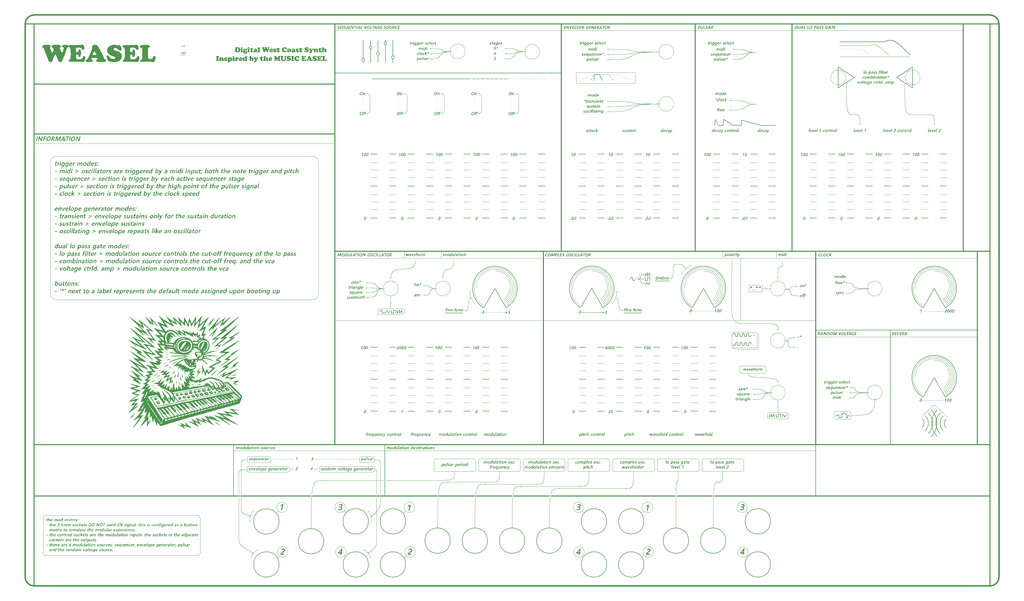
<source format=gbr>
%TF.GenerationSoftware,KiCad,Pcbnew,9.0.7*%
%TF.CreationDate,2026-02-10T07:59:14+00:00*%
%TF.ProjectId,WEASEL_KiCad,57454153-454c-45f4-9b69-4361642e6b69,rev?*%
%TF.SameCoordinates,Original*%
%TF.FileFunction,Legend,Top*%
%TF.FilePolarity,Positive*%
%FSLAX46Y46*%
G04 Gerber Fmt 4.6, Leading zero omitted, Abs format (unit mm)*
G04 Created by KiCad (PCBNEW 9.0.7) date 2026-02-10 07:59:14*
%MOMM*%
%LPD*%
G01*
G04 APERTURE LIST*
%ADD10C,0.100000*%
%ADD11C,0.300000*%
%ADD12C,0.200000*%
%ADD13C,0.500000*%
%ADD14C,0.250000*%
%ADD15C,0.000000*%
G04 APERTURE END LIST*
D10*
X225500000Y-316050000D02*
G75*
G02*
X225300000Y-316250000I-200000J0D01*
G01*
X284000000Y-360500000D02*
X342500000Y-360500000D01*
X184750000Y-374500000D02*
X184722704Y-374500011D01*
X184695587Y-374500045D01*
X184672832Y-374500096D01*
X184650203Y-374500168D01*
X184630035Y-374500254D01*
X184609967Y-374500361D01*
X184591572Y-374500480D01*
X184573262Y-374500620D01*
X184556197Y-374500771D01*
X184539207Y-374500942D01*
X184523197Y-374501124D01*
X184507254Y-374501326D01*
X184492113Y-374501539D01*
X184477032Y-374501771D01*
X184462625Y-374502014D01*
X184448274Y-374502276D01*
X184434500Y-374502548D01*
X184420777Y-374502839D01*
X184407558Y-374503141D01*
X184394387Y-374503461D01*
X184381660Y-374503792D01*
X184368978Y-374504141D01*
X184356693Y-374504500D01*
X184344450Y-374504878D01*
X184332565Y-374505266D01*
X184320719Y-374505672D01*
X184309198Y-374506088D01*
X184297715Y-374506522D01*
X184286528Y-374506966D01*
X184275376Y-374507429D01*
X184264498Y-374507901D01*
X184253653Y-374508391D01*
X184243060Y-374508890D01*
X184232500Y-374509409D01*
X184222173Y-374509936D01*
X184211877Y-374510481D01*
X184201799Y-374511036D01*
X184191751Y-374511609D01*
X184181905Y-374512190D01*
X184172089Y-374512791D01*
X184162463Y-374513399D01*
X184152866Y-374514027D01*
X184143447Y-374514663D01*
X184134055Y-374515317D01*
X184124831Y-374515980D01*
X184115634Y-374516661D01*
X184106596Y-374517351D01*
X184097584Y-374518059D01*
X184088722Y-374518775D01*
X184079885Y-374519510D01*
X184071191Y-374520253D01*
X184062520Y-374521014D01*
X184053986Y-374521783D01*
X184045475Y-374522571D01*
X184037093Y-374523367D01*
X184028734Y-374524181D01*
X184020499Y-374525003D01*
X184012285Y-374525844D01*
X184004189Y-374526692D01*
X183996114Y-374527559D01*
X183988153Y-374528433D01*
X183980212Y-374529326D01*
X183972379Y-374530227D01*
X183964566Y-374531146D01*
X183956857Y-374532072D01*
X183949168Y-374533017D01*
X183941578Y-374533970D01*
X183934007Y-374534941D01*
X183926532Y-374535919D01*
X183919075Y-374536916D01*
X183911711Y-374537921D01*
X183904365Y-374538943D01*
X183897107Y-374539973D01*
X183889867Y-374541022D01*
X183882713Y-374542078D01*
X183875576Y-374543152D01*
X183868521Y-374544234D01*
X183861484Y-374545333D01*
X183854525Y-374546441D01*
X183847584Y-374547566D01*
X183840719Y-374548699D01*
X183833871Y-374549850D01*
X183827096Y-374551009D01*
X183820339Y-374552185D01*
X183813652Y-374553370D01*
X183806981Y-374554572D01*
X183800380Y-374555782D01*
X183793794Y-374557009D01*
X183787275Y-374558245D01*
X183780771Y-374559498D01*
X183774333Y-374560759D01*
X183767909Y-374562037D01*
X183761548Y-374563324D01*
X183755202Y-374564628D01*
X183748917Y-374565940D01*
X183742647Y-374567269D01*
X183736435Y-374568607D01*
X183730238Y-374569962D01*
X183724098Y-374571324D01*
X183717973Y-374572705D01*
X183711903Y-374574093D01*
X183705847Y-374575499D01*
X183699844Y-374576913D01*
X183693856Y-374578345D01*
X183687920Y-374579784D01*
X183681997Y-374581241D01*
X183676126Y-374582706D01*
X183670267Y-374584188D01*
X183664459Y-374585679D01*
X183658663Y-374587187D01*
X183652915Y-374588703D01*
X183647181Y-374590237D01*
X183641493Y-374591778D01*
X183635818Y-374593338D01*
X183630188Y-374594905D01*
X183624571Y-374596490D01*
X183618999Y-374598083D01*
X183613439Y-374599693D01*
X183607921Y-374601312D01*
X183602416Y-374602948D01*
X183596953Y-374604593D01*
X183591503Y-374606255D01*
X183586093Y-374607926D01*
X183580695Y-374609613D01*
X183575336Y-374611310D01*
X183569990Y-374613023D01*
X183564682Y-374614746D01*
X183559386Y-374616485D01*
X183554128Y-374618234D01*
X183548881Y-374619999D01*
X183543671Y-374621774D01*
X183538473Y-374623566D01*
X183533310Y-374625366D01*
X183528159Y-374627184D01*
X183523042Y-374629011D01*
X183517937Y-374630855D01*
X183512865Y-374632709D01*
X183507805Y-374634579D01*
X183502778Y-374636459D01*
X183497762Y-374638356D01*
X183492778Y-374640262D01*
X183487804Y-374642186D01*
X183482863Y-374644119D01*
X183477932Y-374646069D01*
X183473032Y-374648029D01*
X183468142Y-374650006D01*
X183463283Y-374651992D01*
X183458433Y-374653996D01*
X183453614Y-374656010D01*
X183448804Y-374658041D01*
X183444023Y-374660081D01*
X183439252Y-374662139D01*
X183434509Y-374664207D01*
X183429777Y-374666293D01*
X183425071Y-374668388D01*
X183420375Y-374670501D01*
X183415706Y-374672623D01*
X183411047Y-374674764D01*
X183406414Y-374676914D01*
X183401791Y-374679082D01*
X183397192Y-374681261D01*
X183392604Y-374683457D01*
X183388040Y-374685663D01*
X183383486Y-374687887D01*
X183378956Y-374690121D01*
X183374436Y-374692373D01*
X183369938Y-374694636D01*
X183365451Y-374696917D01*
X183360986Y-374699208D01*
X183356531Y-374701517D01*
X183352098Y-374703837D01*
X183347675Y-374706175D01*
X183343273Y-374708524D01*
X183338880Y-374710890D01*
X183334509Y-374713269D01*
X183330147Y-374715664D01*
X183325805Y-374718072D01*
X183321473Y-374720497D01*
X183317161Y-374722934D01*
X183312858Y-374725388D01*
X183308575Y-374727855D01*
X183304301Y-374730339D01*
X183300046Y-374732836D01*
X183295800Y-374735350D01*
X183291572Y-374737877D01*
X183287354Y-374740421D01*
X183283154Y-374742978D01*
X183278963Y-374745553D01*
X183274789Y-374748141D01*
X183270625Y-374750747D01*
X183266477Y-374753365D01*
X183262339Y-374756002D01*
X183258217Y-374758652D01*
X183254104Y-374761319D01*
X183250008Y-374764000D01*
X183245920Y-374766700D01*
X183241848Y-374769413D01*
X183237785Y-374772144D01*
X183233738Y-374774888D01*
X183229699Y-374777651D01*
X183225676Y-374780428D01*
X183221661Y-374783223D01*
X183217660Y-374786033D01*
X183213669Y-374788861D01*
X183209691Y-374791703D01*
X183205723Y-374794564D01*
X183201768Y-374797439D01*
X183197822Y-374800333D01*
X183193889Y-374803242D01*
X183189965Y-374806169D01*
X183186054Y-374809111D01*
X183182152Y-374812073D01*
X183178263Y-374815049D01*
X183174382Y-374818044D01*
X183170513Y-374821055D01*
X183166653Y-374824085D01*
X183162805Y-374827130D01*
X183158966Y-374830195D01*
X183155138Y-374833276D01*
X183151319Y-374836375D01*
X183147511Y-374839491D01*
X183143712Y-374842626D01*
X183139924Y-374845778D01*
X183136144Y-374848949D01*
X183132375Y-374852137D01*
X183128614Y-374855344D01*
X183124864Y-374858569D01*
X183121122Y-374861812D01*
X183117391Y-374865074D01*
X183113668Y-374868354D01*
X183109954Y-374871653D01*
X183106249Y-374874971D01*
X183102554Y-374878307D01*
X183098867Y-374881663D01*
X183095189Y-374885037D01*
X183091520Y-374888431D01*
X183087859Y-374891844D01*
X183084207Y-374895276D01*
X183080564Y-374898728D01*
X183076929Y-374902199D01*
X183073302Y-374905690D01*
X183069684Y-374909201D01*
X183066074Y-374912732D01*
X183062472Y-374916283D01*
X183058878Y-374919853D01*
X183055292Y-374923444D01*
X183051715Y-374927056D01*
X183048145Y-374930688D01*
X183044583Y-374934340D01*
X183041029Y-374938013D01*
X183037482Y-374941707D01*
X183033943Y-374945422D01*
X183030412Y-374949158D01*
X183026889Y-374952914D01*
X183023372Y-374956693D01*
X183019864Y-374960492D01*
X183016362Y-374964314D01*
X183012868Y-374968156D01*
X183009381Y-374972021D01*
X183005902Y-374975907D01*
X183002429Y-374979816D01*
X182998965Y-374983746D01*
X182995506Y-374987699D01*
X182992055Y-374991674D01*
X182985173Y-374999692D01*
X182978319Y-375007801D01*
X182971492Y-375016003D01*
X182964691Y-375024298D01*
X182957917Y-375032687D01*
X182951168Y-375041172D01*
X182944445Y-375049753D01*
X182937747Y-375058433D01*
X182931074Y-375067211D01*
X182924425Y-375076090D01*
X182917801Y-375085070D01*
X182911200Y-375094153D01*
X182904623Y-375103339D01*
X182898069Y-375112631D01*
X182891539Y-375122029D01*
X182885031Y-375131535D01*
X182878545Y-375141151D01*
X182872082Y-375150876D01*
X182865641Y-375160713D01*
X182859221Y-375170664D01*
X182852823Y-375180728D01*
X182846447Y-375190909D01*
X182840091Y-375201208D01*
X182833756Y-375211625D01*
X182827442Y-375222162D01*
X182821148Y-375232821D01*
X182814875Y-375243604D01*
X182808622Y-375254511D01*
X182802389Y-375265545D01*
X182796175Y-375276706D01*
X182789981Y-375287998D01*
X182783807Y-375299420D01*
X182777651Y-375310976D01*
X182771515Y-375322666D01*
X182765398Y-375334492D01*
X182759300Y-375346456D01*
X182753221Y-375358560D01*
X182747161Y-375370805D01*
X182741119Y-375383194D01*
X182735095Y-375395727D01*
X182729090Y-375408408D01*
X182723103Y-375421237D01*
X182717134Y-375434216D01*
X182711184Y-375447349D01*
X182705251Y-375460635D01*
X182699336Y-375474079D01*
X182693440Y-375487680D01*
X182687561Y-375501442D01*
X182681700Y-375515367D01*
X182675856Y-375529456D01*
X182670031Y-375543711D01*
X182664223Y-375558136D01*
X182658432Y-375572731D01*
X182652659Y-375587500D01*
X182646904Y-375602443D01*
X182641166Y-375617565D01*
X182635446Y-375632866D01*
X182629743Y-375648350D01*
X182624058Y-375664018D01*
X182618390Y-375679873D01*
X182612739Y-375695917D01*
X182607106Y-375712153D01*
X182601491Y-375728583D01*
X182595893Y-375745210D01*
X182590313Y-375762037D01*
X182584750Y-375779065D01*
X182579204Y-375796298D01*
X182573676Y-375813738D01*
X182568166Y-375831388D01*
X182562673Y-375849250D01*
X182557198Y-375867328D01*
X182551741Y-375885624D01*
X182546301Y-375904141D01*
X182540879Y-375922883D01*
X182535475Y-375941851D01*
X182530089Y-375961049D01*
X182524721Y-375980480D01*
X182519371Y-376000147D01*
X182514038Y-376020053D01*
X182508724Y-376040201D01*
X182503428Y-376060595D01*
X182498151Y-376081238D01*
X182492891Y-376102133D01*
X182487650Y-376123283D01*
X182482427Y-376144692D01*
X182477223Y-376166363D01*
X182472038Y-376188301D01*
X182466871Y-376210507D01*
X182461723Y-376232987D01*
X182456594Y-376255744D01*
X182451484Y-376278781D01*
X182446393Y-376302102D01*
X182441321Y-376325711D01*
X182436268Y-376349613D01*
X182431235Y-376373811D01*
X182426221Y-376398308D01*
X182421227Y-376423110D01*
X182416252Y-376448221D01*
X182411297Y-376473644D01*
X182406362Y-376499384D01*
X182401447Y-376525445D01*
X182396553Y-376551832D01*
X182391678Y-376578550D01*
X182386824Y-376605602D01*
X182381990Y-376632995D01*
X182377177Y-376660731D01*
X182372385Y-376688817D01*
X182367614Y-376717258D01*
X182362863Y-376746057D01*
X182358134Y-376775221D01*
X182353426Y-376804754D01*
X182348740Y-376834663D01*
X182344075Y-376864951D01*
X182339432Y-376895625D01*
X182334810Y-376926691D01*
X182330211Y-376958153D01*
X182325634Y-376990019D01*
X182321079Y-377022292D01*
X182316546Y-377054981D01*
X182312036Y-377088090D01*
X182307549Y-377121626D01*
X182303085Y-377155595D01*
X182298644Y-377190004D01*
X182294226Y-377224859D01*
X182289831Y-377260167D01*
X182285460Y-377295935D01*
X182281113Y-377332169D01*
X182276789Y-377368878D01*
X182272490Y-377406067D01*
X182268215Y-377443745D01*
X182263964Y-377481918D01*
X182259738Y-377520595D01*
X182255537Y-377559784D01*
X182251360Y-377599492D01*
X182247209Y-377639727D01*
X182243083Y-377680498D01*
X182238982Y-377721814D01*
X182234907Y-377763682D01*
X182230858Y-377806112D01*
X182226835Y-377849113D01*
X182222839Y-377892694D01*
X182218868Y-377936865D01*
X182214924Y-377981634D01*
X182211007Y-378027013D01*
X182207118Y-378073010D01*
X182203255Y-378119637D01*
X182199420Y-378166904D01*
X182195612Y-378214821D01*
X182191832Y-378263399D01*
X182188080Y-378312651D01*
X182184357Y-378362586D01*
X182180661Y-378413218D01*
X182176995Y-378464558D01*
X182173357Y-378516619D01*
X182169749Y-378569413D01*
X182166170Y-378622952D01*
X182162620Y-378677252D01*
X182159100Y-378732324D01*
X182155610Y-378788184D01*
X182152151Y-378844845D01*
X182148721Y-378902322D01*
X182145323Y-378960630D01*
X182141955Y-379019785D01*
X182138619Y-379079802D01*
X182135314Y-379140698D01*
X182132040Y-379202490D01*
X182128798Y-379265195D01*
X182125589Y-379328830D01*
X182122412Y-379393415D01*
X182119267Y-379458966D01*
X182116155Y-379525505D01*
X182113077Y-379593050D01*
X182110032Y-379661622D01*
X182107020Y-379731242D01*
X182104043Y-379801932D01*
X182101099Y-379873714D01*
X182098190Y-379946611D01*
X182095316Y-380020648D01*
X182092476Y-380095847D01*
X182089672Y-380172235D01*
X182086904Y-380249838D01*
X182084171Y-380328683D01*
X182081475Y-380408798D01*
X182078815Y-380490212D01*
X182076191Y-380572954D01*
X182073605Y-380657056D01*
X182071056Y-380742549D01*
X182068544Y-380829468D01*
X182066071Y-380917846D01*
X182063635Y-381007719D01*
X182061239Y-381099125D01*
X182058881Y-381192101D01*
X182056562Y-381286689D01*
X182054283Y-381382930D01*
X182052044Y-381480867D01*
X182049845Y-381580547D01*
X182047687Y-381682015D01*
X182045569Y-381785321D01*
X182043493Y-381890518D01*
X182041459Y-381997658D01*
X182039467Y-382106798D01*
X182037517Y-382217997D01*
X182035610Y-382331317D01*
X182033746Y-382446823D01*
X182031926Y-382564583D01*
X182030150Y-382684668D01*
X182028419Y-382807154D01*
X182026732Y-382932120D01*
X182025091Y-383059651D01*
X182023496Y-383189834D01*
X182021947Y-383322765D01*
X182020444Y-383458542D01*
X182018989Y-383597270D01*
X182017582Y-383739063D01*
X182016223Y-383884040D01*
X182014914Y-384032327D01*
X182013653Y-384184062D01*
X182012443Y-384339391D01*
X182011283Y-384498470D01*
X182010175Y-384661469D01*
X182009118Y-384828569D01*
X182008115Y-384999968D01*
X182007164Y-385175880D01*
X182006268Y-385356537D01*
X182005427Y-385542194D01*
X182004642Y-385733130D01*
X182003913Y-385929652D01*
X182003243Y-386132098D01*
X182002631Y-386340845D01*
X182002079Y-386556314D01*
X182001588Y-386778977D01*
X182001160Y-387009367D01*
X182000796Y-387248093D01*
X182000498Y-387495849D01*
X182000267Y-387753444D01*
X182000106Y-388021819D01*
X182000018Y-388302091D01*
X182000000Y-388500000D01*
D11*
X250000000Y-377750000D02*
X342500000Y-377750000D01*
D10*
X206023167Y-381570000D02*
G75*
G02*
X202487633Y-381570000I-1767767J0D01*
G01*
X202487633Y-381570000D02*
G75*
G02*
X206023167Y-381570000I1767767J0D01*
G01*
X135750000Y-368750000D02*
X135758186Y-368750010D01*
X135766312Y-368750041D01*
X135774152Y-368750090D01*
X135781936Y-368750160D01*
X135789461Y-368750248D01*
X135796934Y-368750355D01*
X135804172Y-368750479D01*
X135811360Y-368750623D01*
X135818333Y-368750783D01*
X135825258Y-368750962D01*
X135831986Y-368751156D01*
X135838669Y-368751369D01*
X135845169Y-368751597D01*
X135851627Y-368751843D01*
X135857915Y-368752103D01*
X135864163Y-368752382D01*
X135870252Y-368752673D01*
X135876303Y-368752984D01*
X135882206Y-368753306D01*
X135888073Y-368753648D01*
X135893801Y-368754001D01*
X135899493Y-368754372D01*
X135905056Y-368754755D01*
X135910584Y-368755156D01*
X135915991Y-368755569D01*
X135921365Y-368755999D01*
X135926623Y-368756440D01*
X135931850Y-368756898D01*
X135936968Y-368757368D01*
X135942055Y-368757855D01*
X135947040Y-368758352D01*
X135951995Y-368758866D01*
X135956852Y-368759391D01*
X135961681Y-368759933D01*
X135966417Y-368760484D01*
X135971125Y-368761053D01*
X135975745Y-368761632D01*
X135980339Y-368762227D01*
X135984848Y-368762832D01*
X135989332Y-368763453D01*
X135993736Y-368764084D01*
X135998114Y-368764732D01*
X136002416Y-368765388D01*
X136006694Y-368766062D01*
X136010898Y-368766744D01*
X136015079Y-368767442D01*
X136019191Y-368768150D01*
X136023279Y-368768874D01*
X136027300Y-368769606D01*
X136031299Y-368770355D01*
X136035234Y-368771112D01*
X136039148Y-368771886D01*
X136043000Y-368772668D01*
X136046830Y-368773466D01*
X136050602Y-368774272D01*
X136054354Y-368775095D01*
X136058049Y-368775925D01*
X136061723Y-368776772D01*
X136065344Y-368777627D01*
X136068945Y-368778498D01*
X136072494Y-368779377D01*
X136076023Y-368780272D01*
X136079503Y-368781175D01*
X136082963Y-368782094D01*
X136086376Y-368783021D01*
X136089771Y-368783964D01*
X136093119Y-368784915D01*
X136096449Y-368785881D01*
X136099735Y-368786856D01*
X136103003Y-368787846D01*
X136106228Y-368788844D01*
X136109436Y-368789858D01*
X136112604Y-368790880D01*
X136115754Y-368791918D01*
X136118864Y-368792964D01*
X136121958Y-368794025D01*
X136125014Y-368795094D01*
X136128053Y-368796179D01*
X136131056Y-368797273D01*
X136134043Y-368798381D01*
X136136994Y-368799498D01*
X136139930Y-368800631D01*
X136142831Y-368801772D01*
X136145717Y-368802928D01*
X136148571Y-368804093D01*
X136151409Y-368805274D01*
X136154216Y-368806462D01*
X136157007Y-368807667D01*
X136159769Y-368808880D01*
X136162515Y-368810108D01*
X136165232Y-368811346D01*
X136167935Y-368812599D01*
X136170610Y-368813861D01*
X136173270Y-368815138D01*
X136175903Y-368816424D01*
X136178522Y-368817726D01*
X136181115Y-368819038D01*
X136183694Y-368820364D01*
X136186248Y-368821701D01*
X136188788Y-368823053D01*
X136191304Y-368824414D01*
X136193806Y-368825791D01*
X136196285Y-368827178D01*
X136198751Y-368828581D01*
X136201194Y-368829994D01*
X136203624Y-368831422D01*
X136206032Y-368832861D01*
X136208427Y-368834316D01*
X136210802Y-368835781D01*
X136213163Y-368837262D01*
X136215505Y-368838754D01*
X136217833Y-368840261D01*
X136220143Y-368841780D01*
X136222440Y-368843315D01*
X136224718Y-368844861D01*
X136226984Y-368846423D01*
X136229232Y-368847997D01*
X136231468Y-368849587D01*
X136233686Y-368851190D01*
X136235892Y-368852808D01*
X136238082Y-368854439D01*
X136240260Y-368856086D01*
X136242422Y-368857746D01*
X136244571Y-368859422D01*
X136246706Y-368861111D01*
X136248828Y-368862817D01*
X136250936Y-368864536D01*
X136253033Y-368866272D01*
X136255115Y-368868022D01*
X136257185Y-368869788D01*
X136259242Y-368871569D01*
X136261287Y-368873367D01*
X136263319Y-368875180D01*
X136265340Y-368877009D01*
X136267348Y-368878854D01*
X136269345Y-368880716D01*
X136271330Y-368882593D01*
X136273303Y-368884488D01*
X136275265Y-368886399D01*
X136277215Y-368888328D01*
X136279155Y-368890273D01*
X136281083Y-368892236D01*
X136284907Y-368896213D01*
X136288689Y-368900262D01*
X136292428Y-368904384D01*
X136296127Y-368908580D01*
X136299786Y-368912851D01*
X136303406Y-368917200D01*
X136306987Y-368921629D01*
X136310530Y-368926138D01*
X136314037Y-368930730D01*
X136317507Y-368935406D01*
X136320942Y-368940169D01*
X136324342Y-368945020D01*
X136327707Y-368949962D01*
X136331038Y-368954996D01*
X136334336Y-368960125D01*
X136337601Y-368965351D01*
X136340834Y-368970676D01*
X136344034Y-368976104D01*
X136347203Y-368981635D01*
X136350340Y-368987273D01*
X136353447Y-368993020D01*
X136356523Y-368998879D01*
X136359568Y-369004853D01*
X136362584Y-369010944D01*
X136365569Y-369017156D01*
X136368525Y-369023492D01*
X136371452Y-369029954D01*
X136374349Y-369036546D01*
X136377218Y-369043271D01*
X136380057Y-369050132D01*
X136382868Y-369057134D01*
X136385649Y-369064279D01*
X136388402Y-369071571D01*
X136391127Y-369079015D01*
X136393823Y-369086614D01*
X136396490Y-369094373D01*
X136399129Y-369102295D01*
X136401739Y-369110385D01*
X136404321Y-369118647D01*
X136406874Y-369127087D01*
X136409398Y-369135709D01*
X136411893Y-369144518D01*
X136414360Y-369153520D01*
X136416798Y-369162719D01*
X136419206Y-369172121D01*
X136421586Y-369181733D01*
X136423936Y-369191560D01*
X136426256Y-369201608D01*
X136428547Y-369211884D01*
X136430808Y-369222394D01*
X136433039Y-369233146D01*
X136435239Y-369244147D01*
X136437409Y-369255404D01*
X136439549Y-369266926D01*
X136441657Y-369278721D01*
X136443735Y-369290796D01*
X136445781Y-369303162D01*
X136447795Y-369315828D01*
X136449777Y-369328803D01*
X136451728Y-369342098D01*
X136453645Y-369355724D01*
X136455530Y-369369692D01*
X136457382Y-369384013D01*
X136459200Y-369398701D01*
X136460984Y-369413768D01*
X136462735Y-369429229D01*
X136464450Y-369445098D01*
X136466132Y-369461390D01*
X136467778Y-369478123D01*
X136469388Y-369495313D01*
X136470963Y-369512978D01*
X136472501Y-369531139D01*
X136474003Y-369549816D01*
X136475467Y-369569032D01*
X136476895Y-369588810D01*
X136478284Y-369609175D01*
X136479635Y-369630156D01*
X136480947Y-369651781D01*
X136482221Y-369674082D01*
X136483454Y-369697093D01*
X136484648Y-369720852D01*
X136485801Y-369745399D01*
X136486913Y-369770779D01*
X136487984Y-369797038D01*
X136489013Y-369824232D01*
X136489999Y-369852418D01*
X136490943Y-369881661D01*
X136491843Y-369912035D01*
X136492699Y-369943620D01*
X136493511Y-369976509D01*
X136494277Y-370010806D01*
X136494998Y-370046631D01*
X136495673Y-370084122D01*
X136496302Y-370123440D01*
X136496883Y-370164777D01*
X136497416Y-370208361D01*
X136497900Y-370254470D01*
X136498336Y-370303447D01*
X136498722Y-370355730D01*
X136499058Y-370411888D01*
X136499343Y-370472691D01*
X136499577Y-370539228D01*
X136499759Y-370613146D01*
X136499889Y-370697166D01*
X136499968Y-370796498D01*
X136499998Y-370924176D01*
X136500000Y-371000000D01*
X234750000Y-305300000D02*
G75*
G02*
X234550000Y-305500000I-200000J0D01*
G01*
X259750000Y-369000000D02*
G75*
G02*
X259250000Y-369500000I-500000J0D01*
G01*
X186750000Y-228250000D02*
X186730914Y-228249891D01*
X186711899Y-228249803D01*
X186692980Y-228249735D01*
X186674132Y-228249687D01*
X186655378Y-228249660D01*
X186636695Y-228249652D01*
X186618106Y-228249665D01*
X186599586Y-228249698D01*
X186581160Y-228249750D01*
X186562803Y-228249822D01*
X186544538Y-228249914D01*
X186526342Y-228250026D01*
X186508238Y-228250156D01*
X186490202Y-228250307D01*
X186472257Y-228250476D01*
X186454380Y-228250665D01*
X186436593Y-228250873D01*
X186418872Y-228251100D01*
X186401242Y-228251346D01*
X186383678Y-228251611D01*
X186366203Y-228251895D01*
X186348794Y-228252198D01*
X186331473Y-228252519D01*
X186314217Y-228252859D01*
X186297049Y-228253217D01*
X186279945Y-228253594D01*
X186262929Y-228253988D01*
X186245977Y-228254402D01*
X186229111Y-228254833D01*
X186212308Y-228255282D01*
X186195591Y-228255750D01*
X186178938Y-228256235D01*
X186162369Y-228256738D01*
X186145862Y-228257259D01*
X186129440Y-228257798D01*
X186113080Y-228258354D01*
X186096803Y-228258928D01*
X186080588Y-228259519D01*
X186064456Y-228260127D01*
X186048385Y-228260753D01*
X186032395Y-228261396D01*
X186016467Y-228262057D01*
X186000620Y-228262734D01*
X185984833Y-228263428D01*
X185969126Y-228264139D01*
X185953479Y-228264867D01*
X185937913Y-228265612D01*
X185922405Y-228266373D01*
X185906977Y-228267151D01*
X185891607Y-228267946D01*
X185876316Y-228268757D01*
X185861083Y-228269584D01*
X185845928Y-228270428D01*
X185830831Y-228271288D01*
X185815811Y-228272164D01*
X185800849Y-228273057D01*
X185785963Y-228273965D01*
X185771134Y-228274889D01*
X185756381Y-228275829D01*
X185741684Y-228276785D01*
X185727062Y-228277757D01*
X185712497Y-228278744D01*
X185698006Y-228279747D01*
X185683570Y-228280766D01*
X185669208Y-228281800D01*
X185654902Y-228282849D01*
X185640668Y-228283914D01*
X185626490Y-228284994D01*
X185612384Y-228286089D01*
X185598332Y-228287200D01*
X185584352Y-228288325D01*
X185570426Y-228289465D01*
X185556571Y-228290620D01*
X185542769Y-228291791D01*
X185529038Y-228292976D01*
X185515360Y-228294176D01*
X185501752Y-228295390D01*
X185488197Y-228296619D01*
X185474710Y-228297862D01*
X185461276Y-228299121D01*
X185447910Y-228300393D01*
X185434597Y-228301680D01*
X185421351Y-228302981D01*
X185408157Y-228304297D01*
X185395029Y-228305626D01*
X185381954Y-228306970D01*
X185368944Y-228308327D01*
X185355985Y-228309699D01*
X185343092Y-228311084D01*
X185330250Y-228312484D01*
X185317472Y-228313897D01*
X185304745Y-228315325D01*
X185292082Y-228316765D01*
X185279469Y-228318220D01*
X185266919Y-228319687D01*
X185254419Y-228321169D01*
X185241982Y-228322664D01*
X185229594Y-228324172D01*
X185217269Y-228325694D01*
X185204992Y-228327229D01*
X185192777Y-228328777D01*
X185180611Y-228330339D01*
X185168505Y-228331913D01*
X185156448Y-228333501D01*
X185144451Y-228335101D01*
X185132502Y-228336715D01*
X185120613Y-228338341D01*
X185108771Y-228339980D01*
X185096988Y-228341632D01*
X185085253Y-228343297D01*
X185073575Y-228344974D01*
X185061945Y-228346665D01*
X185050373Y-228348367D01*
X185038847Y-228350083D01*
X185027378Y-228351810D01*
X185015955Y-228353551D01*
X185004589Y-228355303D01*
X184993269Y-228357069D01*
X184982005Y-228358846D01*
X184970786Y-228360635D01*
X184959623Y-228362437D01*
X184948504Y-228364251D01*
X184937441Y-228366077D01*
X184926422Y-228367915D01*
X184915458Y-228369765D01*
X184904538Y-228371627D01*
X184893672Y-228373500D01*
X184882849Y-228375387D01*
X184872080Y-228377284D01*
X184861355Y-228379193D01*
X184850682Y-228381114D01*
X184840052Y-228383047D01*
X184829475Y-228384991D01*
X184818940Y-228386948D01*
X184808457Y-228388915D01*
X184798017Y-228390894D01*
X184787627Y-228392885D01*
X184777280Y-228394887D01*
X184766983Y-228396900D01*
X184756729Y-228398925D01*
X184746523Y-228400961D01*
X184736360Y-228403009D01*
X184726246Y-228405067D01*
X184716173Y-228407137D01*
X184706149Y-228409218D01*
X184696166Y-228411310D01*
X184686231Y-228413413D01*
X184676336Y-228415527D01*
X184666489Y-228417652D01*
X184656683Y-228419789D01*
X184646924Y-228421935D01*
X184637205Y-228424094D01*
X184627532Y-228426262D01*
X184617899Y-228428442D01*
X184608312Y-228430632D01*
X184598764Y-228432834D01*
X184589262Y-228435046D01*
X184579799Y-228437269D01*
X184570380Y-228439502D01*
X184561001Y-228441746D01*
X184551666Y-228444000D01*
X184542370Y-228446266D01*
X184533117Y-228448541D01*
X184523903Y-228450828D01*
X184514731Y-228453124D01*
X184505598Y-228455431D01*
X184496507Y-228457749D01*
X184487455Y-228460077D01*
X184478444Y-228462415D01*
X184469471Y-228464764D01*
X184460539Y-228467123D01*
X184451645Y-228469492D01*
X184442791Y-228471871D01*
X184433975Y-228474261D01*
X184425199Y-228476661D01*
X184416460Y-228479071D01*
X184407760Y-228481492D01*
X184399098Y-228483922D01*
X184390474Y-228486363D01*
X184381887Y-228488813D01*
X184373338Y-228491274D01*
X184364826Y-228493745D01*
X184356351Y-228496226D01*
X184347913Y-228498717D01*
X184339512Y-228501217D01*
X184331147Y-228503728D01*
X184322819Y-228506249D01*
X184314526Y-228508780D01*
X184306269Y-228511320D01*
X184298048Y-228513871D01*
X184289863Y-228516431D01*
X184281713Y-228519002D01*
X184273598Y-228521582D01*
X184265518Y-228524172D01*
X184257473Y-228526772D01*
X184249462Y-228529381D01*
X184241486Y-228532001D01*
X184233544Y-228534630D01*
X184225635Y-228537269D01*
X184217761Y-228539918D01*
X184209920Y-228542576D01*
X184202113Y-228545245D01*
X184194339Y-228547923D01*
X184186598Y-228550610D01*
X184178889Y-228553308D01*
X184171214Y-228556015D01*
X184163570Y-228558732D01*
X184155960Y-228561459D01*
X184148381Y-228564195D01*
X184140835Y-228566941D01*
X184133319Y-228569697D01*
X184125836Y-228572462D01*
X184118384Y-228575237D01*
X184110963Y-228578022D01*
X184103573Y-228580816D01*
X184096215Y-228583620D01*
X184088885Y-228586434D01*
X184081588Y-228589258D01*
X184074320Y-228592091D01*
X184067083Y-228594933D01*
X184059875Y-228597786D01*
X184052698Y-228600648D01*
X184045549Y-228603521D01*
X184038431Y-228606402D01*
X184031340Y-228609293D01*
X184024281Y-228612194D01*
X184017248Y-228615105D01*
X184010246Y-228618025D01*
X184003270Y-228620956D01*
X183996325Y-228623895D01*
X183989406Y-228626846D01*
X183982517Y-228629805D01*
X183975653Y-228632774D01*
X183968820Y-228635753D01*
X183962011Y-228638742D01*
X183955233Y-228641740D01*
X183948478Y-228644750D01*
X183941754Y-228647767D01*
X183935053Y-228650796D01*
X183928382Y-228653834D01*
X183921733Y-228656883D01*
X183915115Y-228659940D01*
X183908519Y-228663009D01*
X183901953Y-228666086D01*
X183895408Y-228669174D01*
X183888893Y-228672271D01*
X183882399Y-228675380D01*
X183875935Y-228678497D01*
X183869491Y-228681627D01*
X183863076Y-228684764D01*
X183856682Y-228687913D01*
X183850317Y-228691071D01*
X183843971Y-228694241D01*
X183837654Y-228697419D01*
X183831357Y-228700609D01*
X183825087Y-228703808D01*
X183812615Y-228710238D01*
X183800236Y-228716710D01*
X183787948Y-228723225D01*
X183775750Y-228729781D01*
X183763642Y-228736380D01*
X183751620Y-228743023D01*
X183739685Y-228749708D01*
X183727835Y-228756438D01*
X183716067Y-228763212D01*
X183704382Y-228770031D01*
X183692777Y-228776896D01*
X183681251Y-228783806D01*
X183669802Y-228790762D01*
X183658430Y-228797766D01*
X183647132Y-228804817D01*
X183635908Y-228811916D01*
X183624755Y-228819064D01*
X183613672Y-228826262D01*
X183602659Y-228833510D01*
X183591712Y-228840809D01*
X183580832Y-228848160D01*
X183570015Y-228855564D01*
X183559261Y-228863022D01*
X183548569Y-228870534D01*
X183537936Y-228878101D01*
X183527360Y-228885725D01*
X183516841Y-228893407D01*
X183506376Y-228901148D01*
X183495965Y-228908949D01*
X183485604Y-228916810D01*
X183475292Y-228924735D01*
X183465028Y-228932723D01*
X183454810Y-228940777D01*
X183444635Y-228948898D01*
X183434502Y-228957087D01*
X183424408Y-228965347D01*
X183414352Y-228973679D01*
X183404332Y-228982084D01*
X183394345Y-228990566D01*
X183384388Y-228999126D01*
X183374460Y-229007767D01*
X183364559Y-229016490D01*
X183354680Y-229025298D01*
X183344823Y-229034195D01*
X183334983Y-229043183D01*
X183325158Y-229052264D01*
X183315345Y-229061443D01*
X183305541Y-229070723D01*
X183295742Y-229080108D01*
X183285944Y-229089601D01*
X183276144Y-229099208D01*
X183266337Y-229108932D01*
X183256519Y-229118779D01*
X183246685Y-229128754D01*
X183236830Y-229138864D01*
X183226949Y-229149115D01*
X183217035Y-229159514D01*
X183207082Y-229170069D01*
X183197083Y-229180788D01*
X183187030Y-229191682D01*
X183176913Y-229202761D01*
X183166725Y-229214037D01*
X183156452Y-229225524D01*
X183146085Y-229237236D01*
X183135608Y-229249190D01*
X183125006Y-229261408D01*
X183114260Y-229273911D01*
X183103351Y-229286727D01*
X183092251Y-229299887D01*
X183080933Y-229313429D01*
X183069359Y-229327399D01*
X183057486Y-229341854D01*
X183045256Y-229356866D01*
X183032599Y-229372528D01*
X183019416Y-229388964D01*
X183005573Y-229406346D01*
X182990873Y-229424929D01*
X182975003Y-229445113D01*
X182957409Y-229467612D01*
X182936907Y-229493947D01*
X182910305Y-229528220D01*
X182888452Y-229556379D01*
X182866572Y-229584504D01*
X182855608Y-229598550D01*
X182844621Y-229612582D01*
X182833604Y-229626599D01*
X182822554Y-229640599D01*
X182811463Y-229654581D01*
X182800328Y-229668543D01*
X182789142Y-229682484D01*
X182777899Y-229696401D01*
X182766595Y-229710293D01*
X182755223Y-229724158D01*
X182743779Y-229737995D01*
X182738028Y-229744903D01*
X182732256Y-229751803D01*
X182726464Y-229758695D01*
X182720650Y-229765579D01*
X182714814Y-229772454D01*
X182708955Y-229779322D01*
X182703072Y-229786180D01*
X182697165Y-229793030D01*
X182691233Y-229799870D01*
X182685275Y-229806702D01*
X182679290Y-229813523D01*
X182673279Y-229820335D01*
X182667240Y-229827137D01*
X182661172Y-229833929D01*
X182655075Y-229840711D01*
X182648949Y-229847482D01*
X182642792Y-229854242D01*
X182636603Y-229860992D01*
X182630383Y-229867730D01*
X182624130Y-229874457D01*
X182617844Y-229881172D01*
X182611524Y-229887876D01*
X182605169Y-229894568D01*
X182598779Y-229901247D01*
X182592353Y-229907914D01*
X182585891Y-229914569D01*
X182579390Y-229921211D01*
X182572852Y-229927840D01*
X182566275Y-229934455D01*
X182559659Y-229941057D01*
X182553003Y-229947646D01*
X182546305Y-229954221D01*
X182539567Y-229960782D01*
X182532786Y-229967328D01*
X182525962Y-229973860D01*
X182519095Y-229980378D01*
X182512183Y-229986881D01*
X182505226Y-229993368D01*
X182498224Y-229999841D01*
X182491176Y-230006298D01*
X182484081Y-230012739D01*
X182476937Y-230019165D01*
X182469746Y-230025574D01*
X182462506Y-230031968D01*
X182455215Y-230038344D01*
X182447875Y-230044704D01*
X182440483Y-230051048D01*
X182433040Y-230057374D01*
X182425544Y-230063683D01*
X182417995Y-230069974D01*
X182410392Y-230076248D01*
X182402735Y-230082504D01*
X182395022Y-230088741D01*
X182387253Y-230094961D01*
X182379428Y-230101162D01*
X182371546Y-230107344D01*
X182363606Y-230113507D01*
X182355607Y-230119651D01*
X182347548Y-230125776D01*
X182339430Y-230131881D01*
X182331251Y-230137967D01*
X182323011Y-230144032D01*
X182314708Y-230150078D01*
X182306343Y-230156103D01*
X182297914Y-230162107D01*
X182289422Y-230168091D01*
X182280864Y-230174054D01*
X182272241Y-230179996D01*
X182263552Y-230185916D01*
X182254796Y-230191815D01*
X182245972Y-230197692D01*
X182237080Y-230203547D01*
X182228119Y-230209379D01*
X182219089Y-230215190D01*
X182209988Y-230220977D01*
X182200817Y-230226742D01*
X182191573Y-230232484D01*
X182182257Y-230238203D01*
X182172869Y-230243898D01*
X182163406Y-230249570D01*
X182153869Y-230255218D01*
X182144257Y-230260842D01*
X182134570Y-230266441D01*
X182124805Y-230272016D01*
X182114964Y-230277567D01*
X182105045Y-230283092D01*
X182095047Y-230288593D01*
X182084970Y-230294068D01*
X182074813Y-230299518D01*
X182064576Y-230304942D01*
X182054257Y-230310340D01*
X182043856Y-230315713D01*
X182033373Y-230321059D01*
X182022806Y-230326378D01*
X182012156Y-230331671D01*
X182001420Y-230336937D01*
X181990600Y-230342175D01*
X181979693Y-230347387D01*
X181968699Y-230352571D01*
X181957618Y-230357727D01*
X181946449Y-230362855D01*
X181935191Y-230367955D01*
X181923844Y-230373027D01*
X181912406Y-230378071D01*
X181900878Y-230383085D01*
X181889258Y-230388071D01*
X181877545Y-230393027D01*
X181865740Y-230397954D01*
X181853841Y-230402852D01*
X181841848Y-230407720D01*
X181829760Y-230412558D01*
X181817577Y-230417365D01*
X181805296Y-230422142D01*
X181792919Y-230426889D01*
X181780444Y-230431605D01*
X181767871Y-230436290D01*
X181755199Y-230440944D01*
X181742427Y-230445566D01*
X181729554Y-230450157D01*
X181716580Y-230454716D01*
X181703504Y-230459243D01*
X181690326Y-230463737D01*
X181677045Y-230468200D01*
X181663660Y-230472629D01*
X181650170Y-230477026D01*
X181636575Y-230481390D01*
X181622874Y-230485720D01*
X181609066Y-230490017D01*
X181595151Y-230494281D01*
X181581128Y-230498510D01*
X181566996Y-230502706D01*
X181552755Y-230506867D01*
X181538404Y-230510994D01*
X181523942Y-230515086D01*
X181509368Y-230519143D01*
X181494683Y-230523165D01*
X181479884Y-230527152D01*
X181464972Y-230531104D01*
X181449946Y-230535019D01*
X181434805Y-230538899D01*
X181419549Y-230542743D01*
X181404176Y-230546550D01*
X181388687Y-230550321D01*
X181373079Y-230554055D01*
X181357354Y-230557752D01*
X181341509Y-230561412D01*
X181325545Y-230565035D01*
X181309460Y-230568620D01*
X181293255Y-230572168D01*
X181276927Y-230575677D01*
X181260478Y-230579149D01*
X181243905Y-230582582D01*
X181227208Y-230585976D01*
X181210387Y-230589332D01*
X181193441Y-230592648D01*
X181176369Y-230595926D01*
X181159170Y-230599164D01*
X181141844Y-230602363D01*
X181124390Y-230605521D01*
X181106808Y-230608640D01*
X181089096Y-230611719D01*
X181071255Y-230614757D01*
X181053283Y-230617755D01*
X181035179Y-230620711D01*
X181016943Y-230623627D01*
X180998575Y-230626502D01*
X180980073Y-230629335D01*
X180961438Y-230632126D01*
X180942667Y-230634876D01*
X180923761Y-230637583D01*
X180904719Y-230640249D01*
X180885540Y-230642872D01*
X180866224Y-230645452D01*
X180846769Y-230647989D01*
X180827176Y-230650484D01*
X180807443Y-230652935D01*
X180787570Y-230655342D01*
X180767556Y-230657706D01*
X180747400Y-230660026D01*
X180727102Y-230662302D01*
X180706661Y-230664534D01*
X180686076Y-230666721D01*
X180665347Y-230668863D01*
X180644473Y-230670961D01*
X180623453Y-230673013D01*
X180602286Y-230675021D01*
X180580973Y-230676982D01*
X180559512Y-230678898D01*
X180537902Y-230680768D01*
X180516143Y-230682592D01*
X180494235Y-230684369D01*
X180472175Y-230686100D01*
X180449965Y-230687785D01*
X180427603Y-230689422D01*
X180405088Y-230691012D01*
X180382420Y-230692555D01*
X180359597Y-230694050D01*
X180336621Y-230695497D01*
X180313489Y-230696897D01*
X180290200Y-230698248D01*
X180266756Y-230699551D01*
X180243153Y-230700805D01*
X180219393Y-230702011D01*
X180195474Y-230703167D01*
X180171395Y-230704274D01*
X180147157Y-230705332D01*
X180122757Y-230706341D01*
X180098196Y-230707299D01*
X180073473Y-230708208D01*
X180048587Y-230709066D01*
X180023538Y-230709874D01*
X179998324Y-230710631D01*
X179972945Y-230711337D01*
X179947401Y-230711992D01*
X179921690Y-230712596D01*
X179895812Y-230713149D01*
X179869767Y-230713650D01*
X179843553Y-230714099D01*
X179817170Y-230714496D01*
X179790618Y-230714841D01*
X179763895Y-230715133D01*
X179737001Y-230715373D01*
X179709935Y-230715559D01*
X179682697Y-230715693D01*
X179655285Y-230715773D01*
X179627700Y-230715800D01*
X223500000Y-235750000D02*
X223500000Y-238500000D01*
D11*
X182587037Y-377750000D02*
X194500000Y-377750000D01*
D10*
X149523167Y-396570000D02*
G75*
G02*
X145987633Y-396570000I-1767767J0D01*
G01*
X145987633Y-396570000D02*
G75*
G02*
X149523167Y-396570000I1767767J0D01*
G01*
X93500000Y-364500000D02*
X100500000Y-364500000D01*
X225300000Y-316250000D02*
X219700000Y-316250000D01*
X177750000Y-369500000D02*
X177749990Y-369535482D01*
X177749959Y-369570725D01*
X177749910Y-369604533D01*
X177749840Y-369638119D01*
X177749752Y-369670438D01*
X177749644Y-369702551D01*
X177749520Y-369733534D01*
X177749377Y-369764323D01*
X177749217Y-369794096D01*
X177749039Y-369823687D01*
X177748845Y-369852356D01*
X177748633Y-369880853D01*
X177748406Y-369908508D01*
X177748161Y-369936001D01*
X177747902Y-369962721D01*
X177747624Y-369989286D01*
X177747334Y-370015139D01*
X177747025Y-370040845D01*
X177746703Y-370065890D01*
X177746363Y-370090795D01*
X177746012Y-370115086D01*
X177745642Y-370139242D01*
X177745260Y-370162825D01*
X177744861Y-370186279D01*
X177744450Y-370209196D01*
X177744022Y-370231990D01*
X177743582Y-370254279D01*
X177743125Y-370276450D01*
X177742658Y-370298146D01*
X177742172Y-370319727D01*
X177741677Y-370340861D01*
X177741164Y-370361884D01*
X177740641Y-370382483D01*
X177740101Y-370402976D01*
X177739551Y-370423067D01*
X177738984Y-370443056D01*
X177738407Y-370462663D01*
X177737813Y-370482171D01*
X177737210Y-370501316D01*
X177736590Y-370520364D01*
X177735961Y-370539067D01*
X177735315Y-370557677D01*
X177734660Y-370575957D01*
X177733989Y-370594147D01*
X177733308Y-370612022D01*
X177732611Y-370629808D01*
X177731906Y-370647294D01*
X177731184Y-370664694D01*
X177730454Y-370681806D01*
X177729707Y-370698835D01*
X177728952Y-370715587D01*
X177728181Y-370732258D01*
X177727402Y-370748664D01*
X177726606Y-370764991D01*
X177725803Y-370781063D01*
X177724983Y-370797059D01*
X177724156Y-370812809D01*
X177723313Y-370828485D01*
X177722462Y-370843924D01*
X177721595Y-370859291D01*
X177720721Y-370874430D01*
X177719830Y-370889498D01*
X177718933Y-370904347D01*
X177718019Y-370919127D01*
X177717099Y-370933695D01*
X177716162Y-370948195D01*
X177715219Y-370962491D01*
X177714260Y-370976721D01*
X177713294Y-370990753D01*
X177712313Y-371004722D01*
X177711324Y-371018498D01*
X177710320Y-371032212D01*
X177709310Y-371045741D01*
X177708283Y-371059209D01*
X177707251Y-371072497D01*
X177706203Y-371085726D01*
X177705148Y-371098780D01*
X177704078Y-371111777D01*
X177703002Y-371124604D01*
X177701911Y-371137375D01*
X177700813Y-371149982D01*
X177699700Y-371162533D01*
X177698581Y-371174925D01*
X177697446Y-371187263D01*
X177696306Y-371199446D01*
X177695151Y-371211576D01*
X177693989Y-371223557D01*
X177692813Y-371235484D01*
X177691630Y-371247267D01*
X177690433Y-371258998D01*
X177689230Y-371270587D01*
X177688012Y-371282126D01*
X177686788Y-371293528D01*
X177685550Y-371304880D01*
X177684306Y-371316099D01*
X177683047Y-371327269D01*
X177681782Y-371338309D01*
X177680503Y-371349301D01*
X177679218Y-371360167D01*
X177677919Y-371370986D01*
X177676614Y-371381682D01*
X177675295Y-371392331D01*
X177673970Y-371402861D01*
X177672630Y-371413345D01*
X177671286Y-371423713D01*
X177669927Y-371434036D01*
X177668563Y-371444245D01*
X177667184Y-371454411D01*
X177665800Y-371464466D01*
X177664402Y-371474477D01*
X177662998Y-371484381D01*
X177661581Y-371494242D01*
X177660158Y-371503998D01*
X177658721Y-371513712D01*
X177657279Y-371523323D01*
X177655823Y-371532893D01*
X177654362Y-371542363D01*
X177652887Y-371551793D01*
X177651406Y-371561124D01*
X177649912Y-371570416D01*
X177648413Y-371579612D01*
X177646900Y-371588770D01*
X177645382Y-371597834D01*
X177643850Y-371606859D01*
X177642313Y-371615794D01*
X177640763Y-371624690D01*
X177639207Y-371633498D01*
X177637638Y-371642268D01*
X177636064Y-371650951D01*
X177634476Y-371659598D01*
X177632884Y-371668159D01*
X177631278Y-371676685D01*
X177629667Y-371685127D01*
X177628042Y-371693534D01*
X177626413Y-371701859D01*
X177624770Y-371710150D01*
X177623122Y-371718360D01*
X177621461Y-371726537D01*
X177619796Y-371734636D01*
X177618116Y-371742701D01*
X177616433Y-371750689D01*
X177614735Y-371758645D01*
X177613034Y-371766525D01*
X177611318Y-371774373D01*
X177609598Y-371782148D01*
X177607865Y-371789891D01*
X177606127Y-371797562D01*
X177604376Y-371805202D01*
X177602621Y-371812771D01*
X177600852Y-371820309D01*
X177599078Y-371827779D01*
X177597291Y-371835218D01*
X177595500Y-371842589D01*
X177593696Y-371849931D01*
X177591887Y-371857206D01*
X177590065Y-371864452D01*
X177588238Y-371871633D01*
X177586398Y-371878785D01*
X177584554Y-371885873D01*
X177582697Y-371892933D01*
X177580835Y-371899931D01*
X177578960Y-371906900D01*
X177577081Y-371913808D01*
X177575188Y-371920688D01*
X177573291Y-371927509D01*
X177571381Y-371934302D01*
X177569467Y-371941037D01*
X177567539Y-371947744D01*
X177565607Y-371954395D01*
X177563663Y-371961018D01*
X177561713Y-371967585D01*
X177559751Y-371974126D01*
X177557784Y-371980611D01*
X177555805Y-371987071D01*
X177553820Y-371993476D01*
X177551823Y-371999856D01*
X177549822Y-372006183D01*
X177547807Y-372012484D01*
X177545788Y-372018734D01*
X177543756Y-372024958D01*
X177541720Y-372031132D01*
X177539671Y-372037280D01*
X177537617Y-372043379D01*
X177535550Y-372049453D01*
X177533479Y-372055479D01*
X177531395Y-372061480D01*
X177529306Y-372067434D01*
X177527205Y-372073363D01*
X177525099Y-372079246D01*
X177522980Y-372085104D01*
X177520856Y-372090917D01*
X177518720Y-372096706D01*
X177516579Y-372102451D01*
X177514426Y-372108172D01*
X177512267Y-372113849D01*
X177510096Y-372119503D01*
X177507920Y-372125113D01*
X177505731Y-372130701D01*
X177503538Y-372136247D01*
X177501331Y-372141770D01*
X177499120Y-372147252D01*
X177496897Y-372152711D01*
X177494668Y-372158129D01*
X177492426Y-372163526D01*
X177490180Y-372168882D01*
X177487921Y-372174217D01*
X177485657Y-372179512D01*
X177483380Y-372184786D01*
X177481098Y-372190022D01*
X177478803Y-372195236D01*
X177476504Y-372200413D01*
X177474191Y-372205568D01*
X177471873Y-372210687D01*
X177469543Y-372215784D01*
X177467208Y-372220846D01*
X177464859Y-372225887D01*
X177462506Y-372230892D01*
X177460139Y-372235877D01*
X177457767Y-372240827D01*
X177455383Y-372245756D01*
X177452993Y-372250652D01*
X177450590Y-372255528D01*
X177448182Y-372260370D01*
X177445761Y-372265192D01*
X177443334Y-372269981D01*
X177440895Y-372274751D01*
X177438450Y-372279488D01*
X177435992Y-372284206D01*
X177433528Y-372288893D01*
X177431052Y-372293560D01*
X177428569Y-372298196D01*
X177426074Y-372302813D01*
X177423573Y-372307400D01*
X177421059Y-372311967D01*
X177418538Y-372316505D01*
X177416006Y-372321025D01*
X177413466Y-372325515D01*
X177410914Y-372329986D01*
X177408356Y-372334429D01*
X177405785Y-372338854D01*
X177403207Y-372343250D01*
X177400616Y-372347628D01*
X177398019Y-372351979D01*
X177395409Y-372356311D01*
X177392792Y-372360617D01*
X177390162Y-372364904D01*
X177387525Y-372369166D01*
X177384876Y-372373409D01*
X177382219Y-372377626D01*
X177379550Y-372381826D01*
X177376873Y-372386001D01*
X177374184Y-372390158D01*
X177371487Y-372394290D01*
X177368777Y-372398404D01*
X177366060Y-372402495D01*
X177363330Y-372406568D01*
X177360591Y-372410617D01*
X177357841Y-372414649D01*
X177355082Y-372418657D01*
X177352310Y-372422649D01*
X177349530Y-372426618D01*
X177346737Y-372430569D01*
X177343936Y-372434499D01*
X177341122Y-372438411D01*
X177338299Y-372442302D01*
X177335464Y-372446176D01*
X177332620Y-372450028D01*
X177329763Y-372453864D01*
X177326896Y-372457678D01*
X177324018Y-372461477D01*
X177321129Y-372465254D01*
X177318228Y-372469016D01*
X177315317Y-372472757D01*
X177312394Y-372476481D01*
X177309461Y-372480186D01*
X177306515Y-372483875D01*
X177303559Y-372487545D01*
X177300590Y-372491198D01*
X177297611Y-372494832D01*
X177294619Y-372498451D01*
X177291616Y-372502051D01*
X177288601Y-372505634D01*
X177285574Y-372509200D01*
X177282535Y-372512750D01*
X177279485Y-372516282D01*
X177276422Y-372519799D01*
X177273348Y-372523298D01*
X177270260Y-372526781D01*
X177267162Y-372530248D01*
X177264050Y-372533698D01*
X177260926Y-372537133D01*
X177257790Y-372540551D01*
X177254641Y-372543954D01*
X177251479Y-372547341D01*
X177248305Y-372550711D01*
X177245117Y-372554067D01*
X177241917Y-372557407D01*
X177238704Y-372560732D01*
X177235478Y-372564041D01*
X177232239Y-372567336D01*
X177228987Y-372570615D01*
X177225721Y-372573879D01*
X177219149Y-372580363D01*
X177212523Y-372586788D01*
X177205841Y-372593156D01*
X177199104Y-372599466D01*
X177192310Y-372605719D01*
X177185459Y-372611917D01*
X177178549Y-372618060D01*
X177171580Y-372624148D01*
X177164551Y-372630182D01*
X177157462Y-372636163D01*
X177150311Y-372642092D01*
X177143097Y-372647968D01*
X177135819Y-372653793D01*
X177128477Y-372659567D01*
X177121070Y-372665291D01*
X177113596Y-372670966D01*
X177106054Y-372676591D01*
X177098444Y-372682167D01*
X177090765Y-372687695D01*
X177083015Y-372693176D01*
X177075193Y-372698609D01*
X177067298Y-372703996D01*
X177059329Y-372709336D01*
X177051284Y-372714631D01*
X177043163Y-372719880D01*
X177034965Y-372725083D01*
X177026687Y-372730243D01*
X177018330Y-372735358D01*
X177009890Y-372740429D01*
X177001368Y-372745456D01*
X176992762Y-372750441D01*
X176984070Y-372755382D01*
X176975290Y-372760281D01*
X176966422Y-372765138D01*
X176957464Y-372769953D01*
X176948415Y-372774726D01*
X176939272Y-372779458D01*
X176930035Y-372784149D01*
X176920701Y-372788799D01*
X176911269Y-372793409D01*
X176901737Y-372797978D01*
X176892104Y-372802507D01*
X176882368Y-372806997D01*
X176872526Y-372811447D01*
X176862577Y-372815857D01*
X176852520Y-372820228D01*
X176842351Y-372824560D01*
X176832070Y-372828853D01*
X176821674Y-372833107D01*
X176811161Y-372837323D01*
X176800529Y-372841500D01*
X176789775Y-372845639D01*
X176778898Y-372849739D01*
X176767894Y-372853802D01*
X176756763Y-372857827D01*
X176745501Y-372861814D01*
X176734105Y-372865763D01*
X176722574Y-372869675D01*
X176710904Y-372873549D01*
X176699093Y-372877385D01*
X176687139Y-372881184D01*
X176675037Y-372884946D01*
X176662786Y-372888671D01*
X176650383Y-372892358D01*
X176637823Y-372896008D01*
X176625105Y-372899621D01*
X176612224Y-372903197D01*
X176599178Y-372906735D01*
X176585963Y-372910237D01*
X176572576Y-372913702D01*
X176559012Y-372917129D01*
X176545268Y-372920520D01*
X176531340Y-372923873D01*
X176517224Y-372927190D01*
X176502915Y-372930469D01*
X176488411Y-372933712D01*
X176473705Y-372936917D01*
X176458794Y-372940085D01*
X176443672Y-372943216D01*
X176428335Y-372946311D01*
X176412778Y-372949367D01*
X176396995Y-372952387D01*
X176380981Y-372955370D01*
X176364730Y-372958315D01*
X176348237Y-372961223D01*
X176331494Y-372964093D01*
X176314496Y-372966927D01*
X176297236Y-372969722D01*
X176279707Y-372972481D01*
X176261902Y-372975201D01*
X176243813Y-372977885D01*
X176225433Y-372980530D01*
X176206753Y-372983138D01*
X176187764Y-372985709D01*
X176168459Y-372988241D01*
X176148826Y-372990736D01*
X176128856Y-372993193D01*
X176108540Y-372995613D01*
X176087865Y-372997994D01*
X176066820Y-373000338D01*
X176045394Y-373002643D01*
X176023574Y-373004911D01*
X176001345Y-373007141D01*
X175978694Y-373009332D01*
X175955605Y-373011486D01*
X175932062Y-373013602D01*
X175908049Y-373015680D01*
X175883546Y-373017721D01*
X175858535Y-373019723D01*
X175832994Y-373021688D01*
X175806901Y-373023615D01*
X175780231Y-373025505D01*
X175752960Y-373027357D01*
X175725059Y-373029172D01*
X175696498Y-373030950D01*
X175667243Y-373032691D01*
X175637260Y-373034396D01*
X175606508Y-373036065D01*
X175574944Y-373037698D01*
X175542521Y-373039295D01*
X175509187Y-373040858D01*
X175474883Y-373042386D01*
X175439543Y-373043881D01*
X175403094Y-373045343D01*
X175365451Y-373046774D01*
X175326521Y-373048174D01*
X175286192Y-373049544D01*
X175244337Y-373050887D01*
X175200807Y-373052205D01*
X175155423Y-373053499D01*
X175107969Y-373054773D01*
X175058183Y-373056031D01*
X175005732Y-373057277D01*
X175002700Y-373057347D01*
X215750000Y-365750000D02*
G75*
G02*
X216250000Y-365250000I500000J0D01*
G01*
X134285695Y-398615256D02*
X134581341Y-398500771D01*
X160252700Y-373057347D02*
X160219946Y-373057358D01*
X160187412Y-373057393D01*
X160160518Y-373057443D01*
X160133775Y-373057516D01*
X160110073Y-373057602D01*
X160086489Y-373057709D01*
X160064935Y-373057828D01*
X160043480Y-373057967D01*
X160023520Y-373058118D01*
X160003648Y-373058289D01*
X159984946Y-373058470D01*
X159966321Y-373058672D01*
X159948648Y-373058884D01*
X159931046Y-373059115D01*
X159914240Y-373059357D01*
X159897499Y-373059618D01*
X159881440Y-373059890D01*
X159865440Y-373060180D01*
X159850033Y-373060481D01*
X159834682Y-373060801D01*
X159819853Y-373061130D01*
X159805076Y-373061479D01*
X159790765Y-373061837D01*
X159776503Y-373062214D01*
X159762660Y-373062600D01*
X159748863Y-373063006D01*
X159735446Y-373063420D01*
X159722073Y-373063854D01*
X159709047Y-373064297D01*
X159696062Y-373064759D01*
X159683396Y-373065229D01*
X159670769Y-373065719D01*
X159658436Y-373066217D01*
X159646142Y-373066734D01*
X159634119Y-373067260D01*
X159622133Y-373067805D01*
X159610401Y-373068358D01*
X159598704Y-373068930D01*
X159587244Y-373069511D01*
X159575817Y-373070110D01*
X159564612Y-373070717D01*
X159553439Y-373071344D01*
X159542476Y-373071979D01*
X159531543Y-373072632D01*
X159520808Y-373073294D01*
X159510102Y-373073974D01*
X159499582Y-373074662D01*
X159489091Y-373075369D01*
X159478777Y-373076084D01*
X159468490Y-373076818D01*
X159458371Y-373077560D01*
X159448279Y-373078320D01*
X159438345Y-373079088D01*
X159428439Y-373079874D01*
X159418683Y-373080669D01*
X159408953Y-373081482D01*
X159399368Y-373082303D01*
X159389807Y-373083142D01*
X159380384Y-373083989D01*
X159370986Y-373084855D01*
X159361719Y-373085728D01*
X159352476Y-373086619D01*
X159343359Y-373087519D01*
X159334266Y-373088436D01*
X159325293Y-373089362D01*
X159316343Y-373090305D01*
X159307509Y-373091256D01*
X159298698Y-373092226D01*
X159289997Y-373093203D01*
X159281319Y-373094198D01*
X159272748Y-373095201D01*
X159264197Y-373096222D01*
X159255751Y-373097250D01*
X159247325Y-373098297D01*
X159238998Y-373099351D01*
X159230692Y-373100423D01*
X159222481Y-373101503D01*
X159214291Y-373102601D01*
X159206193Y-373103706D01*
X159198115Y-373104829D01*
X159190126Y-373105960D01*
X159182156Y-373107109D01*
X159174273Y-373108266D01*
X159166409Y-373109440D01*
X159158628Y-373110621D01*
X159150865Y-373111821D01*
X159143184Y-373113028D01*
X159135520Y-373114253D01*
X159127935Y-373115485D01*
X159120368Y-373116736D01*
X159112877Y-373117993D01*
X159105403Y-373119269D01*
X159098002Y-373120552D01*
X159090619Y-373121853D01*
X159083307Y-373123161D01*
X159076012Y-373124487D01*
X159068787Y-373125820D01*
X159061578Y-373127171D01*
X159054436Y-373128530D01*
X159047310Y-373129906D01*
X159040250Y-373131290D01*
X159033206Y-373132692D01*
X159026225Y-373134101D01*
X159019260Y-373135527D01*
X159012357Y-373136962D01*
X159005469Y-373138413D01*
X158998642Y-373139873D01*
X158991829Y-373141350D01*
X158985075Y-373142834D01*
X158978337Y-373144336D01*
X158971654Y-373145846D01*
X158964987Y-373147373D01*
X158958375Y-373148908D01*
X158951778Y-373150460D01*
X158945235Y-373152020D01*
X158938706Y-373153598D01*
X158932229Y-373155183D01*
X158925767Y-373156785D01*
X158919356Y-373158396D01*
X158912958Y-373160024D01*
X158906611Y-373161659D01*
X158900278Y-373163312D01*
X158893993Y-373164973D01*
X158887721Y-373166651D01*
X158881497Y-373168337D01*
X158875287Y-373170041D01*
X158869122Y-373171752D01*
X158862971Y-373173481D01*
X158856865Y-373175217D01*
X158850772Y-373176971D01*
X158844723Y-373178733D01*
X158838688Y-373180513D01*
X158832694Y-373182300D01*
X158826714Y-373184105D01*
X158820776Y-373185918D01*
X158814850Y-373187748D01*
X158808965Y-373189586D01*
X158803093Y-373191442D01*
X158797260Y-373193306D01*
X158791440Y-373195187D01*
X158785659Y-373197077D01*
X158779890Y-373198983D01*
X158774159Y-373200898D01*
X158768440Y-373202831D01*
X158762758Y-373204772D01*
X158757088Y-373206730D01*
X158751455Y-373208697D01*
X158745833Y-373210681D01*
X158740247Y-373212673D01*
X158734672Y-373214683D01*
X158729132Y-373216702D01*
X158723604Y-373218737D01*
X158718109Y-373220782D01*
X158712626Y-373222844D01*
X158707176Y-373224914D01*
X158701738Y-373227002D01*
X158696331Y-373229099D01*
X158690936Y-373231213D01*
X158685573Y-373233337D01*
X158680220Y-373235477D01*
X158674899Y-373237627D01*
X158669588Y-373239794D01*
X158664308Y-373241970D01*
X158659038Y-373244163D01*
X158653798Y-373246366D01*
X158648569Y-373248586D01*
X158643369Y-373250815D01*
X158638180Y-373253062D01*
X158633018Y-373255319D01*
X158627867Y-373257592D01*
X158622744Y-373259876D01*
X158617632Y-373262176D01*
X158612546Y-373264487D01*
X158607471Y-373266814D01*
X158602421Y-373269152D01*
X158597383Y-373271507D01*
X158592370Y-373273872D01*
X158587368Y-373276255D01*
X158582390Y-373278647D01*
X158577423Y-373281057D01*
X158572480Y-373283477D01*
X158567548Y-373285915D01*
X158562639Y-373288363D01*
X158557741Y-373290829D01*
X158552866Y-373293305D01*
X158548001Y-373295798D01*
X158543159Y-373298303D01*
X158538327Y-373300824D01*
X158533518Y-373303357D01*
X158528718Y-373305907D01*
X158523940Y-373308468D01*
X158519173Y-373311046D01*
X158514426Y-373313636D01*
X158509689Y-373316243D01*
X158504973Y-373318862D01*
X158500267Y-373321498D01*
X158495582Y-373324145D01*
X158490906Y-373326811D01*
X158486250Y-373329487D01*
X158481603Y-373332182D01*
X158476976Y-373334888D01*
X158472359Y-373337612D01*
X158467760Y-373340348D01*
X158463172Y-373343101D01*
X158458601Y-373345867D01*
X158454041Y-373348651D01*
X158449498Y-373351446D01*
X158444965Y-373354260D01*
X158440449Y-373357086D01*
X158435943Y-373359930D01*
X158431455Y-373362786D01*
X158426975Y-373365661D01*
X158422513Y-373368548D01*
X158418060Y-373371453D01*
X158413623Y-373374372D01*
X158409196Y-373377308D01*
X158404784Y-373380257D01*
X158400382Y-373383225D01*
X158395996Y-373386206D01*
X158391619Y-373389205D01*
X158387257Y-373392218D01*
X158382904Y-373395249D01*
X158378567Y-373398293D01*
X158374238Y-373401356D01*
X158369924Y-373404433D01*
X158365619Y-373407528D01*
X158361329Y-373410638D01*
X158357047Y-373413766D01*
X158352780Y-373416908D01*
X158348521Y-373420069D01*
X158344276Y-373423244D01*
X158340040Y-373426438D01*
X158335817Y-373429647D01*
X158331603Y-373432874D01*
X158327402Y-373436116D01*
X158323210Y-373439377D01*
X158319031Y-373442654D01*
X158314860Y-373445949D01*
X158310702Y-373449259D01*
X158306552Y-373452589D01*
X158302415Y-373455934D01*
X158298286Y-373459298D01*
X158294170Y-373462678D01*
X158290061Y-373466077D01*
X158285965Y-373469493D01*
X158281877Y-373472927D01*
X158277800Y-373476378D01*
X158273732Y-373479848D01*
X158269675Y-373483335D01*
X158265626Y-373486841D01*
X158261588Y-373490364D01*
X158257558Y-373493907D01*
X158253539Y-373497467D01*
X158249529Y-373501046D01*
X158245529Y-373504643D01*
X158241537Y-373508259D01*
X158237555Y-373511893D01*
X158233581Y-373515546D01*
X158229617Y-373519218D01*
X158225662Y-373522909D01*
X158221716Y-373526619D01*
X158217778Y-373530349D01*
X158213850Y-373534097D01*
X158209930Y-373537865D01*
X158206019Y-373541652D01*
X158202116Y-373545459D01*
X158198222Y-373549286D01*
X158194336Y-373553132D01*
X158190459Y-373556998D01*
X158186590Y-373560884D01*
X158182730Y-373564790D01*
X158178877Y-373568717D01*
X158175033Y-373572663D01*
X158171197Y-373576630D01*
X158167369Y-373580618D01*
X158163549Y-373584625D01*
X158159736Y-373588654D01*
X158155932Y-373592704D01*
X158152135Y-373596774D01*
X158148347Y-373600865D01*
X158144566Y-373604978D01*
X158140793Y-373609111D01*
X158137027Y-373613267D01*
X158133269Y-373617443D01*
X158129518Y-373621642D01*
X158125775Y-373625861D01*
X158122038Y-373630103D01*
X158118310Y-373634366D01*
X158110875Y-373642960D01*
X158103469Y-373651642D01*
X158096091Y-373660415D01*
X158088741Y-373669279D01*
X158081419Y-373678234D01*
X158074125Y-373687283D01*
X158066857Y-373696427D01*
X158059616Y-373705665D01*
X158052402Y-373714999D01*
X158045213Y-373724431D01*
X158038050Y-373733962D01*
X158030913Y-373743591D01*
X158023801Y-373753322D01*
X158016714Y-373763154D01*
X158009651Y-373773089D01*
X158002613Y-373783128D01*
X157995599Y-373793273D01*
X157988608Y-373803524D01*
X157981642Y-373813882D01*
X157974698Y-373824350D01*
X157967778Y-373834927D01*
X157960881Y-373845616D01*
X157954006Y-373856418D01*
X157947154Y-373867333D01*
X157940324Y-373878364D01*
X157933516Y-373889512D01*
X157926730Y-373900777D01*
X157919965Y-373912162D01*
X157913223Y-373923668D01*
X157906501Y-373935295D01*
X157899801Y-373947046D01*
X157893121Y-373958922D01*
X157886463Y-373970925D01*
X157879825Y-373983055D01*
X157873208Y-373995315D01*
X157866611Y-374007706D01*
X157860035Y-374020229D01*
X157853478Y-374032886D01*
X157846942Y-374045679D01*
X157840426Y-374058609D01*
X157833929Y-374071677D01*
X157827453Y-374084886D01*
X157820995Y-374098237D01*
X157814558Y-374111732D01*
X157808140Y-374125372D01*
X157801741Y-374139159D01*
X157795361Y-374153095D01*
X157789001Y-374167182D01*
X157782660Y-374181422D01*
X157776337Y-374195815D01*
X157770034Y-374210365D01*
X157763750Y-374225072D01*
X157757485Y-374239939D01*
X157751238Y-374254968D01*
X157745010Y-374270161D01*
X157738801Y-374285519D01*
X157732611Y-374301045D01*
X157726440Y-374316741D01*
X157720287Y-374332608D01*
X157714152Y-374348648D01*
X157708037Y-374364865D01*
X157701940Y-374381259D01*
X157695861Y-374397834D01*
X157689801Y-374414590D01*
X157683760Y-374431531D01*
X157677737Y-374448659D01*
X157671732Y-374465975D01*
X157665747Y-374483483D01*
X157659779Y-374501184D01*
X157653831Y-374519081D01*
X157647901Y-374537176D01*
X157641989Y-374555471D01*
X157636097Y-374573970D01*
X157630223Y-374592674D01*
X157624367Y-374611587D01*
X157618530Y-374630710D01*
X157612712Y-374650046D01*
X157606913Y-374669598D01*
X157601133Y-374689368D01*
X157595371Y-374709360D01*
X157589629Y-374729575D01*
X157583905Y-374750017D01*
X157578200Y-374770689D01*
X157572515Y-374791593D01*
X157566848Y-374812732D01*
X157561201Y-374834109D01*
X157555573Y-374855727D01*
X157549964Y-374877589D01*
X157544374Y-374899699D01*
X157538804Y-374922058D01*
X157533253Y-374944671D01*
X157527722Y-374967541D01*
X157522211Y-374990671D01*
X157516719Y-375014063D01*
X157511247Y-375037722D01*
X157505795Y-375061651D01*
X157500363Y-375085853D01*
X157494951Y-375110331D01*
X157489559Y-375135090D01*
X157484187Y-375160133D01*
X157478836Y-375185463D01*
X157473505Y-375211085D01*
X157468195Y-375237001D01*
X157462905Y-375263217D01*
X157457635Y-375289734D01*
X157452387Y-375316559D01*
X157447160Y-375343694D01*
X157441953Y-375371143D01*
X157436768Y-375398911D01*
X157431604Y-375427003D01*
X157426461Y-375455421D01*
X157421340Y-375484171D01*
X157416240Y-375513257D01*
X157411162Y-375542683D01*
X157406106Y-375572454D01*
X157401072Y-375602575D01*
X157396059Y-375633049D01*
X157391069Y-375663883D01*
X157386102Y-375695081D01*
X157381156Y-375726647D01*
X157376234Y-375758587D01*
X157371334Y-375790906D01*
X157366457Y-375823609D01*
X157361602Y-375856701D01*
X157356771Y-375890188D01*
X157351964Y-375924075D01*
X157347179Y-375958368D01*
X157342418Y-375993072D01*
X157337681Y-376028193D01*
X157332968Y-376063737D01*
X157328278Y-376099710D01*
X157323613Y-376136118D01*
X157318972Y-376172967D01*
X157314355Y-376210264D01*
X157309763Y-376248014D01*
X157305196Y-376286225D01*
X157300654Y-376324903D01*
X157296136Y-376364055D01*
X157291644Y-376403688D01*
X157287177Y-376443808D01*
X157282736Y-376484423D01*
X157278320Y-376525541D01*
X157273931Y-376567168D01*
X157269567Y-376609313D01*
X157265229Y-376651983D01*
X157260918Y-376695185D01*
X157256633Y-376738929D01*
X157252375Y-376783223D01*
X157248144Y-376828074D01*
X157243940Y-376873491D01*
X157239764Y-376919484D01*
X157235614Y-376966060D01*
X157231492Y-377013230D01*
X157227399Y-377061002D01*
X157223332Y-377109387D01*
X157219295Y-377158393D01*
X157215285Y-377208031D01*
X157211304Y-377258311D01*
X157207352Y-377309243D01*
X157203428Y-377360839D01*
X157199534Y-377413108D01*
X157195669Y-377466062D01*
X157191834Y-377519713D01*
X157188028Y-377574072D01*
X157184252Y-377629151D01*
X157180506Y-377684962D01*
X157176791Y-377741518D01*
X157173106Y-377798831D01*
X157169452Y-377856916D01*
X157165829Y-377915784D01*
X157162236Y-377975450D01*
X157158676Y-378035929D01*
X157155146Y-378097234D01*
X157151649Y-378159381D01*
X157148184Y-378222385D01*
X157144751Y-378286261D01*
X157141350Y-378351026D01*
X157137982Y-378416697D01*
X157134647Y-378483289D01*
X157131345Y-378550821D01*
X157128076Y-378619311D01*
X157124841Y-378688777D01*
X157121640Y-378759238D01*
X157118473Y-378830713D01*
X157115340Y-378903224D01*
X157112241Y-378976790D01*
X157109178Y-379051433D01*
X157106150Y-379127175D01*
X157103156Y-379204039D01*
X157100199Y-379282047D01*
X157097277Y-379361225D01*
X157094391Y-379441598D01*
X157091542Y-379523190D01*
X157088729Y-379606028D01*
X157085953Y-379690141D01*
X157083214Y-379775557D01*
X157080513Y-379862304D01*
X157077849Y-379950414D01*
X157075223Y-380039918D01*
X157072636Y-380130849D01*
X157070087Y-380223241D01*
X157067576Y-380317129D01*
X157065105Y-380412549D01*
X157062673Y-380509540D01*
X157060281Y-380608142D01*
X157057929Y-380708394D01*
X157055617Y-380810341D01*
X157053346Y-380914027D01*
X157051116Y-381019498D01*
X157048927Y-381126803D01*
X157046780Y-381235992D01*
X157044674Y-381347118D01*
X157042611Y-381460238D01*
X157040590Y-381575408D01*
X157038613Y-381692690D01*
X157036679Y-381812148D01*
X157034788Y-381933849D01*
X157032941Y-382057862D01*
X157031139Y-382184263D01*
X157029382Y-382313129D01*
X157027670Y-382444544D01*
X157026003Y-382578594D01*
X157024383Y-382715371D01*
X157022809Y-382854975D01*
X157021282Y-382997507D01*
X157019803Y-383143080D01*
X157018371Y-383291810D01*
X157016987Y-383443823D01*
X157015653Y-383599253D01*
X157014367Y-383758244D01*
X157013132Y-383920951D01*
X157011946Y-384087540D01*
X157010812Y-384258189D01*
X157009730Y-384433094D01*
X157008699Y-384612465D01*
X157007721Y-384796530D01*
X157006797Y-384985542D01*
X157005927Y-385179773D01*
X157005112Y-385379526D01*
X157004353Y-385585136D01*
X157003651Y-385796973D01*
X157003006Y-386015452D01*
X157002420Y-386241038D01*
X157001894Y-386474256D01*
X157001428Y-386715706D01*
X157001025Y-386966075D01*
X157000686Y-387226156D01*
X157000412Y-387496882D01*
X157000206Y-387779351D01*
X157000069Y-388074887D01*
X157000005Y-388385099D01*
X157000000Y-388500000D01*
D12*
X265625000Y-253091293D02*
X270500000Y-253091293D01*
X284000000Y-377750000D02*
X284000000Y-360500000D01*
D10*
X186750000Y-228250000D02*
X186715539Y-228249796D01*
X186681334Y-228249613D01*
X186647497Y-228249452D01*
X186613913Y-228249312D01*
X186580690Y-228249194D01*
X186547716Y-228249096D01*
X186515098Y-228249020D01*
X186482725Y-228248964D01*
X186450702Y-228248929D01*
X186418920Y-228248914D01*
X186387483Y-228248919D01*
X186356282Y-228248944D01*
X186325421Y-228248988D01*
X186294793Y-228249053D01*
X186264499Y-228249136D01*
X186234434Y-228249239D01*
X186204697Y-228249361D01*
X186175187Y-228249502D01*
X186145999Y-228249662D01*
X186117033Y-228249840D01*
X186088385Y-228250036D01*
X186059956Y-228250250D01*
X186031838Y-228250482D01*
X186003936Y-228250733D01*
X185976341Y-228251000D01*
X185948958Y-228251286D01*
X185921876Y-228251588D01*
X185895003Y-228251908D01*
X185868426Y-228252245D01*
X185842055Y-228252599D01*
X185815975Y-228252968D01*
X185790098Y-228253355D01*
X185764506Y-228253758D01*
X185739114Y-228254178D01*
X185714003Y-228254612D01*
X185689088Y-228255064D01*
X185664448Y-228255530D01*
X185640002Y-228256013D01*
X185615828Y-228256510D01*
X185591843Y-228257024D01*
X185568124Y-228257551D01*
X185544593Y-228258095D01*
X185521323Y-228258652D01*
X185498237Y-228259225D01*
X185475409Y-228259812D01*
X185452761Y-228260414D01*
X185430366Y-228261029D01*
X185408149Y-228261659D01*
X185386179Y-228262302D01*
X185364385Y-228262961D01*
X185342835Y-228263631D01*
X185321457Y-228264316D01*
X185300318Y-228265014D01*
X185279348Y-228265726D01*
X185258613Y-228266450D01*
X185238045Y-228267188D01*
X185217708Y-228267938D01*
X185197534Y-228268702D01*
X185177587Y-228269477D01*
X185157801Y-228270266D01*
X185138237Y-228271066D01*
X185118831Y-228271880D01*
X185099644Y-228272704D01*
X185080613Y-228273542D01*
X185061795Y-228274390D01*
X185043131Y-228275251D01*
X185024677Y-228276123D01*
X185006373Y-228277007D01*
X184988276Y-228277902D01*
X184970327Y-228278809D01*
X184952579Y-228279726D01*
X184934978Y-228280655D01*
X184917575Y-228281594D01*
X184900315Y-228282546D01*
X184883249Y-228283506D01*
X184866325Y-228284479D01*
X184849591Y-228285460D01*
X184832996Y-228286454D01*
X184816587Y-228287456D01*
X184800315Y-228288470D01*
X184784226Y-228289492D01*
X184768271Y-228290526D01*
X184752495Y-228291569D01*
X184736851Y-228292622D01*
X184721383Y-228293684D01*
X184706045Y-228294757D01*
X184690879Y-228295838D01*
X184675840Y-228296930D01*
X184660970Y-228298029D01*
X184646226Y-228299140D01*
X184631646Y-228300258D01*
X184617190Y-228301386D01*
X184602896Y-228302522D01*
X184588723Y-228303668D01*
X184574708Y-228304822D01*
X184560812Y-228305985D01*
X184547072Y-228307156D01*
X184533448Y-228308337D01*
X184519977Y-228309525D01*
X184506620Y-228310722D01*
X184493412Y-228311926D01*
X184480318Y-228313140D01*
X184467368Y-228314361D01*
X184454530Y-228315591D01*
X184441834Y-228316828D01*
X184429247Y-228318073D01*
X184416799Y-228319326D01*
X184404459Y-228320587D01*
X184392254Y-228321855D01*
X184380156Y-228323131D01*
X184368190Y-228324414D01*
X184356328Y-228325706D01*
X184344595Y-228327003D01*
X184332965Y-228328310D01*
X184321462Y-228329622D01*
X184310059Y-228330943D01*
X184298780Y-228332269D01*
X184287599Y-228333604D01*
X184276540Y-228334945D01*
X184265577Y-228336294D01*
X184254732Y-228337649D01*
X184243983Y-228339012D01*
X184233349Y-228340380D01*
X184222808Y-228341756D01*
X184212380Y-228343138D01*
X184202044Y-228344528D01*
X184191817Y-228345923D01*
X184181681Y-228347326D01*
X184171652Y-228348734D01*
X184161711Y-228350150D01*
X184151875Y-228351571D01*
X184142126Y-228353000D01*
X184132478Y-228354434D01*
X184122916Y-228355876D01*
X184113453Y-228357322D01*
X184104074Y-228358776D01*
X184094792Y-228360236D01*
X184085592Y-228361702D01*
X184076486Y-228363174D01*
X184067461Y-228364653D01*
X184058527Y-228366137D01*
X184049673Y-228367628D01*
X184040907Y-228369124D01*
X184032220Y-228370627D01*
X184023619Y-228372136D01*
X184015094Y-228373651D01*
X184006654Y-228375171D01*
X183998289Y-228376699D01*
X183990004Y-228378231D01*
X183981795Y-228379771D01*
X183973663Y-228381315D01*
X183965605Y-228382867D01*
X183957622Y-228384424D01*
X183949712Y-228385987D01*
X183941875Y-228387556D01*
X183934108Y-228389131D01*
X183926412Y-228390712D01*
X183918786Y-228392299D01*
X183911228Y-228393892D01*
X183903738Y-228395492D01*
X183896315Y-228397097D01*
X183888958Y-228398708D01*
X183881665Y-228400326D01*
X183874437Y-228401950D01*
X183867271Y-228403580D01*
X183860170Y-228405216D01*
X183853127Y-228406859D01*
X183846148Y-228408508D01*
X183839225Y-228410163D01*
X183832364Y-228411825D01*
X183825557Y-228413493D01*
X183818811Y-228415167D01*
X183812117Y-228416849D01*
X183805483Y-228418537D01*
X183798898Y-228420232D01*
X183792372Y-228421933D01*
X183785892Y-228423642D01*
X183779471Y-228425356D01*
X183773093Y-228427080D01*
X183766773Y-228428808D01*
X183760493Y-228430546D01*
X183754270Y-228432289D01*
X183748086Y-228434041D01*
X183741956Y-228435799D01*
X183735863Y-228437567D01*
X183729824Y-228439340D01*
X183723818Y-228441124D01*
X183717865Y-228442913D01*
X183706073Y-228446519D01*
X183694440Y-228450159D01*
X183682959Y-228453834D01*
X183671621Y-228457547D01*
X183660419Y-228461299D01*
X183649344Y-228465091D01*
X183638388Y-228468926D01*
X183627542Y-228472807D01*
X183616796Y-228476736D01*
X183606142Y-228480716D01*
X183595567Y-228484750D01*
X183585063Y-228488842D01*
X183574616Y-228492996D01*
X183564214Y-228497218D01*
X183553844Y-228501512D01*
X183543490Y-228505884D01*
X183533134Y-228510343D01*
X183522759Y-228514896D01*
X183512342Y-228519553D01*
X183501858Y-228524327D01*
X183491277Y-228529231D01*
X183480565Y-228534282D01*
X183469677Y-228539502D01*
X183458561Y-228544919D01*
X183447146Y-228550568D01*
X183435340Y-228556498D01*
X183423012Y-228562776D01*
X183409971Y-228569504D01*
X183395903Y-228576847D01*
X183380239Y-228585107D01*
X183361666Y-228594982D01*
X183344121Y-228604352D01*
X183327065Y-228613461D01*
X183309930Y-228622575D01*
X183301315Y-228627133D01*
X183292658Y-228631691D01*
X183283951Y-228636248D01*
X183275188Y-228640803D01*
X183266360Y-228645356D01*
X183257461Y-228649906D01*
X183248483Y-228654453D01*
X183239419Y-228658996D01*
X183230261Y-228663535D01*
X183221002Y-228668068D01*
X183211635Y-228672596D01*
X183202151Y-228677117D01*
X183192544Y-228681631D01*
X183182807Y-228686138D01*
X183172932Y-228690637D01*
X183162911Y-228695127D01*
X183152737Y-228699608D01*
X183142403Y-228704079D01*
X183131901Y-228708539D01*
X183121224Y-228712988D01*
X183115817Y-228715209D01*
X183110365Y-228717426D01*
X183104864Y-228719640D01*
X183099315Y-228721851D01*
X183093717Y-228724059D01*
X183088069Y-228726264D01*
X183082369Y-228728465D01*
X183076618Y-228730663D01*
X183070813Y-228732857D01*
X183064954Y-228735048D01*
X183059041Y-228737235D01*
X183053072Y-228739418D01*
X183047046Y-228741597D01*
X183040962Y-228743773D01*
X183034820Y-228745944D01*
X183028618Y-228748112D01*
X183022356Y-228750275D01*
X183016033Y-228752434D01*
X183009647Y-228754589D01*
X183003198Y-228756740D01*
X182996685Y-228758886D01*
X182990107Y-228761028D01*
X182983463Y-228763165D01*
X182976752Y-228765297D01*
X182969973Y-228767425D01*
X182963126Y-228769548D01*
X182956209Y-228771666D01*
X182949221Y-228773779D01*
X182942162Y-228775888D01*
X182935030Y-228777991D01*
X182927825Y-228780089D01*
X182920546Y-228782181D01*
X182913192Y-228784269D01*
X182905761Y-228786351D01*
X182898253Y-228788427D01*
X182890668Y-228790498D01*
X182883003Y-228792564D01*
X182875259Y-228794623D01*
X182867433Y-228796677D01*
X182859527Y-228798725D01*
X182851537Y-228800768D01*
X182843464Y-228802804D01*
X182835307Y-228804834D01*
X182827064Y-228806858D01*
X182818735Y-228808876D01*
X182810318Y-228810888D01*
X182801814Y-228812893D01*
X182793220Y-228814892D01*
X182784537Y-228816884D01*
X182775762Y-228818869D01*
X182766896Y-228820849D01*
X182757936Y-228822821D01*
X182748883Y-228824786D01*
X182739736Y-228826745D01*
X182730493Y-228828697D01*
X182721153Y-228830641D01*
X182711716Y-228832579D01*
X182702181Y-228834509D01*
X182692547Y-228836432D01*
X182682812Y-228838348D01*
X182672976Y-228840257D01*
X182663038Y-228842158D01*
X182652997Y-228844051D01*
X182642853Y-228845937D01*
X182632603Y-228847815D01*
X182622248Y-228849685D01*
X182611786Y-228851548D01*
X182601217Y-228853402D01*
X182590539Y-228855249D01*
X182579751Y-228857087D01*
X182568854Y-228858917D01*
X182557845Y-228860740D01*
X182546723Y-228862553D01*
X182535489Y-228864359D01*
X182524141Y-228866156D01*
X182512677Y-228867944D01*
X182501098Y-228869724D01*
X182489402Y-228871495D01*
X182477588Y-228873258D01*
X182465656Y-228875011D01*
X182453604Y-228876756D01*
X182441431Y-228878492D01*
X182429137Y-228880219D01*
X182416721Y-228881936D01*
X182404181Y-228883645D01*
X182391517Y-228885344D01*
X182378728Y-228887034D01*
X182365813Y-228888714D01*
X182352770Y-228890385D01*
X182339600Y-228892047D01*
X182326301Y-228893698D01*
X182312873Y-228895340D01*
X182299313Y-228896973D01*
X182285622Y-228898595D01*
X182271799Y-228900208D01*
X182257842Y-228901810D01*
X182243750Y-228903402D01*
X182229524Y-228904985D01*
X182215161Y-228906557D01*
X182200660Y-228908118D01*
X182186022Y-228909670D01*
X182171245Y-228911210D01*
X182156328Y-228912741D01*
X182141270Y-228914260D01*
X182126070Y-228915769D01*
X182110727Y-228917268D01*
X182095241Y-228918755D01*
X182079610Y-228920231D01*
X182063834Y-228921697D01*
X182047911Y-228923151D01*
X182031841Y-228924595D01*
X182015623Y-228926027D01*
X181999256Y-228927448D01*
X181982738Y-228928857D01*
X181966069Y-228930255D01*
X181949249Y-228931642D01*
X181932275Y-228933017D01*
X181915148Y-228934380D01*
X181897866Y-228935732D01*
X181880428Y-228937072D01*
X181862834Y-228938400D01*
X181845082Y-228939716D01*
X181827172Y-228941020D01*
X181809102Y-228942312D01*
X181790873Y-228943591D01*
X181772481Y-228944859D01*
X181753928Y-228946114D01*
X181735212Y-228947357D01*
X181716332Y-228948587D01*
X181697287Y-228949805D01*
X181678076Y-228951010D01*
X181658698Y-228952202D01*
X181639152Y-228953382D01*
X181619438Y-228954548D01*
X181599555Y-228955702D01*
X181579501Y-228956843D01*
X181559275Y-228957971D01*
X181538877Y-228959086D01*
X181518306Y-228960187D01*
X181497561Y-228961275D01*
X181476641Y-228962350D01*
X181455545Y-228963411D01*
X181434272Y-228964459D01*
X181412821Y-228965493D01*
X181391191Y-228966514D01*
X181369381Y-228967521D01*
X181347391Y-228968514D01*
X181325220Y-228969493D01*
X181302865Y-228970458D01*
X181280328Y-228971409D01*
X181257606Y-228972346D01*
X181234699Y-228973269D01*
X181211606Y-228974177D01*
X181188325Y-228975072D01*
X181164857Y-228975951D01*
X181141199Y-228976817D01*
X181117352Y-228977667D01*
X181093314Y-228978504D01*
X181069084Y-228979325D01*
X181044662Y-228980132D01*
X181020046Y-228980923D01*
X180995235Y-228981700D01*
X180970229Y-228982462D01*
X180945027Y-228983209D01*
X180919627Y-228983940D01*
X180894029Y-228984657D01*
X180868232Y-228985358D01*
X180842235Y-228986043D01*
X180816037Y-228986714D01*
X180789638Y-228987368D01*
X180763035Y-228988007D01*
X180736229Y-228988631D01*
X180709217Y-228989238D01*
X180682001Y-228989830D01*
X180654578Y-228990406D01*
X180626947Y-228990966D01*
X180599108Y-228991510D01*
X180571060Y-228992037D01*
X180542801Y-228992549D01*
X180514331Y-228993044D01*
X180456755Y-228993986D01*
X180398323Y-228994861D01*
X180339027Y-228995670D01*
X180278861Y-228996411D01*
X180217818Y-228997085D01*
X180155889Y-228997691D01*
X180093067Y-228998227D01*
X180029346Y-228998694D01*
X179964717Y-228999090D01*
X179899173Y-228999416D01*
X179832706Y-228999671D01*
X179765310Y-228999853D01*
X179696977Y-228999963D01*
X179627700Y-229000000D01*
X93818147Y-384639960D02*
X94113093Y-384469858D01*
X219500000Y-316000000D02*
X225500000Y-316000000D01*
D12*
X103760047Y-400770000D02*
G75*
G02*
X95245353Y-400770000I-4257347J0D01*
G01*
X95245353Y-400770000D02*
G75*
G02*
X103760047Y-400770000I4257347J0D01*
G01*
X134500000Y-224500000D02*
X134500000Y-226500000D01*
D10*
X130750000Y-365000000D02*
G75*
G02*
X131250000Y-364500000I500000J0D01*
G01*
X200750000Y-365750000D02*
G75*
G02*
X201250000Y-365250000I500000J0D01*
G01*
X143000000Y-281375000D02*
X140750000Y-281375000D01*
X136505400Y-392820000D02*
X136505356Y-392832695D01*
X136505291Y-392845357D01*
X136505208Y-392857930D01*
X136505104Y-392870469D01*
X136504981Y-392882921D01*
X136504838Y-392895340D01*
X136504677Y-392907674D01*
X136504495Y-392919976D01*
X136504295Y-392932193D01*
X136504076Y-392944379D01*
X136503837Y-392956482D01*
X136503580Y-392968555D01*
X136503304Y-392980546D01*
X136503008Y-392992507D01*
X136502695Y-393004389D01*
X136502362Y-393016241D01*
X136502012Y-393028015D01*
X136501642Y-393039759D01*
X136501255Y-393051427D01*
X136500849Y-393063066D01*
X136500425Y-393074630D01*
X136499982Y-393086165D01*
X136499522Y-393097627D01*
X136499043Y-393109061D01*
X136498547Y-393120423D01*
X136498032Y-393131756D01*
X136497501Y-393143020D01*
X136496950Y-393154255D01*
X136496383Y-393165422D01*
X136495797Y-393176561D01*
X136495195Y-393187633D01*
X136494574Y-393198677D01*
X136493937Y-393209655D01*
X136493281Y-393220607D01*
X136492609Y-393231494D01*
X136491919Y-393242354D01*
X136491213Y-393253150D01*
X136490488Y-393263921D01*
X136489747Y-393274628D01*
X136488989Y-393285311D01*
X136488214Y-393295931D01*
X136487421Y-393306527D01*
X136486613Y-393317062D01*
X136485786Y-393327572D01*
X136484944Y-393338024D01*
X136484084Y-393348450D01*
X136483209Y-393358819D01*
X136482315Y-393369163D01*
X136481406Y-393379450D01*
X136480480Y-393389714D01*
X136479538Y-393399921D01*
X136478578Y-393410105D01*
X136477604Y-393420234D01*
X136476611Y-393430340D01*
X136475604Y-393440392D01*
X136474579Y-393450421D01*
X136473539Y-393460397D01*
X136472481Y-393470351D01*
X136471409Y-393480252D01*
X136470319Y-393490132D01*
X136469215Y-393499960D01*
X136468092Y-393509766D01*
X136466956Y-393519522D01*
X136465802Y-393529257D01*
X136464633Y-393538942D01*
X136463447Y-393548606D01*
X136462247Y-393558222D01*
X136461029Y-393567817D01*
X136459796Y-393577364D01*
X136458547Y-393586891D01*
X136457283Y-393596371D01*
X136456002Y-393605830D01*
X136454707Y-393615244D01*
X136453394Y-393624637D01*
X136452068Y-393633986D01*
X136450724Y-393643315D01*
X136449366Y-393652600D01*
X136447991Y-393661865D01*
X136446602Y-393671087D01*
X136445195Y-393680289D01*
X136443775Y-393689449D01*
X136442338Y-393698590D01*
X136440887Y-393707689D01*
X136439418Y-393716769D01*
X136437936Y-393725809D01*
X136436437Y-393734829D01*
X136434924Y-393743810D01*
X136433394Y-393752772D01*
X136431850Y-393761695D01*
X136430290Y-393770600D01*
X136428715Y-393779466D01*
X136427124Y-393788314D01*
X136425519Y-393797124D01*
X136423896Y-393805916D01*
X136422261Y-393814672D01*
X136420608Y-393823410D01*
X136418942Y-393832111D01*
X136417258Y-393840795D01*
X136415562Y-393849443D01*
X136413848Y-393858074D01*
X136412121Y-393866671D01*
X136410376Y-393875250D01*
X136408619Y-393883795D01*
X136406844Y-393892323D01*
X136405056Y-393900818D01*
X136403251Y-393909295D01*
X136401432Y-393917741D01*
X136399597Y-393926169D01*
X136397748Y-393934566D01*
X136395882Y-393942946D01*
X136394002Y-393951294D01*
X136392106Y-393959627D01*
X136390197Y-393967929D01*
X136388270Y-393976214D01*
X136386330Y-393984470D01*
X136384373Y-393992709D01*
X136382402Y-394000919D01*
X136380415Y-394009114D01*
X136378414Y-394017280D01*
X136376396Y-394025430D01*
X136374365Y-394033551D01*
X136372317Y-394041658D01*
X136370255Y-394049737D01*
X136368176Y-394057800D01*
X136366084Y-394065837D01*
X136363975Y-394073859D01*
X136361852Y-394081854D01*
X136359713Y-394089834D01*
X136357560Y-394097788D01*
X136355390Y-394105728D01*
X136353206Y-394113642D01*
X136351005Y-394121542D01*
X136348791Y-394129417D01*
X136346559Y-394137278D01*
X136344314Y-394145114D01*
X136342052Y-394152937D01*
X136339776Y-394160735D01*
X136337484Y-394168520D01*
X136335177Y-394176282D01*
X136332853Y-394184029D01*
X136330516Y-394191755D01*
X136328162Y-394199466D01*
X136325793Y-394207155D01*
X136323408Y-394214831D01*
X136321008Y-394222486D01*
X136318592Y-394230127D01*
X136316161Y-394237746D01*
X136313714Y-394245353D01*
X136311252Y-394252939D01*
X136308773Y-394260513D01*
X136306280Y-394268066D01*
X136303770Y-394275606D01*
X136301246Y-394283127D01*
X136298704Y-394290635D01*
X136296148Y-394298123D01*
X136293575Y-394305600D01*
X136290988Y-394313058D01*
X136288383Y-394320503D01*
X136285764Y-394327930D01*
X136283127Y-394335345D01*
X136280476Y-394342743D01*
X136277808Y-394350128D01*
X136275125Y-394357496D01*
X136272425Y-394364853D01*
X136269709Y-394372192D01*
X136266977Y-394379520D01*
X136264229Y-394386832D01*
X136261465Y-394394131D01*
X136258685Y-394401416D01*
X136255888Y-394408688D01*
X136253075Y-394415946D01*
X136250245Y-394423192D01*
X136247400Y-394430423D01*
X136244538Y-394437643D01*
X136241659Y-394444848D01*
X136238764Y-394452043D01*
X136235853Y-394459223D01*
X136232925Y-394466393D01*
X136229980Y-394473549D01*
X136227018Y-394480694D01*
X136224040Y-394487826D01*
X136221045Y-394494948D01*
X136218034Y-394502057D01*
X136215005Y-394509155D01*
X136211960Y-394516241D01*
X136208897Y-394523317D01*
X136205818Y-394530381D01*
X136202721Y-394537435D01*
X136199608Y-394544477D01*
X136196477Y-394551510D01*
X136193329Y-394558531D01*
X136190163Y-394565542D01*
X136186981Y-394572544D01*
X136183781Y-394579534D01*
X136180563Y-394586516D01*
X136177328Y-394593487D01*
X136170805Y-394607400D01*
X136164212Y-394621277D01*
X136157547Y-394635116D01*
X136150811Y-394648921D01*
X136144002Y-394662691D01*
X136137121Y-394676428D01*
X136130166Y-394690133D01*
X136123137Y-394703807D01*
X136116033Y-394717450D01*
X136108855Y-394731065D01*
X136101601Y-394744652D01*
X136094270Y-394758213D01*
X136086863Y-394771747D01*
X136079378Y-394785257D01*
X136071814Y-394798743D01*
X136064171Y-394812206D01*
X136056449Y-394825648D01*
X136048647Y-394839069D01*
X136040763Y-394852471D01*
X136032797Y-394865854D01*
X136024748Y-394879220D01*
X136016616Y-394892570D01*
X136008400Y-394905904D01*
X136000098Y-394919224D01*
X135991711Y-394932531D01*
X135983236Y-394945825D01*
X135974674Y-394959109D01*
X135966023Y-394972382D01*
X135957283Y-394985646D01*
X135948452Y-394998903D01*
X135939529Y-395012152D01*
X135930514Y-395025396D01*
X135921405Y-395038634D01*
X135912202Y-395051869D01*
X135902904Y-395065102D01*
X135893508Y-395078333D01*
X135884015Y-395091563D01*
X135874423Y-395104795D01*
X135864731Y-395118028D01*
X135854937Y-395131264D01*
X135845041Y-395144503D01*
X135835041Y-395157748D01*
X135824937Y-395171000D01*
X135814726Y-395184258D01*
X135804407Y-395197526D01*
X135793980Y-395210803D01*
X135783442Y-395224091D01*
X135772792Y-395237391D01*
X135762030Y-395250704D01*
X135751153Y-395264032D01*
X135740159Y-395277376D01*
X135729048Y-395290737D01*
X135717818Y-395304116D01*
X135706467Y-395317514D01*
X135694993Y-395330934D01*
X135683396Y-395344375D01*
X135671672Y-395357840D01*
X135659821Y-395371330D01*
X135647840Y-395384846D01*
X135635728Y-395398389D01*
X135623482Y-395411962D01*
X135611102Y-395425565D01*
X135598584Y-395439199D01*
X135585927Y-395452867D01*
X135573129Y-395466570D01*
X135560188Y-395480309D01*
X135547101Y-395494086D01*
X135533866Y-395507903D01*
X135520481Y-395521760D01*
X135506943Y-395535661D01*
X135493251Y-395549606D01*
X135479401Y-395563596D01*
X135465391Y-395577635D01*
X135451219Y-395591724D01*
X135436882Y-395605863D01*
X135422376Y-395620057D01*
X135407700Y-395634305D01*
X135392850Y-395648611D01*
X135377823Y-395662975D01*
X135362616Y-395677401D01*
X135347227Y-395691891D01*
X135331651Y-395706446D01*
X135315885Y-395721068D01*
X135299927Y-395735761D01*
X135283772Y-395750525D01*
X135267417Y-395765365D01*
X135250858Y-395780281D01*
X135234091Y-395795277D01*
X135217112Y-395810355D01*
X135199917Y-395825519D01*
X135182501Y-395840769D01*
X135164861Y-395856111D01*
X135146992Y-395871545D01*
X135128889Y-395887076D01*
X135110547Y-395902707D01*
X135091961Y-395918440D01*
X135073126Y-395934280D01*
X135054037Y-395950229D01*
X135034687Y-395966291D01*
X135015072Y-395982470D01*
X134995184Y-395998769D01*
X134975019Y-396015194D01*
X134954569Y-396031746D01*
X134933827Y-396048432D01*
X134912788Y-396065255D01*
X134891442Y-396082221D01*
X134869783Y-396099333D01*
X134847803Y-396116597D01*
X134825493Y-396134019D01*
X134802846Y-396151603D01*
X134779851Y-396169355D01*
X134756499Y-396187282D01*
X134732781Y-396205389D01*
X134708686Y-396223684D01*
X134684204Y-396242172D01*
X134659322Y-396260862D01*
X134634029Y-396279761D01*
X134608312Y-396298877D01*
X134582159Y-396318218D01*
X134555554Y-396337793D01*
X134528483Y-396357612D01*
X134500931Y-396377685D01*
X134472880Y-396398021D01*
X134444314Y-396418633D01*
X134415213Y-396439533D01*
X134385558Y-396460732D01*
X134355326Y-396482245D01*
X134324496Y-396504086D01*
X134293043Y-396526270D01*
X134260941Y-396548814D01*
X134228162Y-396571737D01*
X134194675Y-396595057D01*
X134160448Y-396618796D01*
X134125444Y-396642976D01*
X134089626Y-396667622D01*
X134052951Y-396692761D01*
X134015372Y-396718422D01*
X133976840Y-396744639D01*
X133937296Y-396771447D01*
X133896680Y-396798886D01*
X133854921Y-396827001D01*
X133811941Y-396855842D01*
X133767653Y-396885465D01*
X133721955Y-396915935D01*
X133674734Y-396947326D01*
X133628968Y-396977663D01*
X231750000Y-228380000D02*
X231661691Y-228380728D01*
X231573974Y-228381472D01*
X231487063Y-228382229D01*
X231400736Y-228383000D01*
X231315204Y-228383785D01*
X231230250Y-228384584D01*
X231146078Y-228385395D01*
X231062478Y-228386222D01*
X230979649Y-228387060D01*
X230897385Y-228387913D01*
X230815882Y-228388778D01*
X230734936Y-228389657D01*
X230654741Y-228390547D01*
X230575095Y-228391452D01*
X230496190Y-228392368D01*
X230417828Y-228393298D01*
X230340196Y-228394239D01*
X230263100Y-228395193D01*
X230186725Y-228396159D01*
X230110877Y-228397138D01*
X230035741Y-228398128D01*
X229961126Y-228399130D01*
X229887211Y-228400144D01*
X229813811Y-228401170D01*
X229741102Y-228402207D01*
X229668901Y-228403256D01*
X229597381Y-228404315D01*
X229526363Y-228405387D01*
X229456015Y-228406469D01*
X229386163Y-228407563D01*
X229316972Y-228408667D01*
X229248269Y-228409783D01*
X229180218Y-228410908D01*
X229112649Y-228412045D01*
X229045723Y-228413192D01*
X228979272Y-228414350D01*
X228913455Y-228415517D01*
X228848106Y-228416696D01*
X228783382Y-228417884D01*
X228719120Y-228419083D01*
X228655474Y-228420290D01*
X228592284Y-228421509D01*
X228529699Y-228422736D01*
X228467565Y-228423975D01*
X228406028Y-228425221D01*
X228344935Y-228426478D01*
X228284430Y-228427743D01*
X228224364Y-228429019D01*
X228164876Y-228430303D01*
X228105821Y-228431597D01*
X228047336Y-228432899D01*
X227989277Y-228434211D01*
X227931780Y-228435531D01*
X227874704Y-228436861D01*
X227818181Y-228438197D01*
X227762072Y-228439545D01*
X227706508Y-228440898D01*
X227651353Y-228442262D01*
X227596734Y-228443633D01*
X227542519Y-228445014D01*
X227488831Y-228446401D01*
X227435541Y-228447797D01*
X227382771Y-228449200D01*
X227330393Y-228450613D01*
X227278526Y-228452032D01*
X227227046Y-228453460D01*
X227176069Y-228454894D01*
X227125474Y-228456338D01*
X227075374Y-228457787D01*
X227025649Y-228459245D01*
X226976412Y-228460709D01*
X226927546Y-228462182D01*
X226879159Y-228463661D01*
X226831137Y-228465148D01*
X226783587Y-228466641D01*
X226736397Y-228468142D01*
X226689671Y-228469649D01*
X226643300Y-228471164D01*
X226597386Y-228472684D01*
X226551821Y-228474212D01*
X226506705Y-228475746D01*
X226461934Y-228477287D01*
X226417604Y-228478834D01*
X226373614Y-228480388D01*
X226330058Y-228481948D01*
X226286836Y-228483515D01*
X226244042Y-228485087D01*
X226201577Y-228486666D01*
X226159532Y-228488250D01*
X226117811Y-228489842D01*
X226076503Y-228491437D01*
X226035515Y-228493041D01*
X225994933Y-228494648D01*
X225954666Y-228496264D01*
X225914797Y-228497883D01*
X225875239Y-228499509D01*
X225836071Y-228501139D01*
X225797211Y-228502777D01*
X225758734Y-228504418D01*
X225720559Y-228506066D01*
X225682762Y-228507719D01*
X225645262Y-228509378D01*
X225608132Y-228511040D01*
X225571295Y-228512710D01*
X225534822Y-228514383D01*
X225498637Y-228516062D01*
X225462810Y-228517745D01*
X225427266Y-228519435D01*
X225392073Y-228521128D01*
X225357160Y-228522828D01*
X225322591Y-228524531D01*
X225288298Y-228526240D01*
X225254341Y-228527952D01*
X225220657Y-228529671D01*
X225187303Y-228531392D01*
X225154217Y-228533120D01*
X225121455Y-228534851D01*
X225088957Y-228536588D01*
X225056777Y-228538328D01*
X225024856Y-228540074D01*
X224993248Y-228541823D01*
X224961894Y-228543577D01*
X224930847Y-228545335D01*
X224900051Y-228547098D01*
X224869554Y-228548864D01*
X224839306Y-228550636D01*
X224809350Y-228552410D01*
X224779639Y-228554190D01*
X224750215Y-228555973D01*
X224721031Y-228557761D01*
X224692129Y-228559552D01*
X224663463Y-228561348D01*
X224635072Y-228563147D01*
X224606914Y-228564951D01*
X224579026Y-228566758D01*
X224551367Y-228568570D01*
X224523971Y-228570385D01*
X224496801Y-228572205D01*
X224469889Y-228574027D01*
X224443199Y-228575855D01*
X224416761Y-228577685D01*
X224390542Y-228579520D01*
X224364568Y-228581358D01*
X224338811Y-228583200D01*
X224313293Y-228585045D01*
X224287988Y-228586895D01*
X224262917Y-228588748D01*
X224238055Y-228590605D01*
X224213422Y-228592466D01*
X224188995Y-228594330D01*
X224164791Y-228596198D01*
X224140789Y-228598070D01*
X224117005Y-228599945D01*
X224093421Y-228601824D01*
X224070048Y-228603706D01*
X224046871Y-228605593D01*
X224023901Y-228607483D01*
X224001124Y-228609376D01*
X223978548Y-228611274D01*
X223956162Y-228613175D01*
X223933972Y-228615079D01*
X223911968Y-228616988D01*
X223890155Y-228618900D01*
X223868525Y-228620815D01*
X223847080Y-228622735D01*
X223825817Y-228624658D01*
X223804732Y-228626585D01*
X223783825Y-228628516D01*
X223763092Y-228630451D01*
X223742535Y-228632389D01*
X223722146Y-228634332D01*
X223701929Y-228636278D01*
X223681875Y-228638228D01*
X223661991Y-228640182D01*
X223642264Y-228642141D01*
X223622704Y-228644102D01*
X223603296Y-228646069D01*
X223584052Y-228648039D01*
X223564954Y-228650014D01*
X223546019Y-228651992D01*
X223527223Y-228653976D01*
X223508588Y-228655963D01*
X223490086Y-228657955D01*
X223471742Y-228659951D01*
X223453527Y-228661952D01*
X223435467Y-228663957D01*
X223417529Y-228665968D01*
X223399744Y-228667982D01*
X223382076Y-228670002D01*
X223364558Y-228672026D01*
X223347151Y-228674056D01*
X223329892Y-228676090D01*
X223312737Y-228678131D01*
X223295729Y-228680175D01*
X223278819Y-228682227D01*
X223262052Y-228684281D01*
X223245378Y-228686344D01*
X223228845Y-228688410D01*
X223212398Y-228690485D01*
X223196090Y-228692563D01*
X223179862Y-228694650D01*
X223163770Y-228696740D01*
X223131867Y-228700943D01*
X223100362Y-228705174D01*
X223069237Y-228709433D01*
X223038474Y-228713723D01*
X223008051Y-228718046D01*
X222977949Y-228722402D01*
X222948147Y-228726795D01*
X222918621Y-228731228D01*
X222889350Y-228735702D01*
X222860308Y-228740220D01*
X222831469Y-228744788D01*
X222802805Y-228749407D01*
X222774286Y-228754083D01*
X222745878Y-228758821D01*
X222717547Y-228763626D01*
X222689252Y-228768505D01*
X222660949Y-228773465D01*
X222632586Y-228778515D01*
X222604108Y-228783666D01*
X222575445Y-228788930D01*
X222546520Y-228794322D01*
X222517236Y-228799861D01*
X222487477Y-228805569D01*
X222457094Y-228811477D01*
X222425896Y-228817622D01*
X222393622Y-228824058D01*
X222359906Y-228830860D01*
X222324193Y-228838144D01*
X222285564Y-228846099D01*
X222242265Y-228855091D01*
X222189963Y-228866025D01*
X222155993Y-228873147D01*
X222111915Y-228882386D01*
X222067834Y-228891595D01*
X222023623Y-228900771D01*
X222001429Y-228905345D01*
X221979153Y-228909909D01*
X221956782Y-228914463D01*
X221934297Y-228919006D01*
X221911684Y-228923538D01*
X221888927Y-228928058D01*
X221866009Y-228932566D01*
X221842914Y-228937062D01*
X221819627Y-228941545D01*
X221796131Y-228946014D01*
X221772411Y-228950469D01*
X221748450Y-228954910D01*
X221724233Y-228959335D01*
X221699743Y-228963746D01*
X221674965Y-228968141D01*
X221649882Y-228972519D01*
X221624479Y-228976881D01*
X221598739Y-228981225D01*
X221572647Y-228985552D01*
X221546187Y-228989860D01*
X221532813Y-228992008D01*
X221519342Y-228994151D01*
X221505770Y-228996288D01*
X221492096Y-228998422D01*
X221478319Y-229000550D01*
X221464435Y-229002673D01*
X221450443Y-229004791D01*
X221436341Y-229006905D01*
X221422126Y-229009013D01*
X221407798Y-229011116D01*
X221393354Y-229013214D01*
X221378791Y-229015306D01*
X221364109Y-229017393D01*
X221349304Y-229019475D01*
X221334375Y-229021551D01*
X221319320Y-229023622D01*
X221304138Y-229025687D01*
X221288825Y-229027747D01*
X221273379Y-229029801D01*
X221257800Y-229031849D01*
X221242085Y-229033891D01*
X221226232Y-229035928D01*
X221210238Y-229037958D01*
X221194103Y-229039983D01*
X221177823Y-229042001D01*
X221161398Y-229044014D01*
X221144824Y-229046020D01*
X221128100Y-229048020D01*
X221111224Y-229050014D01*
X221094194Y-229052002D01*
X221077008Y-229053983D01*
X221059664Y-229055958D01*
X221042160Y-229057926D01*
X221024494Y-229059888D01*
X221006664Y-229061843D01*
X220988668Y-229063791D01*
X220970503Y-229065733D01*
X220952169Y-229067668D01*
X220933662Y-229069596D01*
X220914982Y-229071517D01*
X220896125Y-229073431D01*
X220877090Y-229075338D01*
X220857876Y-229077238D01*
X220838479Y-229079131D01*
X220818898Y-229081017D01*
X220799131Y-229082896D01*
X220779176Y-229084767D01*
X220759032Y-229086631D01*
X220738695Y-229088487D01*
X220718163Y-229090336D01*
X220697436Y-229092178D01*
X220676511Y-229094012D01*
X220655386Y-229095838D01*
X220634059Y-229097656D01*
X220612528Y-229099467D01*
X220590790Y-229101270D01*
X220568845Y-229103065D01*
X220546690Y-229104852D01*
X220524322Y-229106631D01*
X220501741Y-229108402D01*
X220478943Y-229110165D01*
X220455928Y-229111920D01*
X220432693Y-229113666D01*
X220409235Y-229115405D01*
X220385553Y-229117135D01*
X220361646Y-229118856D01*
X220337510Y-229120569D01*
X220313145Y-229122274D01*
X220288547Y-229123970D01*
X220263715Y-229125657D01*
X220238648Y-229127336D01*
X220213342Y-229129005D01*
X220187796Y-229130667D01*
X220162009Y-229132319D01*
X220135977Y-229133962D01*
X220109699Y-229135596D01*
X220083173Y-229137222D01*
X220056398Y-229138838D01*
X220029370Y-229140445D01*
X220002088Y-229142043D01*
X219974550Y-229143631D01*
X219946754Y-229145211D01*
X219918699Y-229146780D01*
X219890381Y-229148341D01*
X219861799Y-229149892D01*
X219832951Y-229151433D01*
X219803835Y-229152965D01*
X219774450Y-229154487D01*
X219744792Y-229155999D01*
X219714860Y-229157502D01*
X219684652Y-229158995D01*
X219654166Y-229160477D01*
X219623401Y-229161950D01*
X219592353Y-229163413D01*
X219561021Y-229164866D01*
X219529403Y-229166309D01*
X219497498Y-229167741D01*
X219465302Y-229169163D01*
X219432814Y-229170575D01*
X219400033Y-229171977D01*
X219366955Y-229173368D01*
X219333579Y-229174748D01*
X219299904Y-229176118D01*
X219265926Y-229177478D01*
X219231645Y-229178827D01*
X219197057Y-229180165D01*
X219162162Y-229181492D01*
X219126956Y-229182809D01*
X219091439Y-229184114D01*
X219055607Y-229185409D01*
X219019460Y-229186693D01*
X218982995Y-229187965D01*
X218946209Y-229189227D01*
X218909102Y-229190477D01*
X218871671Y-229191716D01*
X218833914Y-229192944D01*
X218795829Y-229194161D01*
X218757413Y-229195366D01*
X218718666Y-229196559D01*
X218679585Y-229197742D01*
X218640168Y-229198912D01*
X218600413Y-229200071D01*
X218560318Y-229201218D01*
X218519882Y-229202354D01*
X218479101Y-229203477D01*
X218437974Y-229204589D01*
X218396499Y-229205689D01*
X218354675Y-229206777D01*
X218312498Y-229207852D01*
X218269968Y-229208916D01*
X218227081Y-229209968D01*
X218183837Y-229211007D01*
X218140232Y-229212034D01*
X218096266Y-229213049D01*
X218051936Y-229214051D01*
X218007240Y-229215041D01*
X217962176Y-229216019D01*
X217916741Y-229216984D01*
X217870936Y-229217936D01*
X217824756Y-229218875D01*
X217778200Y-229219802D01*
X217731266Y-229220716D01*
X217683952Y-229221617D01*
X217636257Y-229222506D01*
X217539712Y-229224243D01*
X217441615Y-229225929D01*
X217341951Y-229227561D01*
X217240702Y-229229140D01*
X217137855Y-229230666D01*
X217033391Y-229232137D01*
X216927296Y-229233554D01*
X216819554Y-229234916D01*
X216710147Y-229236222D01*
X216599061Y-229237472D01*
X216486280Y-229238666D01*
X216371787Y-229239803D01*
X216255566Y-229240882D01*
X216137602Y-229241903D01*
X216017878Y-229242866D01*
X215896379Y-229243771D01*
X215773088Y-229244616D01*
X215647989Y-229245401D01*
X215521067Y-229246126D01*
X215392306Y-229246791D01*
X215261689Y-229247395D01*
X215129200Y-229247936D01*
X214994824Y-229248416D01*
X214858545Y-229248834D01*
X214720346Y-229249188D01*
X214580212Y-229249479D01*
X214438126Y-229249706D01*
X214294073Y-229249869D01*
X214148036Y-229249967D01*
X214000000Y-229250000D01*
D12*
X258875000Y-253091293D02*
X259125000Y-251341293D01*
D10*
X159700000Y-316250000D02*
G75*
G02*
X159500000Y-316050000I0J200000D01*
G01*
X134647706Y-384469858D02*
X134817808Y-384174912D01*
X229523167Y-396570000D02*
G75*
G02*
X225987633Y-396570000I-1767767J0D01*
G01*
X225987633Y-396570000D02*
G75*
G02*
X229523167Y-396570000I1767767J0D01*
G01*
X266750000Y-336500000D02*
X259000000Y-336500000D01*
D12*
X258875000Y-253091293D02*
X256125000Y-253091293D01*
D10*
X126255400Y-396570000D02*
G75*
G02*
X122719866Y-396570000I-1767767J0D01*
G01*
X122719866Y-396570000D02*
G75*
G02*
X126255400Y-396570000I1767767J0D01*
G01*
X294009068Y-237000000D02*
G75*
G02*
X288990932Y-237000000I-2509068J0D01*
G01*
X288990932Y-237000000D02*
G75*
G02*
X294009068Y-237000000I2509068J0D01*
G01*
X264500000Y-319750000D02*
X264768615Y-319749967D01*
X265050647Y-319749886D01*
X265326011Y-319749808D01*
X265460584Y-319749786D01*
X265593106Y-319749783D01*
X265723592Y-319749807D01*
X265852058Y-319749863D01*
X265978521Y-319749957D01*
X266102994Y-319750097D01*
X266225495Y-319750288D01*
X266346040Y-319750537D01*
X266464643Y-319750849D01*
X266523221Y-319751032D01*
X266581320Y-319751232D01*
X266638941Y-319751452D01*
X266696087Y-319751692D01*
X266752760Y-319751953D01*
X266808961Y-319752235D01*
X266864692Y-319752540D01*
X266919956Y-319752868D01*
X266974754Y-319753220D01*
X267029089Y-319753596D01*
X267082962Y-319753998D01*
X267136374Y-319754426D01*
X267189330Y-319754882D01*
X267241829Y-319755365D01*
X267293875Y-319755877D01*
X267345468Y-319756419D01*
X267396612Y-319756990D01*
X267447308Y-319757593D01*
X267497557Y-319758228D01*
X267547363Y-319758895D01*
X267596727Y-319759596D01*
X267645650Y-319760331D01*
X267694136Y-319761101D01*
X267742185Y-319761907D01*
X267789800Y-319762750D01*
X267836983Y-319763630D01*
X267883735Y-319764548D01*
X267930060Y-319765505D01*
X267975958Y-319766502D01*
X268021431Y-319767540D01*
X268066482Y-319768619D01*
X268111113Y-319769740D01*
X268155326Y-319770904D01*
X268199121Y-319772112D01*
X268242503Y-319773364D01*
X268285471Y-319774662D01*
X268328029Y-319776006D01*
X268370179Y-319777397D01*
X268411921Y-319778835D01*
X268453259Y-319780322D01*
X268494195Y-319781859D01*
X268534729Y-319783445D01*
X268574865Y-319785082D01*
X268614604Y-319786771D01*
X268653948Y-319788513D01*
X268692899Y-319790307D01*
X268731459Y-319792156D01*
X268769630Y-319794060D01*
X268807414Y-319796019D01*
X268844814Y-319798035D01*
X268881830Y-319800108D01*
X268900195Y-319801166D01*
X268918464Y-319802239D01*
X268936640Y-319803326D01*
X268954720Y-319804429D01*
X268972707Y-319805546D01*
X268990599Y-319806678D01*
X269008397Y-319807825D01*
X269026102Y-319808988D01*
X269043714Y-319810165D01*
X269061232Y-319811359D01*
X269078658Y-319812567D01*
X269095991Y-319813792D01*
X269113232Y-319815032D01*
X269130381Y-319816287D01*
X269147437Y-319817559D01*
X269164403Y-319818847D01*
X269181277Y-319820150D01*
X269198059Y-319821470D01*
X269214751Y-319822807D01*
X269231353Y-319824159D01*
X269247864Y-319825528D01*
X269264285Y-319826914D01*
X269280616Y-319828316D01*
X269296857Y-319829735D01*
X269313009Y-319831171D01*
X269329072Y-319832624D01*
X269345046Y-319834095D01*
X269360931Y-319835582D01*
X269376728Y-319837086D01*
X269392437Y-319838608D01*
X269408058Y-319840148D01*
X269423591Y-319841705D01*
X269439037Y-319843279D01*
X269454395Y-319844872D01*
X269469667Y-319846482D01*
X269484852Y-319848110D01*
X269499951Y-319849757D01*
X269514963Y-319851421D01*
X269529890Y-319853104D01*
X269544730Y-319854805D01*
X269559486Y-319856525D01*
X269574156Y-319858263D01*
X269588741Y-319860020D01*
X269603242Y-319861795D01*
X269617658Y-319863590D01*
X269631989Y-319865403D01*
X269646237Y-319867236D01*
X269660401Y-319869088D01*
X269674482Y-319870959D01*
X269688479Y-319872849D01*
X269702393Y-319874759D01*
X269716225Y-319876688D01*
X269729974Y-319878637D01*
X269743641Y-319880606D01*
X269757226Y-319882594D01*
X269770729Y-319884603D01*
X269784150Y-319886631D01*
X269797491Y-319888680D01*
X269810750Y-319890749D01*
X269823928Y-319892838D01*
X269837026Y-319894948D01*
X269850044Y-319897079D01*
X269862982Y-319899230D01*
X269875840Y-319901401D01*
X269888618Y-319903594D01*
X269901317Y-319905807D01*
X269913937Y-319908042D01*
X269926478Y-319910298D01*
X269938940Y-319912575D01*
X269951325Y-319914873D01*
X269963631Y-319917193D01*
X269975859Y-319919534D01*
X269988010Y-319921897D01*
X270000083Y-319924282D01*
X270012079Y-319926688D01*
X270023999Y-319929116D01*
X270035842Y-319931567D01*
X270047608Y-319934039D01*
X270059298Y-319936534D01*
X270070913Y-319939051D01*
X270082452Y-319941591D01*
X270093915Y-319944153D01*
X270105304Y-319946738D01*
X270116617Y-319949345D01*
X270127856Y-319951976D01*
X270139020Y-319954629D01*
X270150111Y-319957305D01*
X270161127Y-319960005D01*
X270172070Y-319962727D01*
X270182939Y-319965473D01*
X270193735Y-319968242D01*
X270204459Y-319971035D01*
X270215109Y-319973852D01*
X270225688Y-319976692D01*
X270236194Y-319979556D01*
X270246628Y-319982444D01*
X270256990Y-319985356D01*
X270267281Y-319988292D01*
X270277501Y-319991252D01*
X270287649Y-319994237D01*
X270297728Y-319997246D01*
X270307735Y-320000279D01*
X270317673Y-320003337D01*
X270327540Y-320006420D01*
X270337338Y-320009528D01*
X270347066Y-320012661D01*
X270356725Y-320015818D01*
X270366315Y-320019001D01*
X270375836Y-320022209D01*
X270385289Y-320025442D01*
X270394674Y-320028700D01*
X270403990Y-320031984D01*
X270413239Y-320035294D01*
X270422421Y-320038630D01*
X270431535Y-320041991D01*
X270440582Y-320045378D01*
X270449562Y-320048791D01*
X270458476Y-320052230D01*
X270467323Y-320055695D01*
X270476104Y-320059187D01*
X270484820Y-320062705D01*
X270493470Y-320066250D01*
X270502055Y-320069821D01*
X270510575Y-320073419D01*
X270519029Y-320077043D01*
X270527420Y-320080695D01*
X270535746Y-320084373D01*
X270544008Y-320088079D01*
X270552206Y-320091812D01*
X270560341Y-320095572D01*
X270568412Y-320099359D01*
X270576420Y-320103174D01*
X270584365Y-320107017D01*
X270592248Y-320110887D01*
X270600068Y-320114785D01*
X270607827Y-320118711D01*
X270615523Y-320122664D01*
X270623158Y-320126646D01*
X270630731Y-320130656D01*
X270638243Y-320134695D01*
X270645695Y-320138761D01*
X270653086Y-320142857D01*
X270660416Y-320146980D01*
X270667686Y-320151133D01*
X270674897Y-320155314D01*
X270682047Y-320159524D01*
X270689139Y-320163763D01*
X270696171Y-320168031D01*
X270703144Y-320172329D01*
X270710059Y-320176655D01*
X270716915Y-320181011D01*
X270723713Y-320185397D01*
X270730453Y-320189812D01*
X270737136Y-320194256D01*
X270743761Y-320198731D01*
X270750328Y-320203235D01*
X270756839Y-320207769D01*
X270763293Y-320212333D01*
X270769691Y-320216928D01*
X270776033Y-320221552D01*
X270782318Y-320226207D01*
X270788548Y-320230893D01*
X270794722Y-320235609D01*
X270800842Y-320240356D01*
X270806906Y-320245133D01*
X270812915Y-320249941D01*
X270818870Y-320254781D01*
X270824771Y-320259651D01*
X270830618Y-320264552D01*
X270836410Y-320269485D01*
X270842150Y-320274449D01*
X270847836Y-320279445D01*
X270853469Y-320284472D01*
X270859050Y-320289530D01*
X270864578Y-320294621D01*
X270870053Y-320299743D01*
X270875477Y-320304897D01*
X270880849Y-320310083D01*
X270886169Y-320315302D01*
X270891438Y-320320552D01*
X270896656Y-320325835D01*
X270901823Y-320331151D01*
X270906940Y-320336499D01*
X270912006Y-320341879D01*
X270917022Y-320347293D01*
X270921989Y-320352739D01*
X270926906Y-320358218D01*
X270931773Y-320363730D01*
X270936592Y-320369275D01*
X270941361Y-320374854D01*
X270946082Y-320380465D01*
X270950755Y-320386111D01*
X270955379Y-320391789D01*
X270959956Y-320397502D01*
X270964485Y-320403248D01*
X270968967Y-320409028D01*
X270973402Y-320414842D01*
X270977790Y-320420690D01*
X270982131Y-320426571D01*
X270986426Y-320432488D01*
X270990674Y-320438438D01*
X270994877Y-320444423D01*
X270999034Y-320450443D01*
X271003146Y-320456497D01*
X271007212Y-320462585D01*
X271011234Y-320468709D01*
X271015211Y-320474868D01*
X271019144Y-320481061D01*
X271023032Y-320487290D01*
X271026877Y-320493554D01*
X271030678Y-320499853D01*
X271034435Y-320506187D01*
X271038149Y-320512557D01*
X271041821Y-320518963D01*
X271045449Y-320525405D01*
X271049036Y-320531882D01*
X271052580Y-320538395D01*
X271056082Y-320544944D01*
X271059542Y-320551529D01*
X271062961Y-320558151D01*
X271066339Y-320564808D01*
X271069675Y-320571502D01*
X271072971Y-320578233D01*
X271076227Y-320585000D01*
X271079442Y-320591804D01*
X271082617Y-320598645D01*
X271085753Y-320605522D01*
X271088849Y-320612437D01*
X271091906Y-320619389D01*
X271094924Y-320626378D01*
X271097903Y-320633404D01*
X271100843Y-320640467D01*
X271103745Y-320647568D01*
X271106610Y-320654707D01*
X271109436Y-320661883D01*
X271112225Y-320669097D01*
X271114977Y-320676349D01*
X271117691Y-320683639D01*
X271120369Y-320690967D01*
X271123010Y-320698334D01*
X271125615Y-320705738D01*
X271128184Y-320713181D01*
X271130718Y-320720662D01*
X271133215Y-320728182D01*
X271135677Y-320735741D01*
X271138104Y-320743338D01*
X271140497Y-320750975D01*
X271142855Y-320758650D01*
X271145178Y-320766364D01*
X271147467Y-320774118D01*
X271149723Y-320781911D01*
X271151945Y-320789743D01*
X271154133Y-320797614D01*
X271156289Y-320805526D01*
X271158411Y-320813477D01*
X271160501Y-320821467D01*
X271162559Y-320829498D01*
X271164584Y-320837568D01*
X271166578Y-320845679D01*
X271168540Y-320853829D01*
X271170471Y-320862020D01*
X271172370Y-320870252D01*
X271174239Y-320878523D01*
X271176076Y-320886836D01*
X271177884Y-320895189D01*
X271179661Y-320903583D01*
X271181409Y-320912017D01*
X271183126Y-320920493D01*
X271184815Y-320929009D01*
X271186474Y-320937567D01*
X271188104Y-320946166D01*
X271189706Y-320954807D01*
X271191279Y-320963488D01*
X271192824Y-320972212D01*
X271194341Y-320980977D01*
X271195830Y-320989784D01*
X271197292Y-320998632D01*
X271198727Y-321007523D01*
X271200134Y-321016456D01*
X271201515Y-321025430D01*
X271202870Y-321034447D01*
X271204198Y-321043507D01*
X271205500Y-321052609D01*
X271206777Y-321061753D01*
X271208028Y-321070940D01*
X271209254Y-321080170D01*
X271210455Y-321089442D01*
X271211631Y-321098758D01*
X271212782Y-321108116D01*
X271213910Y-321117518D01*
X271215013Y-321126963D01*
X271216092Y-321136451D01*
X271217148Y-321145983D01*
X271218181Y-321155558D01*
X271219191Y-321165177D01*
X271220178Y-321174840D01*
X271221142Y-321184546D01*
X271222084Y-321194296D01*
X271223004Y-321204091D01*
X271223903Y-321213929D01*
X271224779Y-321223812D01*
X271225635Y-321233739D01*
X271226469Y-321243711D01*
X271227282Y-321253727D01*
X271228075Y-321263787D01*
X271228848Y-321273893D01*
X271229600Y-321284043D01*
X271230333Y-321294238D01*
X271231046Y-321304478D01*
X271231740Y-321314763D01*
X271232415Y-321325094D01*
X271233070Y-321335469D01*
X271233708Y-321345890D01*
X271234326Y-321356357D01*
X271234927Y-321366869D01*
X271235510Y-321377427D01*
X271236623Y-321398681D01*
X271237668Y-321420119D01*
X271238646Y-321441741D01*
X271239559Y-321463549D01*
X271240410Y-321485543D01*
X271241200Y-321507725D01*
X271241931Y-321530095D01*
X271242606Y-321552653D01*
X271243226Y-321575401D01*
X271243793Y-321598340D01*
X271244309Y-321621469D01*
X271244776Y-321644791D01*
X271245197Y-321668305D01*
X271245573Y-321692013D01*
X271245905Y-321715915D01*
X271246197Y-321740012D01*
X271246449Y-321764306D01*
X271246665Y-321788796D01*
X271246845Y-321813483D01*
X271246992Y-321838369D01*
X271247108Y-321863454D01*
X271247195Y-321888738D01*
X271247255Y-321914224D01*
X271247289Y-321939911D01*
X271247300Y-321965800D01*
X244250000Y-365250000D02*
G75*
G02*
X244750000Y-365750000I0J-500000D01*
G01*
X222187500Y-238000000D02*
X222168839Y-237992805D01*
X221795617Y-237848912D02*
X221776956Y-237841718D01*
X221403733Y-237697825D02*
X221385072Y-237690630D01*
X221011850Y-237546737D02*
X220993189Y-237539543D01*
X220619967Y-237395650D02*
X220601306Y-237388455D01*
X220228083Y-237244562D02*
X220209422Y-237237368D01*
X219836200Y-237093475D02*
X219817539Y-237086280D01*
X219444317Y-236942387D02*
X219425656Y-236935192D01*
X219052433Y-236791300D02*
X219033772Y-236784105D01*
X218660550Y-236640212D02*
X218641889Y-236633017D01*
X218268667Y-236489124D02*
X218250005Y-236481930D01*
X217876783Y-236338037D02*
X217858122Y-236330842D01*
X217484900Y-236186949D02*
X217466239Y-236179755D01*
X217093017Y-236035862D02*
X217074355Y-236028667D01*
X139250000Y-362500000D02*
X284000000Y-362500000D01*
X141018380Y-372500000D02*
X156000000Y-372500000D01*
X294188250Y-238750000D02*
X294188250Y-240034200D01*
D12*
X316500000Y-233500000D02*
X316500000Y-240500000D01*
X139250000Y-377750000D02*
X139250000Y-372750000D01*
D10*
X162250000Y-298500000D02*
X162249990Y-298516802D01*
X162249960Y-298533540D01*
X162249910Y-298550183D01*
X162249841Y-298566762D01*
X162249752Y-298583247D01*
X162249643Y-298599669D01*
X162249515Y-298615997D01*
X162249367Y-298632262D01*
X162249200Y-298648435D01*
X162249014Y-298664545D01*
X162248809Y-298680564D01*
X162248584Y-298696520D01*
X162248341Y-298712386D01*
X162248079Y-298728190D01*
X162247799Y-298743903D01*
X162247499Y-298759556D01*
X162247182Y-298775119D01*
X162246845Y-298790621D01*
X162246491Y-298806035D01*
X162246117Y-298821389D01*
X162245726Y-298836654D01*
X162245317Y-298851860D01*
X162244890Y-298866979D01*
X162244444Y-298882039D01*
X162243981Y-298897011D01*
X162243500Y-298911926D01*
X162243002Y-298926754D01*
X162242486Y-298941524D01*
X162241952Y-298956209D01*
X162241401Y-298970836D01*
X162240833Y-298985379D01*
X162240247Y-298999864D01*
X162239644Y-299014266D01*
X162239024Y-299028611D01*
X162238388Y-299042872D01*
X162237734Y-299057078D01*
X162237063Y-299071201D01*
X162236376Y-299085268D01*
X162235672Y-299099253D01*
X162234951Y-299113183D01*
X162234215Y-299127032D01*
X162233461Y-299140826D01*
X162232691Y-299154540D01*
X162231905Y-299168199D01*
X162231103Y-299181778D01*
X162230285Y-299195304D01*
X162229451Y-299208750D01*
X162228600Y-299222142D01*
X162227735Y-299235457D01*
X162226852Y-299248718D01*
X162225955Y-299261901D01*
X162225042Y-299275032D01*
X162224114Y-299288086D01*
X162223169Y-299301087D01*
X162222210Y-299314012D01*
X162221235Y-299326885D01*
X162220245Y-299339682D01*
X162219240Y-299352428D01*
X162218220Y-299365099D01*
X162217185Y-299377719D01*
X162216135Y-299390264D01*
X162215070Y-299402759D01*
X162213990Y-299415180D01*
X162212895Y-299427550D01*
X162211787Y-299439848D01*
X162210663Y-299452095D01*
X162209525Y-299464271D01*
X162208373Y-299476397D01*
X162207206Y-299488451D01*
X162206025Y-299500456D01*
X162204830Y-299512389D01*
X162203620Y-299524275D01*
X162202398Y-299536089D01*
X162201160Y-299547855D01*
X162199909Y-299559552D01*
X162198644Y-299571200D01*
X162197366Y-299582780D01*
X162196073Y-299594312D01*
X162194767Y-299605775D01*
X162193447Y-299617191D01*
X162192115Y-299628539D01*
X162190768Y-299639840D01*
X162189408Y-299651074D01*
X162188035Y-299662261D01*
X162186649Y-299673382D01*
X162185249Y-299684457D01*
X162183837Y-299695466D01*
X162182411Y-299706428D01*
X162180973Y-299717326D01*
X162179521Y-299728178D01*
X162178058Y-299738965D01*
X162176581Y-299749707D01*
X162175092Y-299760385D01*
X162173589Y-299771019D01*
X162172075Y-299781588D01*
X162170547Y-299792114D01*
X162169008Y-299802576D01*
X162167456Y-299812994D01*
X162165892Y-299823350D01*
X162164315Y-299833663D01*
X162162727Y-299843913D01*
X162161126Y-299854120D01*
X162159514Y-299864266D01*
X162157888Y-299874369D01*
X162156253Y-299884412D01*
X162154603Y-299894412D01*
X162152944Y-299904351D01*
X162151271Y-299914249D01*
X162149588Y-299924087D01*
X162147892Y-299933883D01*
X162146186Y-299943620D01*
X162144466Y-299953316D01*
X162142737Y-299962953D01*
X162140995Y-299972549D01*
X162139243Y-299982087D01*
X162137479Y-299991584D01*
X162135704Y-300001024D01*
X162133917Y-300010424D01*
X162132120Y-300019766D01*
X162130311Y-300029069D01*
X162128493Y-300038315D01*
X162126661Y-300047521D01*
X162124821Y-300056672D01*
X162122968Y-300065783D01*
X162121106Y-300074840D01*
X162119231Y-300083857D01*
X162117348Y-300092819D01*
X162115452Y-300101742D01*
X162113547Y-300110612D01*
X162111630Y-300119443D01*
X162109704Y-300128220D01*
X162107767Y-300136959D01*
X162105820Y-300145645D01*
X162103861Y-300154293D01*
X162101894Y-300162889D01*
X162099915Y-300171447D01*
X162097928Y-300179953D01*
X162095928Y-300188422D01*
X162093921Y-300196840D01*
X162091901Y-300205220D01*
X162089873Y-300213550D01*
X162087834Y-300221842D01*
X162085787Y-300230085D01*
X162083728Y-300238290D01*
X162081660Y-300246447D01*
X162079582Y-300254567D01*
X162077495Y-300262637D01*
X162075397Y-300270672D01*
X162073291Y-300278658D01*
X162071174Y-300286608D01*
X162069049Y-300294510D01*
X162066913Y-300302377D01*
X162064769Y-300310196D01*
X162062614Y-300317980D01*
X162060451Y-300325717D01*
X162058277Y-300333418D01*
X162056096Y-300341074D01*
X162053904Y-300348694D01*
X162051704Y-300356269D01*
X162049493Y-300363808D01*
X162047275Y-300371303D01*
X162045047Y-300378763D01*
X162042810Y-300386178D01*
X162040564Y-300393559D01*
X162038309Y-300400896D01*
X162036045Y-300408199D01*
X162033773Y-300415458D01*
X162031490Y-300422683D01*
X162029201Y-300429865D01*
X162026901Y-300437014D01*
X162024594Y-300444120D01*
X162022276Y-300451192D01*
X162019952Y-300458222D01*
X162017617Y-300465220D01*
X162015275Y-300472175D01*
X162012923Y-300479098D01*
X162010565Y-300485979D01*
X162008196Y-300492828D01*
X162005820Y-300499636D01*
X162003434Y-300506412D01*
X162001041Y-300513147D01*
X161998639Y-300519850D01*
X161996229Y-300526513D01*
X161993810Y-300533145D01*
X161991384Y-300539737D01*
X161988948Y-300546297D01*
X161986505Y-300552819D01*
X161984053Y-300559309D01*
X161981594Y-300565761D01*
X161979126Y-300572181D01*
X161976650Y-300578563D01*
X161974166Y-300584915D01*
X161971674Y-300591229D01*
X161969173Y-300597512D01*
X161966666Y-300603758D01*
X161964149Y-300609973D01*
X161961625Y-300616152D01*
X161959093Y-300622301D01*
X161956553Y-300628413D01*
X161954004Y-300634495D01*
X161951449Y-300640542D01*
X161948885Y-300646558D01*
X161946314Y-300652539D01*
X161943734Y-300658491D01*
X161941147Y-300664407D01*
X161938552Y-300670295D01*
X161935950Y-300676147D01*
X161933339Y-300681971D01*
X161930721Y-300687760D01*
X161928095Y-300693520D01*
X161925462Y-300699247D01*
X161922820Y-300704945D01*
X161920171Y-300710609D01*
X161917514Y-300716246D01*
X161914851Y-300721849D01*
X161912178Y-300727423D01*
X161909500Y-300732966D01*
X161906812Y-300738480D01*
X161904118Y-300743962D01*
X161901415Y-300749416D01*
X161898706Y-300754838D01*
X161895989Y-300760233D01*
X161893264Y-300765597D01*
X161890532Y-300770933D01*
X161887792Y-300776237D01*
X161885045Y-300781515D01*
X161882290Y-300786762D01*
X161879528Y-300791982D01*
X161876758Y-300797172D01*
X161873981Y-300802335D01*
X161871197Y-300807468D01*
X161868404Y-300812575D01*
X161865605Y-300817652D01*
X161862798Y-300822702D01*
X161859984Y-300827724D01*
X161857162Y-300832719D01*
X161854333Y-300837685D01*
X161851496Y-300842626D01*
X161848652Y-300847538D01*
X161845800Y-300852424D01*
X161842941Y-300857282D01*
X161840075Y-300862114D01*
X161837201Y-300866919D01*
X161834320Y-300871698D01*
X161831431Y-300876450D01*
X161828535Y-300881176D01*
X161825632Y-300885876D01*
X161822721Y-300890550D01*
X161819802Y-300895198D01*
X161816876Y-300899821D01*
X161813943Y-300904418D01*
X161811002Y-300908990D01*
X161808054Y-300913535D01*
X161805098Y-300918057D01*
X161802135Y-300922552D01*
X161799165Y-300927024D01*
X161796187Y-300931470D01*
X161793201Y-300935891D01*
X161790208Y-300940288D01*
X161787207Y-300944661D01*
X161784199Y-300949009D01*
X161781183Y-300953333D01*
X161778160Y-300957633D01*
X161775129Y-300961909D01*
X161772091Y-300966161D01*
X161769045Y-300970389D01*
X161765991Y-300974594D01*
X161762930Y-300978775D01*
X161759861Y-300982933D01*
X161756784Y-300987068D01*
X161753700Y-300991180D01*
X161750608Y-300995268D01*
X161747508Y-300999334D01*
X161744401Y-301003377D01*
X161741285Y-301007398D01*
X161738162Y-301011395D01*
X161735031Y-301015371D01*
X161731893Y-301019324D01*
X161728746Y-301023255D01*
X161725592Y-301027163D01*
X161722429Y-301031050D01*
X161719259Y-301034915D01*
X161716080Y-301038758D01*
X161712895Y-301042579D01*
X161709700Y-301046379D01*
X161706498Y-301050157D01*
X161703287Y-301053915D01*
X161700069Y-301057650D01*
X161696842Y-301061365D01*
X161693608Y-301065058D01*
X161690364Y-301068732D01*
X161687114Y-301072383D01*
X161683854Y-301076015D01*
X161680587Y-301079624D01*
X161677310Y-301083215D01*
X161674026Y-301086784D01*
X161670732Y-301090334D01*
X161667432Y-301093862D01*
X161664121Y-301097372D01*
X161660803Y-301100860D01*
X161657475Y-301104329D01*
X161654141Y-301107777D01*
X161647443Y-301114616D01*
X161640711Y-301121377D01*
X161633943Y-301128060D01*
X161627140Y-301134666D01*
X161620300Y-301141196D01*
X161613424Y-301147651D01*
X161606511Y-301154031D01*
X161599560Y-301160337D01*
X161592572Y-301166570D01*
X161585545Y-301172730D01*
X161578479Y-301178818D01*
X161571374Y-301184834D01*
X161564229Y-301190780D01*
X161557044Y-301196656D01*
X161549817Y-301202462D01*
X161542549Y-301208200D01*
X161535239Y-301213869D01*
X161527886Y-301219470D01*
X161520490Y-301225004D01*
X161513050Y-301230471D01*
X161505564Y-301235872D01*
X161498034Y-301241208D01*
X161490457Y-301246478D01*
X161482833Y-301251684D01*
X161475162Y-301256826D01*
X161467442Y-301261905D01*
X161459673Y-301266920D01*
X161451854Y-301271873D01*
X161443983Y-301276764D01*
X161436061Y-301281592D01*
X161428086Y-301286360D01*
X161420058Y-301291067D01*
X161411975Y-301295714D01*
X161403835Y-301300300D01*
X161395640Y-301304827D01*
X161387386Y-301309295D01*
X161379073Y-301313704D01*
X161370701Y-301318054D01*
X161362267Y-301322347D01*
X161353770Y-301326582D01*
X161345210Y-301330759D01*
X161336584Y-301334880D01*
X161327893Y-301338943D01*
X161319133Y-301342951D01*
X161310304Y-301346903D01*
X161301404Y-301350799D01*
X161292432Y-301354639D01*
X161283385Y-301358425D01*
X161274263Y-301362155D01*
X161265064Y-301365832D01*
X161255785Y-301369454D01*
X161246425Y-301373022D01*
X161236981Y-301376537D01*
X161227453Y-301379998D01*
X161217837Y-301383407D01*
X161208131Y-301386762D01*
X161198333Y-301390065D01*
X161188441Y-301393316D01*
X161178452Y-301396515D01*
X161168362Y-301399662D01*
X161158170Y-301402757D01*
X161147873Y-301405802D01*
X161137466Y-301408795D01*
X161126947Y-301411738D01*
X161116313Y-301414631D01*
X161105559Y-301417474D01*
X161094681Y-301420267D01*
X161083676Y-301423010D01*
X161072539Y-301425704D01*
X161061265Y-301428350D01*
X161049848Y-301430947D01*
X161038285Y-301433496D01*
X161026568Y-301435997D01*
X161014691Y-301438451D01*
X161002648Y-301440859D01*
X160990431Y-301443220D01*
X160978032Y-301445535D01*
X160965443Y-301447804D01*
X160952654Y-301450029D01*
X160939654Y-301452210D01*
X160926433Y-301454348D01*
X160912977Y-301456443D01*
X160899272Y-301458497D01*
X160885303Y-301460510D01*
X160871052Y-301462483D01*
X160856498Y-301464419D01*
X160841620Y-301466318D01*
X160826390Y-301468181D01*
X160810779Y-301470012D01*
X160794751Y-301471812D01*
X160778263Y-301473585D01*
X160761266Y-301475332D01*
X160743697Y-301477060D01*
X160725482Y-301478772D01*
X160706522Y-301480475D01*
X160686692Y-301482178D01*
X160665821Y-301483892D01*
X160643671Y-301485633D01*
X160619886Y-301487425D01*
X160593885Y-301489308D01*
X160564608Y-301491354D01*
X160529625Y-301493726D01*
X160495725Y-301495987D01*
X160454760Y-301498722D01*
X160434283Y-301500110D01*
X160413815Y-301501522D01*
X160393357Y-301502965D01*
X160372912Y-301504449D01*
X160352482Y-301505981D01*
X160332070Y-301507568D01*
X160311678Y-301509220D01*
X160291309Y-301510943D01*
X160281134Y-301511834D01*
X160270965Y-301512747D01*
X160260804Y-301513681D01*
X160250649Y-301514638D01*
X160240502Y-301515619D01*
X160230363Y-301516625D01*
X160220233Y-301517658D01*
X160210110Y-301518717D01*
X160199997Y-301519804D01*
X160189893Y-301520920D01*
X160179798Y-301522066D01*
X160169713Y-301523243D01*
X160159637Y-301524452D01*
X160149573Y-301525694D01*
X160139519Y-301526970D01*
X160129476Y-301528281D01*
X160119444Y-301529629D01*
X160109424Y-301531013D01*
X160099415Y-301532435D01*
X160089419Y-301533896D01*
X160079436Y-301535397D01*
X160069465Y-301536938D01*
X160059508Y-301538522D01*
X160049564Y-301540149D01*
X160039634Y-301541820D01*
X160029718Y-301543536D01*
X160019816Y-301545298D01*
X160009929Y-301547107D01*
X160000057Y-301548964D01*
X159990200Y-301550870D01*
X159980360Y-301552825D01*
X159970535Y-301554832D01*
X159960726Y-301556891D01*
X159950934Y-301559003D01*
X159941159Y-301561169D01*
X159931401Y-301563389D01*
X159921660Y-301565666D01*
X159911938Y-301568000D01*
X159902234Y-301570391D01*
X159892548Y-301572842D01*
X159882880Y-301575353D01*
X159873232Y-301577924D01*
X159863604Y-301580558D01*
X159853995Y-301583255D01*
X159844406Y-301586015D01*
X159834837Y-301588841D01*
X159825289Y-301591732D01*
X159815762Y-301594691D01*
X159806256Y-301597717D01*
X159796772Y-301600813D01*
X159787310Y-301603978D01*
X159777869Y-301607215D01*
X159768452Y-301610523D01*
X159759057Y-301613904D01*
X159749685Y-301617360D01*
X159740337Y-301620890D01*
X159735672Y-301622684D01*
X159731013Y-301624496D01*
X159726359Y-301626328D01*
X159721712Y-301628180D01*
X159717071Y-301630051D01*
X159712436Y-301631941D01*
X159707807Y-301633851D01*
X159703185Y-301635781D01*
X159698569Y-301637731D01*
X159693959Y-301639702D01*
X159689355Y-301641692D01*
X159684758Y-301643703D01*
X159680167Y-301645734D01*
X159675582Y-301647786D01*
X159671004Y-301649859D01*
X159666433Y-301651952D01*
X159661868Y-301654067D01*
X159657310Y-301656202D01*
X159652758Y-301658359D01*
X159648213Y-301660537D01*
X159643675Y-301662737D01*
X159639143Y-301664958D01*
X159634618Y-301667202D01*
X159630100Y-301669467D01*
X159625589Y-301671753D01*
X159621085Y-301674063D01*
X159616588Y-301676394D01*
X159612098Y-301678748D01*
X159607615Y-301681124D01*
X159603139Y-301683523D01*
X159598670Y-301685944D01*
X159594208Y-301688389D01*
X159589753Y-301690856D01*
X159585306Y-301693346D01*
X159580866Y-301695860D01*
X159576433Y-301698397D01*
X159572008Y-301700958D01*
X159567589Y-301703542D01*
X159563179Y-301706150D01*
X159558775Y-301708782D01*
X159554380Y-301711438D01*
X159549992Y-301714118D01*
X159545611Y-301716822D01*
X159541238Y-301719551D01*
X159536872Y-301722304D01*
X159532515Y-301725082D01*
X159528165Y-301727884D01*
X159523823Y-301730711D01*
X159519488Y-301733564D01*
X159515162Y-301736441D01*
X159510843Y-301739344D01*
X159506532Y-301742272D01*
X159502230Y-301745225D01*
X159497935Y-301748204D01*
X159493648Y-301751209D01*
X159489369Y-301754240D01*
X159485099Y-301757297D01*
X159480837Y-301760380D01*
X159476582Y-301763489D01*
X159472336Y-301766624D01*
X159468099Y-301769786D01*
X159463869Y-301772975D01*
X159459648Y-301776190D01*
X159455436Y-301779432D01*
X159451232Y-301782702D01*
X159447036Y-301785998D01*
X159442849Y-301789322D01*
X159438670Y-301792672D01*
X159434500Y-301796051D01*
X159430339Y-301799457D01*
X159426186Y-301802891D01*
X159422042Y-301806352D01*
X159417906Y-301809842D01*
X159413780Y-301813360D01*
X159409662Y-301816906D01*
X159405553Y-301820480D01*
X159401453Y-301824083D01*
X159397362Y-301827714D01*
X159393280Y-301831375D01*
X159389207Y-301835064D01*
X159385143Y-301838782D01*
X159381088Y-301842529D01*
X159377042Y-301846305D01*
X159373006Y-301850111D01*
X159368978Y-301853947D01*
X159364960Y-301857811D01*
X159360951Y-301861706D01*
X159356952Y-301865631D01*
X159352962Y-301869585D01*
X159348981Y-301873570D01*
X159345010Y-301877585D01*
X159341048Y-301881630D01*
X159337095Y-301885706D01*
X159333153Y-301889812D01*
X159329219Y-301893949D01*
X159325296Y-301898117D01*
X159321382Y-301902316D01*
X159317478Y-301906546D01*
X159313583Y-301910807D01*
X159309699Y-301915100D01*
X159305824Y-301919424D01*
X159301959Y-301923780D01*
X159298104Y-301928168D01*
X159294259Y-301932587D01*
X159290424Y-301937038D01*
X159286599Y-301941522D01*
X159282784Y-301946038D01*
X159278979Y-301950586D01*
X159275185Y-301955166D01*
X159271400Y-301959779D01*
X159267626Y-301964425D01*
X159263862Y-301969104D01*
X159260108Y-301973816D01*
X159256364Y-301978561D01*
X159252631Y-301983339D01*
X159248909Y-301988151D01*
X159245197Y-301992996D01*
X159241495Y-301997874D01*
X159237804Y-302002787D01*
X159234123Y-302007733D01*
X159230453Y-302012713D01*
X159226794Y-302017728D01*
X159223145Y-302022776D01*
X159219507Y-302027859D01*
X159215880Y-302032977D01*
X159212264Y-302038129D01*
X159208658Y-302043316D01*
X159205064Y-302048537D01*
X159201480Y-302053794D01*
X159197907Y-302059086D01*
X159194346Y-302064413D01*
X159190795Y-302069775D01*
X159187255Y-302075173D01*
X159183727Y-302080607D01*
X159180209Y-302086076D01*
X159176703Y-302091581D01*
X159173208Y-302097122D01*
X159169725Y-302102699D01*
X159166252Y-302108313D01*
X159162791Y-302113963D01*
X159159342Y-302119649D01*
X159155904Y-302125372D01*
X159152477Y-302131132D01*
X159149062Y-302136928D01*
X159145658Y-302142762D01*
X159142266Y-302148632D01*
X159138885Y-302154540D01*
X159135517Y-302160486D01*
X159132160Y-302166468D01*
X159128814Y-302172489D01*
X159125481Y-302178547D01*
X159122159Y-302184643D01*
X159118849Y-302190777D01*
X159115551Y-302196949D01*
X159112265Y-302203159D01*
X159108991Y-302209408D01*
X159105729Y-302215695D01*
X159102479Y-302222021D01*
X159099241Y-302228385D01*
X159096015Y-302234789D01*
X159092801Y-302241231D01*
X159089600Y-302247713D01*
X159086411Y-302254233D01*
X159083234Y-302260793D01*
X159080069Y-302267393D01*
X159076917Y-302274032D01*
X159073777Y-302280711D01*
X159070650Y-302287430D01*
X159067535Y-302294189D01*
X159064432Y-302300988D01*
X159061342Y-302307827D01*
X159058265Y-302314706D01*
X159055200Y-302321626D01*
X159052148Y-302328587D01*
X159049109Y-302335588D01*
X159046083Y-302342631D01*
X159043069Y-302349714D01*
X159040068Y-302356838D01*
X159037080Y-302364004D01*
X159034105Y-302371211D01*
X159031143Y-302378459D01*
X159028194Y-302385749D01*
X159025258Y-302393081D01*
X159022335Y-302400455D01*
X159019425Y-302407870D01*
X159016528Y-302415328D01*
X159013644Y-302422828D01*
X159010774Y-302430370D01*
X159007916Y-302437955D01*
X159005073Y-302445583D01*
X159002242Y-302453253D01*
X158999425Y-302460966D01*
X158996621Y-302468722D01*
X158993831Y-302476521D01*
X158991054Y-302484364D01*
X158988291Y-302492249D01*
X158985541Y-302500179D01*
X158982805Y-302508152D01*
X158980082Y-302516168D01*
X158977373Y-302524229D01*
X158974678Y-302532333D01*
X158971997Y-302540482D01*
X158969330Y-302548675D01*
X158966676Y-302556912D01*
X158964036Y-302565193D01*
X158961410Y-302573520D01*
X158958798Y-302581891D01*
X158956200Y-302590307D01*
X158953617Y-302598768D01*
X158951047Y-302607274D01*
X158948491Y-302615825D01*
X158945949Y-302624421D01*
X158943422Y-302633064D01*
X158940909Y-302641751D01*
X158938410Y-302650485D01*
X158935926Y-302659264D01*
X158933455Y-302668089D01*
X158931000Y-302676961D01*
X158928558Y-302685878D01*
X158926131Y-302694842D01*
X158923719Y-302703853D01*
X158921321Y-302712910D01*
X158918938Y-302722014D01*
X158916569Y-302731165D01*
X158914215Y-302740362D01*
X158911876Y-302749607D01*
X158909551Y-302758899D01*
X158907241Y-302768239D01*
X158904946Y-302777626D01*
X158902666Y-302787060D01*
X158900401Y-302796542D01*
X158898151Y-302806072D01*
X158895915Y-302815651D01*
X158893695Y-302825277D01*
X158891489Y-302834951D01*
X158889299Y-302844674D01*
X158887124Y-302854445D01*
X158884964Y-302864265D01*
X158882820Y-302874134D01*
X158880690Y-302884052D01*
X158878576Y-302894018D01*
X158876477Y-302904034D01*
X158874393Y-302914099D01*
X158872325Y-302924213D01*
X158870273Y-302934377D01*
X158868235Y-302944590D01*
X158866214Y-302954853D01*
X158864208Y-302965166D01*
X158862217Y-302975529D01*
X158860242Y-302985942D01*
X158858283Y-302996405D01*
X158856339Y-303006919D01*
X158854411Y-303017483D01*
X158852499Y-303028098D01*
X158850603Y-303038763D01*
X158848723Y-303049480D01*
X158846859Y-303060247D01*
X158845010Y-303071065D01*
X158843178Y-303081935D01*
X158841361Y-303092856D01*
X158839561Y-303103829D01*
X158837776Y-303114853D01*
X158836008Y-303125929D01*
X158834256Y-303137056D01*
X158832520Y-303148236D01*
X158830801Y-303159468D01*
X158829098Y-303170752D01*
X158827411Y-303182088D01*
X158825740Y-303193477D01*
X158824086Y-303204919D01*
X158822448Y-303216413D01*
X158820827Y-303227960D01*
X158819223Y-303239560D01*
X158817634Y-303251214D01*
X158816063Y-303262920D01*
X158814508Y-303274680D01*
X158812970Y-303286493D01*
X158811448Y-303298360D01*
X158809944Y-303310281D01*
X158808456Y-303322256D01*
X158806985Y-303334284D01*
X158805531Y-303346367D01*
X158804093Y-303358504D01*
X158802673Y-303370695D01*
X158801270Y-303382941D01*
X158799883Y-303395241D01*
X158798514Y-303407596D01*
X158797162Y-303420006D01*
X158795827Y-303432471D01*
X158794509Y-303444991D01*
X158793209Y-303457566D01*
X158791926Y-303470197D01*
X158790660Y-303482883D01*
X158789411Y-303495625D01*
X158788180Y-303508422D01*
X158786966Y-303521275D01*
X158785770Y-303534185D01*
X158784591Y-303547150D01*
X158783429Y-303560172D01*
X158782286Y-303573250D01*
X158781160Y-303586384D01*
X158780051Y-303599576D01*
X158778960Y-303612823D01*
X158777887Y-303626128D01*
X158776832Y-303639490D01*
X158775795Y-303652909D01*
X158774775Y-303666385D01*
X158773773Y-303679918D01*
X158772789Y-303693509D01*
X158771824Y-303707158D01*
X158770876Y-303720864D01*
X158769946Y-303734628D01*
X158769034Y-303748450D01*
X158768141Y-303762330D01*
X158767265Y-303776269D01*
X158766408Y-303790266D01*
X158765569Y-303804321D01*
X158764749Y-303818435D01*
X158763946Y-303832607D01*
X158763162Y-303846839D01*
X158762397Y-303861129D01*
X158761649Y-303875479D01*
X158760921Y-303889888D01*
X158760210Y-303904356D01*
X158759519Y-303918884D01*
X158758846Y-303933471D01*
X158758191Y-303948118D01*
X158757555Y-303962825D01*
X158756938Y-303977592D01*
X158756340Y-303992419D01*
X158755761Y-304007306D01*
X158755200Y-304022254D01*
X158754658Y-304037262D01*
X158754135Y-304052330D01*
X158753631Y-304067460D01*
X158753146Y-304082650D01*
X158752680Y-304097901D01*
X158752233Y-304113214D01*
X158751805Y-304128587D01*
X158751396Y-304144022D01*
X158751007Y-304159519D01*
X158750637Y-304175077D01*
X158750285Y-304190697D01*
X158749954Y-304206378D01*
X158749641Y-304222122D01*
X158749348Y-304237928D01*
X158749074Y-304253796D01*
X158748820Y-304269726D01*
X158748585Y-304285719D01*
X158748370Y-304301774D01*
X158748174Y-304317893D01*
X158747998Y-304334074D01*
X158747842Y-304350318D01*
X158747705Y-304366625D01*
X158747588Y-304382995D01*
X158747491Y-304399429D01*
X158747413Y-304415926D01*
X158747356Y-304432487D01*
X158747318Y-304449112D01*
X158747300Y-304465800D01*
D11*
X21500000Y-360500000D02*
X342500000Y-360500000D01*
D10*
X93000000Y-365000000D02*
G75*
G02*
X93500000Y-364500000I500000J0D01*
G01*
X306256368Y-308000000D02*
G75*
G02*
X301238232Y-308000000I-2509068J0D01*
G01*
X301238232Y-308000000D02*
G75*
G02*
X306256368Y-308000000I2509068J0D01*
G01*
X215649775Y-313100971D02*
X215405876Y-312948036D01*
X313811750Y-238750000D02*
X313811750Y-240034200D01*
X156250000Y-365250000D02*
X169250000Y-365250000D01*
D12*
X291500000Y-233500000D02*
X291500000Y-240500000D01*
D10*
X168300176Y-311176989D02*
X168296231Y-311176908D01*
X168292299Y-311176847D01*
X168288384Y-311176807D01*
X168284482Y-311176786D01*
X168280596Y-311176786D01*
X168276723Y-311176806D01*
X168272866Y-311176845D01*
X168269022Y-311176905D01*
X168265194Y-311176984D01*
X168261378Y-311177083D01*
X168257579Y-311177201D01*
X168253791Y-311177339D01*
X168250019Y-311177497D01*
X168246260Y-311177674D01*
X168242515Y-311177870D01*
X168238783Y-311178086D01*
X168235066Y-311178321D01*
X168231360Y-311178575D01*
X168227670Y-311178848D01*
X168223991Y-311179140D01*
X168220327Y-311179452D01*
X168216674Y-311179782D01*
X168213036Y-311180131D01*
X168209409Y-311180499D01*
X168205797Y-311180886D01*
X168202195Y-311181291D01*
X168198608Y-311181715D01*
X168195032Y-311182158D01*
X168191469Y-311182619D01*
X168187918Y-311183100D01*
X168184380Y-311183598D01*
X168180853Y-311184115D01*
X168177339Y-311184650D01*
X168173837Y-311185204D01*
X168170346Y-311185776D01*
X168166867Y-311186367D01*
X168163401Y-311186975D01*
X168159945Y-311187603D01*
X168156501Y-311188248D01*
X168153069Y-311188911D01*
X168149648Y-311189593D01*
X168146238Y-311190292D01*
X168142840Y-311191010D01*
X168139452Y-311191746D01*
X168136075Y-311192500D01*
X168132710Y-311193272D01*
X168129355Y-311194062D01*
X168126011Y-311194870D01*
X168122678Y-311195696D01*
X168119355Y-311196540D01*
X168116043Y-311197402D01*
X168112742Y-311198281D01*
X168109450Y-311199179D01*
X168106169Y-311200095D01*
X168102898Y-311201028D01*
X168099637Y-311201979D01*
X168096386Y-311202949D01*
X168093146Y-311203936D01*
X168089915Y-311204941D01*
X168086694Y-311205964D01*
X168083482Y-311207005D01*
X168080281Y-311208063D01*
X168073906Y-311210234D01*
X168067569Y-311212476D01*
X168061270Y-311214790D01*
X168055006Y-311217176D01*
X168048779Y-311219633D01*
X168042587Y-311222163D01*
X168036430Y-311224764D01*
X168030308Y-311227438D01*
X168024219Y-311230184D01*
X168018163Y-311233002D01*
X168012140Y-311235894D01*
X168006149Y-311238859D01*
X168000190Y-311241897D01*
X167994263Y-311245009D01*
X167988366Y-311248195D01*
X167982499Y-311251455D01*
X167976662Y-311254791D01*
X167970855Y-311258201D01*
X167965076Y-311261687D01*
X167959326Y-311265250D01*
X167953604Y-311268889D01*
X167947910Y-311272605D01*
X167942244Y-311276398D01*
X167936604Y-311280270D01*
X167930990Y-311284220D01*
X167925403Y-311288250D01*
X167919842Y-311292360D01*
X167914306Y-311296550D01*
X167908795Y-311300822D01*
X167903309Y-311305175D01*
X167897848Y-311309611D01*
X167892411Y-311314130D01*
X167886998Y-311318734D01*
X167881608Y-311323422D01*
X167876242Y-311328196D01*
X167870899Y-311333056D01*
X167865579Y-311338003D01*
X167860282Y-311343039D01*
X167855007Y-311348163D01*
X167849754Y-311353378D01*
X167844523Y-311358683D01*
X167839314Y-311364080D01*
X167834126Y-311369570D01*
X167828961Y-311375153D01*
X167823816Y-311380832D01*
X167818692Y-311386606D01*
X167813590Y-311392476D01*
X167808508Y-311398445D01*
X167803447Y-311404513D01*
X167798406Y-311410681D01*
X167793387Y-311416950D01*
X167788387Y-311423321D01*
X167783408Y-311429797D01*
X167778449Y-311436377D01*
X167773510Y-311443063D01*
X167768591Y-311449857D01*
X167763692Y-311456759D01*
X167758813Y-311463772D01*
X167753954Y-311470896D01*
X167749115Y-311478132D01*
X167744296Y-311485483D01*
X167739497Y-311492949D01*
X167734717Y-311500532D01*
X167729958Y-311508234D01*
X167725218Y-311516056D01*
X167720498Y-311523999D01*
X167715798Y-311532065D01*
X167711118Y-311540256D01*
X167706458Y-311548573D01*
X167701817Y-311557019D01*
X167697197Y-311565594D01*
X167692597Y-311574300D01*
X167688017Y-311583140D01*
X167683457Y-311592114D01*
X167678917Y-311601225D01*
X167674397Y-311610475D01*
X167669898Y-311619865D01*
X167665419Y-311629398D01*
X167660960Y-311639075D01*
X167656522Y-311648899D01*
X167652105Y-311658871D01*
X167647708Y-311668994D01*
X167643332Y-311679270D01*
X167638977Y-311689701D01*
X167634643Y-311700290D01*
X167630330Y-311711037D01*
X167626038Y-311721947D01*
X167621767Y-311733022D01*
X167617517Y-311744263D01*
X167613289Y-311755674D01*
X167609082Y-311767257D01*
X167604897Y-311779015D01*
X167600733Y-311790950D01*
X167596591Y-311803066D01*
X167592471Y-311815366D01*
X167588373Y-311827852D01*
X167584296Y-311840527D01*
X167580241Y-311853395D01*
X167576209Y-311866459D01*
X167572198Y-311879722D01*
X167568209Y-311893189D01*
X167564243Y-311906862D01*
X167560299Y-311920745D01*
X167556377Y-311934843D01*
X167552476Y-311949159D01*
X167548599Y-311963697D01*
X167544743Y-311978463D01*
X167540909Y-311993459D01*
X167537098Y-312008692D01*
X167533308Y-312024166D01*
X167529540Y-312039886D01*
X167525794Y-312055858D01*
X167522070Y-312072087D01*
X167518367Y-312088579D01*
X167514685Y-312105340D01*
X167511025Y-312122377D01*
X167507385Y-312139697D01*
X167503766Y-312157306D01*
X167500167Y-312175213D01*
X167496588Y-312193425D01*
X167493029Y-312211952D01*
X167489489Y-312230801D01*
X167485967Y-312249984D01*
X167482464Y-312269509D01*
X167478977Y-312289389D01*
X167475508Y-312309634D01*
X167472054Y-312330259D01*
X167468616Y-312351276D01*
X167465191Y-312372700D01*
X167461779Y-312394548D01*
X167458379Y-312416836D01*
X167454989Y-312439585D01*
X167451608Y-312462816D01*
X167448234Y-312486551D01*
X167444864Y-312510816D01*
X167441498Y-312535640D01*
X167438131Y-312561055D01*
X167434760Y-312587098D01*
X167431384Y-312613809D01*
X167427997Y-312641235D01*
X167424594Y-312669430D01*
X167421171Y-312698458D01*
X167417721Y-312728392D01*
X167414235Y-312759321D01*
X167410705Y-312791351D01*
X167407118Y-312824615D01*
X167403459Y-312859276D01*
X167399709Y-312895547D01*
X167395842Y-312933710D01*
X167391822Y-312974153D01*
X167387597Y-313017439D01*
X167383086Y-313064446D01*
X167378149Y-313116688D01*
X167372497Y-313177263D01*
X167363743Y-313272020D01*
X167358830Y-313325284D01*
X167353898Y-313378519D01*
X167348929Y-313431695D01*
X167343905Y-313484782D01*
X167341367Y-313511282D01*
X167338808Y-313537748D01*
X167336226Y-313564176D01*
X167333619Y-313590563D01*
X167330984Y-313616905D01*
X167328319Y-313643197D01*
X167325622Y-313669437D01*
X167322891Y-313695620D01*
X167320122Y-313721742D01*
X167317315Y-313747800D01*
X167314467Y-313773789D01*
X167311575Y-313799707D01*
X167308637Y-313825548D01*
X167305650Y-313851310D01*
X167302614Y-313876989D01*
X167299524Y-313902580D01*
X167296379Y-313928081D01*
X167293177Y-313953486D01*
X167289915Y-313978793D01*
X167286592Y-314003997D01*
X167283204Y-314029094D01*
X167281485Y-314041602D01*
X167279749Y-314054082D01*
X167277996Y-314066533D01*
X167276226Y-314078955D01*
X167274437Y-314091348D01*
X167272631Y-314103711D01*
X167270806Y-314116044D01*
X167268963Y-314128345D01*
X167267100Y-314140616D01*
X167265219Y-314152854D01*
X167263318Y-314165060D01*
X167261397Y-314177234D01*
X167259456Y-314189374D01*
X167257495Y-314201480D01*
X167255513Y-314213552D01*
X167253510Y-314225590D01*
X167251486Y-314237592D01*
X167249440Y-314249559D01*
X167247373Y-314261489D01*
X167245283Y-314273383D01*
X167243171Y-314285240D01*
X167241037Y-314297059D01*
X167238879Y-314308841D01*
X167236698Y-314320583D01*
X167234494Y-314332287D01*
X167232266Y-314343951D01*
X167230014Y-314355576D01*
X167227737Y-314367160D01*
X167225436Y-314378703D01*
X167223110Y-314390204D01*
X167220758Y-314401664D01*
X167218381Y-314413082D01*
X167215978Y-314424457D01*
X167213550Y-314435788D01*
X167211094Y-314447076D01*
X167208612Y-314458319D01*
X167206103Y-314469518D01*
X167203567Y-314480672D01*
X167201003Y-314491780D01*
X167198412Y-314502841D01*
X167195792Y-314513857D01*
X167193144Y-314524825D01*
X167190467Y-314535745D01*
X167187761Y-314546618D01*
X167185026Y-314557442D01*
X167182262Y-314568217D01*
X167179467Y-314578942D01*
X167176643Y-314589618D01*
X167173788Y-314600243D01*
X167170902Y-314610817D01*
X167167986Y-314621340D01*
X167165038Y-314631811D01*
X167162058Y-314642230D01*
X167159047Y-314652595D01*
X167156004Y-314662908D01*
X167152928Y-314673167D01*
X167149819Y-314683371D01*
X167146678Y-314693521D01*
X167143503Y-314703616D01*
X167140295Y-314713655D01*
X167137052Y-314723638D01*
X167133776Y-314733564D01*
X167130465Y-314743433D01*
X167127120Y-314753245D01*
X167123739Y-314762998D01*
X167120324Y-314772693D01*
X167116872Y-314782329D01*
X167113385Y-314791905D01*
X167109862Y-314801422D01*
X167106302Y-314810878D01*
X167102706Y-314820273D01*
X167099072Y-314829607D01*
X167095402Y-314838879D01*
X167091693Y-314848088D01*
X167087947Y-314857235D01*
X167084163Y-314866318D01*
X167080340Y-314875338D01*
X167076478Y-314884293D01*
X167072578Y-314893184D01*
X167068638Y-314902009D01*
X167064659Y-314910769D01*
X167060639Y-314919463D01*
X167056580Y-314928090D01*
X167052480Y-314936650D01*
X167048340Y-314945142D01*
X167044158Y-314953566D01*
X167039935Y-314961922D01*
X167035670Y-314970208D01*
X167031364Y-314978425D01*
X167027016Y-314986573D01*
X167022625Y-314994649D01*
X167018191Y-315002655D01*
X167013714Y-315010589D01*
X167009194Y-315018452D01*
X167004630Y-315026242D01*
X167000023Y-315033959D01*
X166995371Y-315041603D01*
X166990675Y-315049174D01*
X166985934Y-315056670D01*
X166981148Y-315064091D01*
X166976317Y-315071437D01*
X166973884Y-315075081D01*
X166971440Y-315078707D01*
X166968984Y-315082314D01*
X166966517Y-315085901D01*
X166964038Y-315089469D01*
X166961548Y-315093019D01*
X166959046Y-315096548D01*
X166956532Y-315100059D01*
X166954007Y-315103550D01*
X166951470Y-315107022D01*
X166948921Y-315110474D01*
X166946361Y-315113906D01*
X166943789Y-315117319D01*
X166941204Y-315120712D01*
X166938608Y-315124086D01*
X166936000Y-315127439D01*
X166933380Y-315130773D01*
X166930748Y-315134087D01*
X166928104Y-315137381D01*
X166925448Y-315140655D01*
X166922780Y-315143908D01*
X166920099Y-315147142D01*
X166917406Y-315150355D01*
X166914702Y-315153548D01*
X166911984Y-315156720D01*
X166909255Y-315159873D01*
X166906513Y-315163004D01*
X166903759Y-315166116D01*
X166900993Y-315169206D01*
X166898214Y-315172276D01*
X166895422Y-315175325D01*
X166892618Y-315178354D01*
X166889802Y-315181361D01*
X166886973Y-315184348D01*
X166884131Y-315187314D01*
X166881277Y-315190258D01*
X166878409Y-315193182D01*
X166875530Y-315196085D01*
X166872637Y-315198966D01*
X166869732Y-315201826D01*
X166866814Y-315204665D01*
X166863882Y-315207482D01*
X166860939Y-315210278D01*
X166857982Y-315213053D01*
X166855012Y-315215806D01*
X166852029Y-315218537D01*
X166849033Y-315221247D01*
X166846024Y-315223935D01*
X166843002Y-315226601D01*
X166839966Y-315229246D01*
X166836918Y-315231868D01*
X166833856Y-315234469D01*
X166830781Y-315237047D01*
X166827693Y-315239603D01*
X166824591Y-315242138D01*
X166821476Y-315244650D01*
X166818348Y-315247140D01*
X166815206Y-315249607D01*
X166812050Y-315252052D01*
X166808882Y-315254475D01*
X166805699Y-315256875D01*
X166802503Y-315259252D01*
X166799293Y-315261607D01*
X166796070Y-315263940D01*
X166792833Y-315266249D01*
X166789582Y-315268536D01*
X166786318Y-315270800D01*
X166783040Y-315273041D01*
X166779747Y-315275259D01*
X166776441Y-315277454D01*
X166773122Y-315279626D01*
X166769788Y-315281774D01*
X166766440Y-315283900D01*
X166763078Y-315286002D01*
X166759702Y-315288081D01*
X166756312Y-315290137D01*
X166752908Y-315292169D01*
X166749490Y-315294177D01*
X166746057Y-315296162D01*
X166742610Y-315298123D01*
X166739149Y-315300061D01*
X166735674Y-315301975D01*
X166732184Y-315303865D01*
X166728680Y-315305731D01*
X166725162Y-315307574D01*
X166721629Y-315309392D01*
X166718082Y-315311186D01*
X166714520Y-315312956D01*
X166710943Y-315314702D01*
X166707352Y-315316424D01*
X166703747Y-315318121D01*
X166700126Y-315319794D01*
X166696491Y-315321443D01*
X166692841Y-315323067D01*
X166689177Y-315324667D01*
X166685498Y-315326242D01*
X166681803Y-315327793D01*
X166678094Y-315329318D01*
X166674370Y-315330819D01*
X166670631Y-315332296D01*
X166666877Y-315333747D01*
X166663109Y-315335173D01*
X166659325Y-315336574D01*
X166655525Y-315337951D01*
X166651711Y-315339302D01*
X166647882Y-315340628D01*
X166644037Y-315341929D01*
X166640177Y-315343204D01*
X166636302Y-315344454D01*
X166632412Y-315345679D01*
X166628506Y-315346878D01*
X166624585Y-315348052D01*
X166620649Y-315349200D01*
X166616697Y-315350322D01*
X166612729Y-315351419D01*
X166608746Y-315352490D01*
X166604747Y-315353535D01*
X166600733Y-315354554D01*
X166596703Y-315355547D01*
X166592658Y-315356514D01*
X166588597Y-315357455D01*
X166584520Y-315358370D01*
X166580427Y-315359259D01*
X166576319Y-315360122D01*
X166572194Y-315360958D01*
X166568054Y-315361768D01*
X166563898Y-315362551D01*
X166559726Y-315363308D01*
X166555538Y-315364038D01*
X166551334Y-315364742D01*
X166547114Y-315365419D01*
X166542877Y-315366069D01*
X166538625Y-315366693D01*
X166534356Y-315367290D01*
X166530072Y-315367859D01*
X166525771Y-315368402D01*
X166521453Y-315368918D01*
X166517120Y-315369407D01*
X166512770Y-315369868D01*
X166508403Y-315370303D01*
X166504021Y-315370710D01*
X166499621Y-315371090D01*
X166495206Y-315371442D01*
X166490773Y-315371767D01*
X166486325Y-315372064D01*
X166481859Y-315372334D01*
X166477377Y-315372576D01*
X166472879Y-315372791D01*
X166468363Y-315372978D01*
X166463831Y-315373137D01*
X166459282Y-315373268D01*
X166454716Y-315373371D01*
X166450134Y-315373446D01*
X166445534Y-315373493D01*
X166440918Y-315373512D01*
X166436284Y-315373503D01*
X166431634Y-315373466D01*
X166426967Y-315373401D01*
X166422282Y-315373307D01*
X166417581Y-315373184D01*
X166412862Y-315373033D01*
X166408126Y-315372854D01*
X166403373Y-315372646D01*
X166398603Y-315372410D01*
X166393815Y-315372145D01*
X166389010Y-315371851D01*
X166384188Y-315371528D01*
X166379348Y-315371176D01*
X166374491Y-315370796D01*
X166369617Y-315370386D01*
X166364725Y-315369947D01*
X166359815Y-315369480D01*
X166354888Y-315368983D01*
X166349943Y-315368456D01*
X166344981Y-315367901D01*
X166340001Y-315367316D01*
X166335003Y-315366702D01*
X166329988Y-315366058D01*
X166324954Y-315365385D01*
X166319903Y-315364682D01*
X166314834Y-315363950D01*
X166309748Y-315363187D01*
X166304643Y-315362395D01*
X166299520Y-315361574D01*
X166294379Y-315360722D01*
X166289221Y-315359840D01*
X166284044Y-315358929D01*
X166278849Y-315357987D01*
X166273636Y-315357015D01*
X166268404Y-315356013D01*
X166263155Y-315354981D01*
X166257887Y-315353918D01*
X166252601Y-315352825D01*
X166247297Y-315351702D01*
X223000000Y-235250000D02*
G75*
G02*
X223500000Y-235750000I0J-500000D01*
G01*
X103407899Y-382734821D02*
X102658136Y-383376196D01*
X107250000Y-368250000D02*
X107250000Y-369250000D01*
X169250000Y-369500000D02*
X156250000Y-369500000D01*
X96505400Y-395820000D02*
X96726609Y-396115646D01*
D12*
X284000000Y-322000000D02*
X309000000Y-322000000D01*
X309000000Y-360500000D01*
X284000000Y-360500000D01*
X284000000Y-322000000D01*
D10*
X94475105Y-398620631D02*
X94179459Y-398500771D01*
X231750000Y-228380000D02*
X231699811Y-228380418D01*
X231649814Y-228380855D01*
X231600081Y-228381309D01*
X231550539Y-228381782D01*
X231501259Y-228382272D01*
X231452168Y-228382780D01*
X231403338Y-228383306D01*
X231354695Y-228383849D01*
X231306310Y-228384410D01*
X231258112Y-228384988D01*
X231210170Y-228385584D01*
X231162413Y-228386197D01*
X231114911Y-228386826D01*
X231067591Y-228387473D01*
X231020524Y-228388137D01*
X230973639Y-228388818D01*
X230927005Y-228389516D01*
X230880551Y-228390231D01*
X230834345Y-228390962D01*
X230788319Y-228391710D01*
X230742539Y-228392474D01*
X230696937Y-228393255D01*
X230651579Y-228394052D01*
X230606398Y-228394866D01*
X230561460Y-228395696D01*
X230516696Y-228396542D01*
X230472173Y-228397404D01*
X230427824Y-228398282D01*
X230383714Y-228399175D01*
X230339776Y-228400085D01*
X230296075Y-228401010D01*
X230252545Y-228401952D01*
X230209250Y-228402908D01*
X230166125Y-228403881D01*
X230123232Y-228404868D01*
X230080509Y-228405872D01*
X230038016Y-228406890D01*
X229995691Y-228407924D01*
X229953594Y-228408972D01*
X229911664Y-228410037D01*
X229869961Y-228411115D01*
X229828422Y-228412209D01*
X229787109Y-228413317D01*
X229745960Y-228414441D01*
X229705034Y-228415579D01*
X229664270Y-228416732D01*
X229623728Y-228417899D01*
X229583347Y-228419082D01*
X229543186Y-228420277D01*
X229503184Y-228421489D01*
X229463400Y-228422713D01*
X229423775Y-228423953D01*
X229384366Y-228425205D01*
X229345115Y-228426473D01*
X229306077Y-228427754D01*
X229267196Y-228429050D01*
X229228527Y-228430359D01*
X229190013Y-228431682D01*
X229151710Y-228433018D01*
X229113561Y-228434369D01*
X229075620Y-228435733D01*
X229037832Y-228437110D01*
X229000251Y-228438501D01*
X228962822Y-228439906D01*
X228925598Y-228441323D01*
X228888524Y-228442754D01*
X228851653Y-228444197D01*
X228814932Y-228445655D01*
X228778412Y-228447125D01*
X228742041Y-228448608D01*
X228705869Y-228450104D01*
X228669844Y-228451613D01*
X228634018Y-228453134D01*
X228598337Y-228454669D01*
X228562852Y-228456216D01*
X228527512Y-228457776D01*
X228492368Y-228459348D01*
X228457366Y-228460933D01*
X228422557Y-228462529D01*
X228387891Y-228464139D01*
X228353416Y-228465760D01*
X228319083Y-228467395D01*
X228284939Y-228469040D01*
X228250935Y-228470699D01*
X228217119Y-228472368D01*
X228183443Y-228474051D01*
X228149952Y-228475744D01*
X228116600Y-228477450D01*
X228083432Y-228479167D01*
X228050401Y-228480897D01*
X228017553Y-228482637D01*
X227984841Y-228484390D01*
X227952311Y-228486153D01*
X227919914Y-228487929D01*
X227887698Y-228489716D01*
X227855616Y-228491514D01*
X227823711Y-228493323D01*
X227791939Y-228495144D01*
X227760344Y-228496976D01*
X227728880Y-228498819D01*
X227697591Y-228500673D01*
X227666433Y-228502538D01*
X227635448Y-228504414D01*
X227604592Y-228506301D01*
X227573908Y-228508198D01*
X227543353Y-228510107D01*
X227512968Y-228512025D01*
X227482710Y-228513956D01*
X227452621Y-228515895D01*
X227422658Y-228517847D01*
X227392862Y-228519808D01*
X227363191Y-228521780D01*
X227333686Y-228523762D01*
X227304306Y-228525755D01*
X227275089Y-228527757D01*
X227245996Y-228529770D01*
X227217065Y-228531793D01*
X227188257Y-228533827D01*
X227159609Y-228535869D01*
X227131083Y-228537923D01*
X227102717Y-228539986D01*
X227074470Y-228542059D01*
X227046382Y-228544142D01*
X227018413Y-228546235D01*
X226990600Y-228548337D01*
X226962906Y-228550450D01*
X226935367Y-228552571D01*
X226907945Y-228554703D01*
X226880677Y-228556843D01*
X226853526Y-228558994D01*
X226826526Y-228561153D01*
X226799642Y-228563322D01*
X226772909Y-228565500D01*
X226746290Y-228567688D01*
X226719820Y-228569885D01*
X226693464Y-228572091D01*
X226667256Y-228574306D01*
X226641160Y-228576531D01*
X226615211Y-228578763D01*
X226589373Y-228581006D01*
X226563680Y-228583257D01*
X226538099Y-228585518D01*
X226512660Y-228587786D01*
X226487332Y-228590064D01*
X226462146Y-228592350D01*
X226437068Y-228594646D01*
X226412132Y-228596949D01*
X226387303Y-228599262D01*
X226362614Y-228601582D01*
X226338032Y-228603913D01*
X226313588Y-228606250D01*
X226289250Y-228608597D01*
X226265049Y-228610951D01*
X226240953Y-228613315D01*
X226216992Y-228615685D01*
X226193136Y-228618066D01*
X226169414Y-228620453D01*
X226145795Y-228622850D01*
X226122309Y-228625253D01*
X226098926Y-228627666D01*
X226075674Y-228630085D01*
X226052523Y-228632514D01*
X226029503Y-228634950D01*
X226006584Y-228637395D01*
X225983793Y-228639846D01*
X225961103Y-228642306D01*
X225938539Y-228644773D01*
X225916075Y-228647249D01*
X225893737Y-228649731D01*
X225871498Y-228652223D01*
X225849383Y-228654720D01*
X225827365Y-228657227D01*
X225805471Y-228659740D01*
X225783674Y-228662261D01*
X225761999Y-228664789D01*
X225740420Y-228667325D01*
X225718962Y-228669868D01*
X225697599Y-228672419D01*
X225676355Y-228674976D01*
X225655206Y-228677542D01*
X225634175Y-228680114D01*
X225613238Y-228682694D01*
X225592417Y-228685281D01*
X225571690Y-228687875D01*
X225551078Y-228690476D01*
X225530558Y-228693084D01*
X225510152Y-228695699D01*
X225489838Y-228698322D01*
X225469637Y-228700950D01*
X225449527Y-228703587D01*
X225429528Y-228706229D01*
X225409619Y-228708880D01*
X225389821Y-228711536D01*
X225370112Y-228714200D01*
X225350512Y-228716869D01*
X225331001Y-228719547D01*
X225311598Y-228722230D01*
X225292282Y-228724921D01*
X225273073Y-228727617D01*
X225253952Y-228730321D01*
X225234935Y-228733031D01*
X225216005Y-228735748D01*
X225197180Y-228738471D01*
X225178440Y-228741201D01*
X225159803Y-228743937D01*
X225141251Y-228746680D01*
X225122801Y-228749428D01*
X225104435Y-228752184D01*
X225086170Y-228754945D01*
X225067988Y-228757714D01*
X225049906Y-228760488D01*
X225031906Y-228763269D01*
X225014005Y-228766055D01*
X224996186Y-228768849D01*
X224978465Y-228771647D01*
X224960824Y-228774453D01*
X224943280Y-228777264D01*
X224925816Y-228780083D01*
X224908447Y-228782906D01*
X224891158Y-228785736D01*
X224873963Y-228788571D01*
X224856847Y-228791414D01*
X224839824Y-228794261D01*
X224822880Y-228797116D01*
X224806027Y-228799975D01*
X224789251Y-228802841D01*
X224772567Y-228805712D01*
X224755959Y-228808590D01*
X224739441Y-228811473D01*
X224722999Y-228814363D01*
X224706646Y-228817257D01*
X224690368Y-228820159D01*
X224674177Y-228823065D01*
X224658062Y-228825978D01*
X224642033Y-228828895D01*
X224626078Y-228831820D01*
X224610208Y-228834749D01*
X224594412Y-228837685D01*
X224578700Y-228840625D01*
X224563061Y-228843572D01*
X224547504Y-228846524D01*
X224532021Y-228849483D01*
X224516619Y-228852446D01*
X224501289Y-228855415D01*
X224486040Y-228858390D01*
X224470862Y-228861370D01*
X224455763Y-228864356D01*
X224440735Y-228867348D01*
X224425786Y-228870344D01*
X224410907Y-228873347D01*
X224396105Y-228876355D01*
X224381372Y-228879369D01*
X224366716Y-228882387D01*
X224352129Y-228885412D01*
X224337617Y-228888442D01*
X224323173Y-228891478D01*
X224308804Y-228894518D01*
X224294502Y-228897565D01*
X224280274Y-228900616D01*
X224266112Y-228903674D01*
X224252023Y-228906736D01*
X224238000Y-228909805D01*
X224224048Y-228912878D01*
X224210162Y-228915957D01*
X224196346Y-228919041D01*
X224182596Y-228922131D01*
X224168914Y-228925226D01*
X224155298Y-228928326D01*
X224141749Y-228931432D01*
X224128265Y-228934543D01*
X224114847Y-228937660D01*
X224101493Y-228940782D01*
X224088205Y-228943909D01*
X224074980Y-228947042D01*
X224061820Y-228950180D01*
X224048722Y-228953324D01*
X224035688Y-228956473D01*
X224022717Y-228959627D01*
X224009808Y-228962787D01*
X223996961Y-228965952D01*
X223984175Y-228969123D01*
X223971450Y-228972298D01*
X223958786Y-228975480D01*
X223946183Y-228978667D01*
X223933639Y-228981859D01*
X223921155Y-228985056D01*
X223908730Y-228988260D01*
X223896364Y-228991468D01*
X223884056Y-228994682D01*
X223871807Y-228997901D01*
X223859614Y-229001127D01*
X223847480Y-229004357D01*
X223835401Y-229007593D01*
X223823380Y-229010834D01*
X223811414Y-229014081D01*
X223799505Y-229017334D01*
X223787650Y-229020592D01*
X223775852Y-229023856D01*
X223764106Y-229027125D01*
X223752416Y-229030400D01*
X223740778Y-229033681D01*
X223729197Y-229036966D01*
X223717665Y-229040259D01*
X223706189Y-229043556D01*
X223694762Y-229046860D01*
X223683391Y-229050168D01*
X223672067Y-229053484D01*
X223660799Y-229056804D01*
X223649577Y-229060131D01*
X223638410Y-229063462D01*
X223627289Y-229066801D01*
X223616222Y-229070145D01*
X223605200Y-229073495D01*
X223594231Y-229076850D01*
X223583306Y-229080213D01*
X223572434Y-229083580D01*
X223561606Y-229086955D01*
X223550829Y-229090334D01*
X223540095Y-229093722D01*
X223529412Y-229097113D01*
X223518771Y-229100513D01*
X223508181Y-229103917D01*
X223497630Y-229107329D01*
X223487131Y-229110745D01*
X223476671Y-229114170D01*
X223466261Y-229117600D01*
X223455889Y-229121037D01*
X223445568Y-229124480D01*
X223435283Y-229127931D01*
X223425048Y-229131386D01*
X223414848Y-229134850D01*
X223404698Y-229138319D01*
X223394582Y-229141797D01*
X223384515Y-229145279D01*
X223374481Y-229148771D01*
X223364497Y-229152267D01*
X223354544Y-229155773D01*
X223344639Y-229159282D01*
X223334766Y-229162803D01*
X223324940Y-229166327D01*
X223315144Y-229169861D01*
X223305396Y-229173400D01*
X223295677Y-229176950D01*
X223286004Y-229180503D01*
X223266761Y-229187636D01*
X223247663Y-229194801D01*
X223228708Y-229201996D01*
X223209892Y-229209224D01*
X223191212Y-229216485D01*
X223172665Y-229223780D01*
X223154247Y-229231109D01*
X223135955Y-229238474D01*
X223117786Y-229245875D01*
X223099737Y-229253313D01*
X223081803Y-229260790D01*
X223063981Y-229268306D01*
X223046268Y-229275863D01*
X223028660Y-229283461D01*
X223011153Y-229291103D01*
X222993743Y-229298789D01*
X222976426Y-229306520D01*
X222959198Y-229314299D01*
X222942056Y-229322127D01*
X222924994Y-229330005D01*
X222908009Y-229337935D01*
X222891095Y-229345920D01*
X222874248Y-229353961D01*
X222857464Y-229362060D01*
X222840736Y-229370220D01*
X222824060Y-229378444D01*
X222807430Y-229386733D01*
X222790841Y-229395091D01*
X222774285Y-229403520D01*
X222757757Y-229412025D01*
X222741250Y-229420608D01*
X222724757Y-229429274D01*
X222708270Y-229438026D01*
X222691781Y-229446869D01*
X222675280Y-229455808D01*
X222658760Y-229464848D01*
X222642209Y-229473995D01*
X222625617Y-229483256D01*
X222608971Y-229492637D01*
X222592259Y-229502146D01*
X222575466Y-229511793D01*
X222558576Y-229521587D01*
X222541572Y-229531538D01*
X222524433Y-229541660D01*
X222507137Y-229551967D01*
X222489659Y-229562474D01*
X222471969Y-229573200D01*
X222454033Y-229584168D01*
X222435812Y-229595403D01*
X222417257Y-229606936D01*
X222398311Y-229618805D01*
X222378904Y-229631055D01*
X222358947Y-229643745D01*
X222338326Y-229656950D01*
X222316890Y-229670769D01*
X222294429Y-229685342D01*
X222270639Y-229700868D01*
X222245045Y-229717663D01*
X222216817Y-229736277D01*
X222184236Y-229757849D01*
X222136357Y-229789642D01*
X222092600Y-229818702D01*
X222070708Y-229833211D01*
X222048786Y-229847704D01*
X222026818Y-229862179D01*
X222004788Y-229876635D01*
X221982681Y-229891071D01*
X221960482Y-229905484D01*
X221949342Y-229912681D01*
X221938174Y-229919873D01*
X221926974Y-229927058D01*
X221915741Y-229934236D01*
X221904474Y-229941408D01*
X221893170Y-229948572D01*
X221881826Y-229955730D01*
X221870442Y-229962880D01*
X221859016Y-229970022D01*
X221847544Y-229977157D01*
X221836026Y-229984283D01*
X221824459Y-229991402D01*
X221812842Y-229998512D01*
X221801172Y-230005613D01*
X221789447Y-230012706D01*
X221777666Y-230019789D01*
X221765827Y-230026864D01*
X221753927Y-230033929D01*
X221741965Y-230040984D01*
X221729939Y-230048030D01*
X221717846Y-230055065D01*
X221705685Y-230062091D01*
X221693454Y-230069106D01*
X221681151Y-230076110D01*
X221668774Y-230083104D01*
X221656321Y-230090086D01*
X221643789Y-230097058D01*
X221631178Y-230104018D01*
X221618485Y-230110966D01*
X221605708Y-230117903D01*
X221592845Y-230124828D01*
X221579895Y-230131740D01*
X221566854Y-230138640D01*
X221553722Y-230145527D01*
X221540497Y-230152402D01*
X221527175Y-230159264D01*
X221513757Y-230166112D01*
X221500238Y-230172947D01*
X221486618Y-230179769D01*
X221472895Y-230186576D01*
X221459066Y-230193370D01*
X221445130Y-230200149D01*
X221431085Y-230206914D01*
X221416928Y-230213665D01*
X221402658Y-230220400D01*
X221388273Y-230227121D01*
X221373771Y-230233826D01*
X221359149Y-230240516D01*
X221344407Y-230247191D01*
X221329542Y-230253849D01*
X221314551Y-230260492D01*
X221299434Y-230267119D01*
X221284188Y-230273729D01*
X221268811Y-230280322D01*
X221253301Y-230286899D01*
X221237656Y-230293458D01*
X221221875Y-230300001D01*
X221205955Y-230306526D01*
X221189894Y-230313033D01*
X221173691Y-230319523D01*
X221157343Y-230325994D01*
X221140849Y-230332448D01*
X221124206Y-230338883D01*
X221107413Y-230345299D01*
X221090468Y-230351697D01*
X221073368Y-230358076D01*
X221056112Y-230364435D01*
X221038697Y-230370775D01*
X221021123Y-230377095D01*
X221003386Y-230383396D01*
X220985485Y-230389677D01*
X220967418Y-230395937D01*
X220949183Y-230402177D01*
X220930778Y-230408397D01*
X220912201Y-230414595D01*
X220893450Y-230420773D01*
X220874524Y-230426929D01*
X220855419Y-230433064D01*
X220836135Y-230439178D01*
X220816669Y-230445269D01*
X220797019Y-230451339D01*
X220777184Y-230457386D01*
X220757161Y-230463411D01*
X220736948Y-230469414D01*
X220716544Y-230475393D01*
X220695947Y-230481350D01*
X220675154Y-230487283D01*
X220654163Y-230493193D01*
X220632974Y-230499080D01*
X220611583Y-230504942D01*
X220589988Y-230510781D01*
X220568189Y-230516595D01*
X220546182Y-230522385D01*
X220523966Y-230528151D01*
X220501539Y-230533891D01*
X220478899Y-230539607D01*
X220456044Y-230545297D01*
X220432972Y-230550962D01*
X220409681Y-230556602D01*
X220386170Y-230562215D01*
X220362435Y-230567803D01*
X220338476Y-230573364D01*
X220314289Y-230578899D01*
X220289875Y-230584408D01*
X220265229Y-230589889D01*
X220240351Y-230595344D01*
X220215238Y-230600771D01*
X220189889Y-230606171D01*
X220164301Y-230611543D01*
X220138473Y-230616888D01*
X220112402Y-230622205D01*
X220086087Y-230627493D01*
X220059526Y-230632753D01*
X220032716Y-230637984D01*
X220005656Y-230643187D01*
X219978344Y-230648360D01*
X219950778Y-230653505D01*
X219922956Y-230658620D01*
X219894875Y-230663705D01*
X219866535Y-230668760D01*
X219837932Y-230673786D01*
X219809066Y-230678781D01*
X219779934Y-230683746D01*
X219750534Y-230688681D01*
X219720864Y-230693584D01*
X219690922Y-230698457D01*
X219660707Y-230703298D01*
X219630215Y-230708108D01*
X219599447Y-230712886D01*
X219568398Y-230717633D01*
X219537068Y-230722347D01*
X219505455Y-230727030D01*
X219473556Y-230731679D01*
X219441370Y-230736297D01*
X219408894Y-230740881D01*
X219376127Y-230745433D01*
X219343067Y-230749951D01*
X219309711Y-230754436D01*
X219276058Y-230758887D01*
X219242106Y-230763305D01*
X219207853Y-230767688D01*
X219173297Y-230772037D01*
X219138435Y-230776352D01*
X219103267Y-230780633D01*
X219067790Y-230784878D01*
X219032002Y-230789089D01*
X218995900Y-230793264D01*
X218959485Y-230797404D01*
X218922752Y-230801508D01*
X218885700Y-230805576D01*
X218848328Y-230809609D01*
X218810634Y-230813605D01*
X218772614Y-230817565D01*
X218734268Y-230821488D01*
X218695594Y-230825374D01*
X218656589Y-230829224D01*
X218617251Y-230833036D01*
X218577579Y-230836811D01*
X218537571Y-230840548D01*
X218497224Y-230844248D01*
X218456538Y-230847909D01*
X218415509Y-230851532D01*
X218374135Y-230855117D01*
X218332416Y-230858663D01*
X218290348Y-230862171D01*
X218247931Y-230865639D01*
X218205161Y-230869068D01*
X218162038Y-230872458D01*
X218118558Y-230875808D01*
X218074721Y-230879118D01*
X218030523Y-230882389D01*
X217985964Y-230885619D01*
X217941041Y-230888809D01*
X217895753Y-230891958D01*
X217850097Y-230895066D01*
X217804071Y-230898134D01*
X217757673Y-230901160D01*
X217710902Y-230904144D01*
X217663756Y-230907087D01*
X217616232Y-230909989D01*
X217568328Y-230912848D01*
X217520043Y-230915665D01*
X217471375Y-230918440D01*
X217422322Y-230921172D01*
X217372881Y-230923861D01*
X217323051Y-230926508D01*
X217272830Y-230929111D01*
X217222216Y-230931670D01*
X217171207Y-230934186D01*
X217119800Y-230936659D01*
X217067995Y-230939087D01*
X217015789Y-230941471D01*
X216963179Y-230943811D01*
X216910165Y-230946106D01*
X216856744Y-230948356D01*
X216802915Y-230950561D01*
X216748674Y-230952721D01*
X216694021Y-230954836D01*
X216638953Y-230956905D01*
X216583469Y-230958928D01*
X216527566Y-230960905D01*
X216471243Y-230962836D01*
X216414497Y-230964721D01*
X216357326Y-230966559D01*
X216299729Y-230968350D01*
X216241704Y-230970094D01*
X216183249Y-230971791D01*
X216124361Y-230973441D01*
X216065039Y-230975043D01*
X216005281Y-230976597D01*
X215945084Y-230978103D01*
X215884448Y-230979561D01*
X215823369Y-230980971D01*
X215761847Y-230982332D01*
X215699878Y-230983644D01*
X215637462Y-230984907D01*
X215574596Y-230986121D01*
X215511278Y-230987285D01*
X215447506Y-230988400D01*
X215383278Y-230989465D01*
X215318593Y-230990480D01*
X215253447Y-230991445D01*
X215187841Y-230992360D01*
X215121770Y-230993224D01*
X215055235Y-230994037D01*
X214988231Y-230994799D01*
X214920758Y-230995510D01*
X214852814Y-230996169D01*
X214784396Y-230996777D01*
X214715504Y-230997333D01*
X214646133Y-230997837D01*
X214576284Y-230998289D01*
X214505953Y-230998688D01*
X214435139Y-230999035D01*
X214363840Y-230999329D01*
X214292054Y-230999570D01*
X214219779Y-230999758D01*
X214147013Y-230999892D01*
X214073754Y-230999973D01*
X214000000Y-231000000D01*
X214250000Y-365250000D02*
G75*
G02*
X214750000Y-365750000I0J-500000D01*
G01*
X139250000Y-307965800D02*
X139194399Y-307965790D01*
X139139603Y-307965760D01*
X139085959Y-307965711D01*
X139033095Y-307965643D01*
X138981348Y-307965556D01*
X138930359Y-307965450D01*
X138880451Y-307965327D01*
X138831278Y-307965186D01*
X138783153Y-307965027D01*
X138735740Y-307964851D01*
X138689341Y-307964659D01*
X138643633Y-307964450D01*
X138598907Y-307964225D01*
X138554851Y-307963984D01*
X138511744Y-307963728D01*
X138469287Y-307963456D01*
X138427749Y-307963170D01*
X138386840Y-307962868D01*
X138346820Y-307962553D01*
X138307410Y-307962223D01*
X138268859Y-307961879D01*
X138230899Y-307961522D01*
X138193769Y-307961152D01*
X138157212Y-307960768D01*
X138121457Y-307960372D01*
X138086257Y-307959963D01*
X138051831Y-307959542D01*
X138017943Y-307959109D01*
X137984802Y-307958665D01*
X137952182Y-307958207D01*
X137920284Y-307957741D01*
X137888889Y-307957261D01*
X137858191Y-307956772D01*
X137827980Y-307956271D01*
X137798441Y-307955762D01*
X137769374Y-307955240D01*
X137740954Y-307954710D01*
X137712991Y-307954169D01*
X137685652Y-307953620D01*
X137658755Y-307953060D01*
X137632459Y-307952492D01*
X137606590Y-307951914D01*
X137581300Y-307951328D01*
X137556423Y-307950733D01*
X137532103Y-307950130D01*
X137508183Y-307949518D01*
X137484799Y-307948900D01*
X137461801Y-307948271D01*
X137439319Y-307947637D01*
X137417209Y-307946994D01*
X137395595Y-307946345D01*
X137374342Y-307945687D01*
X137353565Y-307945023D01*
X137333135Y-307944351D01*
X137313163Y-307943674D01*
X137293528Y-307942989D01*
X137274330Y-307942299D01*
X137255458Y-307941600D01*
X137237006Y-307940897D01*
X137218868Y-307940187D01*
X137201132Y-307939472D01*
X137183699Y-307938749D01*
X137166652Y-307938023D01*
X137149898Y-307937289D01*
X137133512Y-307936551D01*
X137117408Y-307935806D01*
X137101657Y-307935057D01*
X137086178Y-307934302D01*
X137071036Y-307933543D01*
X137056156Y-307932777D01*
X137041598Y-307932008D01*
X137027293Y-307931232D01*
X137013293Y-307930453D01*
X136999539Y-307929668D01*
X136986075Y-307928879D01*
X136972847Y-307928085D01*
X136959895Y-307927286D01*
X136947170Y-307926483D01*
X136934708Y-307925675D01*
X136922465Y-307924862D01*
X136910470Y-307924046D01*
X136898686Y-307923224D01*
X136887136Y-307922398D01*
X136875791Y-307921567D01*
X136864665Y-307920733D01*
X136853737Y-307919893D01*
X136843015Y-307919049D01*
X136832483Y-307918201D01*
X136822145Y-307917348D01*
X136811989Y-307916490D01*
X136802014Y-307915627D01*
X136792214Y-307914760D01*
X136782583Y-307913888D01*
X136773120Y-307913011D01*
X136763812Y-307912128D01*
X136754667Y-307911242D01*
X136745663Y-307910349D01*
X136736817Y-307909451D01*
X136728097Y-307908547D01*
X136719530Y-307907639D01*
X136711076Y-307906722D01*
X136702768Y-307905802D01*
X136694559Y-307904873D01*
X136686491Y-307903940D01*
X136678507Y-307902997D01*
X136670659Y-307902050D01*
X136655230Y-307900129D01*
X136640161Y-307898174D01*
X136625406Y-307896180D01*
X136610914Y-307894144D01*
X136596630Y-307892058D01*
X136582491Y-307889914D01*
X136568424Y-307887703D01*
X136554339Y-307885410D01*
X136540124Y-307883018D01*
X136525626Y-307880500D01*
X136510630Y-307877818D01*
X136494795Y-307874908D01*
X136477513Y-307871657D01*
X136457429Y-307867807D01*
X136436895Y-307863827D01*
X136409822Y-307858586D01*
X136396117Y-307855965D01*
X136382220Y-307853344D01*
X136368075Y-307850726D01*
X136353623Y-307848112D01*
X136338806Y-307845503D01*
X136331243Y-307844201D01*
X136323566Y-307842900D01*
X136315770Y-307841602D01*
X136307845Y-307840305D01*
X136299786Y-307839011D01*
X136291584Y-307837720D01*
X136283233Y-307836431D01*
X136274726Y-307835145D01*
X136266054Y-307833862D01*
X136257211Y-307832582D01*
X136248190Y-307831306D01*
X136238983Y-307830033D01*
X136229583Y-307828764D01*
X136219982Y-307827498D01*
X136210174Y-307826237D01*
X136200151Y-307824980D01*
X136189907Y-307823727D01*
X136179432Y-307822479D01*
X136168721Y-307821235D01*
X136157766Y-307819997D01*
X136146560Y-307818763D01*
X136135095Y-307817535D01*
X136123365Y-307816312D01*
X136111361Y-307815095D01*
X136099078Y-307813883D01*
X136086506Y-307812678D01*
X136073640Y-307811478D01*
X136060472Y-307810285D01*
X136046994Y-307809098D01*
X136033200Y-307807918D01*
X136019082Y-307806745D01*
X136004633Y-307805578D01*
X135989845Y-307804419D01*
X135974712Y-307803267D01*
X135959225Y-307802123D01*
X135943378Y-307800986D01*
X135927164Y-307799857D01*
X135910575Y-307798736D01*
X135893604Y-307797623D01*
X135876243Y-307796518D01*
X135858486Y-307795422D01*
X135840325Y-307794335D01*
X135821753Y-307793256D01*
X135802762Y-307792187D01*
X135783346Y-307791127D01*
X135763497Y-307790076D01*
X135743207Y-307789034D01*
X135722470Y-307788003D01*
X135701278Y-307786981D01*
X135679624Y-307785969D01*
X135657501Y-307784968D01*
X135634901Y-307783976D01*
X135611818Y-307782996D01*
X135588243Y-307782026D01*
X135564170Y-307781067D01*
X135539591Y-307780119D01*
X135514499Y-307779183D01*
X135488887Y-307778258D01*
X135462747Y-307777344D01*
X135436073Y-307776443D01*
X135408857Y-307775553D01*
X135381091Y-307774675D01*
X135352769Y-307773810D01*
X135323883Y-307772957D01*
X135294426Y-307772116D01*
X135264390Y-307771289D01*
X135233769Y-307770475D01*
X135202555Y-307769673D01*
X135170740Y-307768885D01*
X135138319Y-307768111D01*
X135105282Y-307767350D01*
X135071623Y-307766603D01*
X135037336Y-307765870D01*
X135002411Y-307765151D01*
X134966843Y-307764446D01*
X134930624Y-307763756D01*
X134893746Y-307763081D01*
X134856203Y-307762421D01*
X134817987Y-307761775D01*
X134779090Y-307761145D01*
X134739507Y-307760531D01*
X134699228Y-307759931D01*
X134658248Y-307759348D01*
X134616558Y-307758780D01*
X134574152Y-307758229D01*
X134531022Y-307757694D01*
X134487160Y-307757175D01*
X134442561Y-307756672D01*
X134397216Y-307756187D01*
X134351118Y-307755718D01*
X134304260Y-307755267D01*
X134256634Y-307754833D01*
X134208234Y-307754416D01*
X134159052Y-307754017D01*
X134109081Y-307753636D01*
X134058313Y-307753272D01*
X134006741Y-307752927D01*
X133954358Y-307752600D01*
X133901157Y-307752292D01*
X133847131Y-307752002D01*
X133792271Y-307751731D01*
X133736572Y-307751479D01*
X133680025Y-307751246D01*
X133622623Y-307751033D01*
X133564359Y-307750839D01*
X133505226Y-307750665D01*
X133445217Y-307750510D01*
X133384324Y-307750376D01*
X133322540Y-307750262D01*
X133259858Y-307750168D01*
X133196270Y-307750095D01*
X133131769Y-307750042D01*
X133066348Y-307750011D01*
X133000000Y-307750000D01*
X156761383Y-307965800D02*
X156746810Y-307965810D01*
X156732304Y-307965840D01*
X156717895Y-307965890D01*
X156703552Y-307965959D01*
X156689305Y-307966048D01*
X156675123Y-307966157D01*
X156661036Y-307966285D01*
X156647014Y-307966432D01*
X156633086Y-307966598D01*
X156619223Y-307966784D01*
X156605452Y-307966988D01*
X156591745Y-307967211D01*
X156578130Y-307967453D01*
X156564578Y-307967713D01*
X156551118Y-307967992D01*
X156537720Y-307968290D01*
X156524412Y-307968605D01*
X156511166Y-307968939D01*
X156498010Y-307969291D01*
X156484915Y-307969661D01*
X156471908Y-307970049D01*
X156458962Y-307970455D01*
X156446104Y-307970878D01*
X156433306Y-307971319D01*
X156420595Y-307971777D01*
X156407943Y-307972253D01*
X156395377Y-307972745D01*
X156382870Y-307973256D01*
X156370448Y-307973783D01*
X156358085Y-307974327D01*
X156345806Y-307974888D01*
X156333584Y-307975466D01*
X156321446Y-307976060D01*
X156309366Y-307976672D01*
X156297367Y-307977299D01*
X156285426Y-307977943D01*
X156273566Y-307978603D01*
X156261762Y-307979280D01*
X156250039Y-307979972D01*
X156238372Y-307980681D01*
X156226784Y-307981405D01*
X156215252Y-307982145D01*
X156203799Y-307982901D01*
X156192401Y-307983673D01*
X156181081Y-307984460D01*
X156169815Y-307985263D01*
X156158626Y-307986080D01*
X156147491Y-307986914D01*
X156136432Y-307987762D01*
X156125427Y-307988626D01*
X156114497Y-307989504D01*
X156103621Y-307990397D01*
X156092819Y-307991305D01*
X156082069Y-307992229D01*
X156071393Y-307993166D01*
X156060769Y-307994118D01*
X156050218Y-307995084D01*
X156039719Y-307996066D01*
X156029292Y-307997061D01*
X156018915Y-307998071D01*
X156008611Y-307999094D01*
X155998356Y-308000132D01*
X155988173Y-308001183D01*
X155978039Y-308002249D01*
X155967975Y-308003328D01*
X155957961Y-308004421D01*
X155948016Y-308005528D01*
X155938120Y-308006648D01*
X155928292Y-308007781D01*
X155918513Y-308008929D01*
X155908802Y-308010089D01*
X155899139Y-308011263D01*
X155889542Y-308012449D01*
X155879993Y-308013650D01*
X155870511Y-308014862D01*
X155861075Y-308016089D01*
X155851705Y-308017327D01*
X155842382Y-308018579D01*
X155833123Y-308019842D01*
X155823910Y-308021120D01*
X155814762Y-308022408D01*
X155805659Y-308023711D01*
X155796620Y-308025024D01*
X155787626Y-308026351D01*
X155778694Y-308027690D01*
X155769807Y-308029041D01*
X155760982Y-308030404D01*
X155752202Y-308031779D01*
X155743483Y-308033166D01*
X155734808Y-308034565D01*
X155726193Y-308035975D01*
X155717621Y-308037399D01*
X155709110Y-308038832D01*
X155700642Y-308040279D01*
X155692232Y-308041736D01*
X155683866Y-308043205D01*
X155675557Y-308044685D01*
X155667292Y-308046177D01*
X155659083Y-308047680D01*
X155650917Y-308049195D01*
X155642808Y-308050719D01*
X155634740Y-308052257D01*
X155626728Y-308053804D01*
X155618758Y-308055363D01*
X155610843Y-308056931D01*
X155602969Y-308058513D01*
X155595150Y-308060103D01*
X155587371Y-308061705D01*
X155579647Y-308063317D01*
X155571963Y-308064941D01*
X155564332Y-308066574D01*
X155556740Y-308068219D01*
X155549202Y-308069873D01*
X155541703Y-308071538D01*
X155534256Y-308073213D01*
X155526848Y-308074899D01*
X155519492Y-308076594D01*
X155512174Y-308078301D01*
X155504907Y-308080016D01*
X155497679Y-308081743D01*
X155490500Y-308083479D01*
X155483360Y-308085225D01*
X155476269Y-308086980D01*
X155469216Y-308088747D01*
X155462211Y-308090522D01*
X155455244Y-308092308D01*
X155448325Y-308094102D01*
X155441443Y-308095907D01*
X155434609Y-308097721D01*
X155427811Y-308099545D01*
X155421060Y-308101378D01*
X155414346Y-308103221D01*
X155407678Y-308105072D01*
X155401045Y-308106934D01*
X155394459Y-308108804D01*
X155387908Y-308110685D01*
X155381402Y-308112573D01*
X155374932Y-308114472D01*
X155368506Y-308116379D01*
X155362115Y-308118296D01*
X155355768Y-308120221D01*
X155349456Y-308122157D01*
X155343187Y-308124100D01*
X155336952Y-308126053D01*
X155330760Y-308128013D01*
X155324602Y-308129984D01*
X155318486Y-308131963D01*
X155312404Y-308133951D01*
X155306364Y-308135947D01*
X155300357Y-308137953D01*
X155294391Y-308139966D01*
X155288458Y-308141989D01*
X155282565Y-308144020D01*
X155276706Y-308146060D01*
X155270886Y-308148108D01*
X155265098Y-308150165D01*
X155259350Y-308152229D01*
X155253635Y-308154303D01*
X155247958Y-308156385D01*
X155242312Y-308158476D01*
X155236705Y-308160574D01*
X155231130Y-308162681D01*
X155225592Y-308164796D01*
X155220086Y-308166920D01*
X155214617Y-308169051D01*
X155209179Y-308171192D01*
X155203777Y-308173339D01*
X155198406Y-308175496D01*
X155193072Y-308177660D01*
X155187767Y-308179833D01*
X155182499Y-308182013D01*
X155177260Y-308184203D01*
X155172057Y-308186399D01*
X155166883Y-308188604D01*
X155161744Y-308190816D01*
X155156635Y-308193038D01*
X155151559Y-308195266D01*
X155146513Y-308197503D01*
X155141501Y-308199747D01*
X155136517Y-308202000D01*
X155131567Y-308204260D01*
X155126645Y-308206529D01*
X155121756Y-308208805D01*
X155116896Y-308211089D01*
X155112067Y-308213381D01*
X155107267Y-308215681D01*
X155102498Y-308217988D01*
X155097758Y-308220304D01*
X155093048Y-308222627D01*
X155088367Y-308224958D01*
X155083716Y-308227296D01*
X155079092Y-308229643D01*
X155074498Y-308231998D01*
X155069932Y-308234360D01*
X155065396Y-308236730D01*
X155060887Y-308239108D01*
X155056406Y-308241493D01*
X155051953Y-308243887D01*
X155047528Y-308246287D01*
X155043130Y-308248696D01*
X155038760Y-308251113D01*
X155034416Y-308253537D01*
X155030100Y-308255970D01*
X155025811Y-308258410D01*
X155021549Y-308260857D01*
X155017312Y-308263313D01*
X155013103Y-308265776D01*
X155008919Y-308268247D01*
X155004761Y-308270726D01*
X155000630Y-308273213D01*
X154996524Y-308275708D01*
X154992443Y-308278210D01*
X154988388Y-308280721D01*
X154984358Y-308283239D01*
X154980353Y-308285765D01*
X154976373Y-308288299D01*
X154972418Y-308290841D01*
X154968487Y-308293391D01*
X154964580Y-308295949D01*
X154960699Y-308298515D01*
X154956840Y-308301089D01*
X154953007Y-308303671D01*
X154949196Y-308306261D01*
X154945410Y-308308859D01*
X154941646Y-308311465D01*
X154937907Y-308314079D01*
X154934189Y-308316702D01*
X154930496Y-308319332D01*
X154926825Y-308321971D01*
X154923178Y-308324617D01*
X154919551Y-308327273D01*
X154915949Y-308329936D01*
X154912368Y-308332608D01*
X154908810Y-308335288D01*
X154905273Y-308337977D01*
X154901759Y-308340674D01*
X154898265Y-308343380D01*
X154894795Y-308346093D01*
X154891344Y-308348816D01*
X154887916Y-308351547D01*
X154884508Y-308354287D01*
X154881122Y-308357035D01*
X154877756Y-308359793D01*
X154874412Y-308362558D01*
X154871087Y-308365334D01*
X154867785Y-308368117D01*
X154861238Y-308373711D01*
X154854773Y-308379341D01*
X154848386Y-308385008D01*
X154842078Y-308390712D01*
X154835847Y-308396454D01*
X154829693Y-308402234D01*
X154823613Y-308408052D01*
X154817608Y-308413909D01*
X154811677Y-308419806D01*
X154805818Y-308425744D01*
X154800030Y-308431723D01*
X154794313Y-308437743D01*
X154788665Y-308443806D01*
X154783086Y-308449912D01*
X154777575Y-308456062D01*
X154772131Y-308462257D01*
X154766752Y-308468497D01*
X154761439Y-308474784D01*
X154756190Y-308481119D01*
X154751005Y-308487501D01*
X154745882Y-308493933D01*
X154740821Y-308500416D01*
X154735821Y-308506950D01*
X154730880Y-308513537D01*
X154725999Y-308520177D01*
X154721177Y-308526873D01*
X154716412Y-308533624D01*
X154711703Y-308540434D01*
X154707051Y-308547303D01*
X154702454Y-308554232D01*
X154697912Y-308561223D01*
X154693423Y-308568278D01*
X154688987Y-308575399D01*
X154684602Y-308582586D01*
X154680269Y-308589843D01*
X154675987Y-308597171D01*
X154671754Y-308604571D01*
X154667569Y-308612047D01*
X154663433Y-308619601D01*
X154659343Y-308627234D01*
X154655300Y-308634950D01*
X154651301Y-308642751D01*
X154647348Y-308650640D01*
X154643437Y-308658620D01*
X154639569Y-308666695D01*
X154635743Y-308674867D01*
X154631957Y-308683140D01*
X154628210Y-308691519D01*
X154624501Y-308700007D01*
X154620829Y-308708609D01*
X154617194Y-308717330D01*
X154613592Y-308726175D01*
X154610023Y-308735150D01*
X154606486Y-308744261D01*
X154602979Y-308753514D01*
X154599500Y-308762918D01*
X154596047Y-308772479D01*
X154592618Y-308782208D01*
X154589211Y-308792113D01*
X154585823Y-308802207D01*
X154582451Y-308812501D01*
X154579093Y-308823009D01*
X154575744Y-308833747D01*
X154572401Y-308844733D01*
X154569059Y-308855988D01*
X154565712Y-308867537D01*
X154562354Y-308879407D01*
X154558977Y-308891632D01*
X154555573Y-308904255D01*
X154552129Y-308917325D01*
X154548632Y-308930907D01*
X154545062Y-308945081D01*
X154541397Y-308959957D01*
X154537602Y-308975684D01*
X154533629Y-308992478D01*
X154529402Y-309010679D01*
X154524791Y-309030870D01*
X154519527Y-309054243D01*
X154512851Y-309084195D01*
X154505010Y-309119435D01*
X154501065Y-309137048D01*
X154497086Y-309154650D01*
X154494503Y-309165962D01*
X154491898Y-309177267D01*
X154489640Y-309186972D01*
X154487360Y-309196670D01*
X154485281Y-309205426D01*
X154483180Y-309214176D01*
X154481215Y-309222272D01*
X154479230Y-309230362D01*
X154477344Y-309237959D01*
X154475438Y-309245551D01*
X154473610Y-309252751D01*
X154471760Y-309259946D01*
X154469973Y-309266819D01*
X154468165Y-309273686D01*
X154466408Y-309280281D01*
X154464631Y-309286871D01*
X154462896Y-309293227D01*
X154461142Y-309299577D01*
X154459422Y-309305722D01*
X154457683Y-309311862D01*
X154455974Y-309317820D01*
X154454246Y-309323773D01*
X154452543Y-309329563D01*
X154450821Y-309335348D01*
X154449121Y-309340986D01*
X154447402Y-309346618D01*
X154445702Y-309352117D01*
X154443982Y-309357611D01*
X154442280Y-309362982D01*
X154440557Y-309368348D01*
X154438850Y-309373602D01*
X154437123Y-309378849D01*
X154435409Y-309383993D01*
X154433676Y-309389131D01*
X154431954Y-309394173D01*
X154430212Y-309399209D01*
X154428480Y-309404154D01*
X154426728Y-309409095D01*
X154424985Y-309413950D01*
X154423223Y-309418801D01*
X154421468Y-309423572D01*
X154419693Y-309428337D01*
X154417924Y-309433028D01*
X154416136Y-309437713D01*
X154414353Y-309442329D01*
X154412551Y-309446938D01*
X154410753Y-309451481D01*
X154408935Y-309456018D01*
X154407121Y-309460492D01*
X154405287Y-309464961D01*
X154403457Y-309469370D01*
X154401606Y-309473773D01*
X154399758Y-309478119D01*
X154397890Y-309482460D01*
X154396024Y-309486746D01*
X154394138Y-309491027D01*
X154392252Y-309495256D01*
X154390347Y-309499479D01*
X154388443Y-309503654D01*
X154386519Y-309507822D01*
X154384594Y-309511943D01*
X154382650Y-309516058D01*
X154380705Y-309520129D01*
X154378740Y-309524193D01*
X154376774Y-309528214D01*
X154374788Y-309532230D01*
X154372800Y-309536204D01*
X154370793Y-309540172D01*
X154368783Y-309544100D01*
X154366754Y-309548022D01*
X154364722Y-309551906D01*
X154362670Y-309555785D01*
X154360614Y-309559626D01*
X154358540Y-309563462D01*
X154356461Y-309567262D01*
X154354363Y-309571056D01*
X154352260Y-309574816D01*
X154350138Y-309578570D01*
X154348012Y-309582292D01*
X154345865Y-309586007D01*
X154343714Y-309589690D01*
X154341543Y-309593368D01*
X154339366Y-309597015D01*
X154337170Y-309600656D01*
X154334968Y-309604268D01*
X154332746Y-309607873D01*
X154330518Y-309611450D01*
X154328271Y-309615021D01*
X154326016Y-309618565D01*
X154323742Y-309622102D01*
X154321461Y-309625613D01*
X154319160Y-309629117D01*
X154316852Y-309632596D01*
X154314524Y-309636069D01*
X154312189Y-309639516D01*
X154309833Y-309642958D01*
X154307469Y-309646376D01*
X154305086Y-309649787D01*
X154302694Y-309653175D01*
X154300281Y-309656557D01*
X154297861Y-309659916D01*
X154295420Y-309663269D01*
X154292970Y-309666600D01*
X154290500Y-309669925D01*
X154288021Y-309673228D01*
X154285521Y-309676525D01*
X154283011Y-309679802D01*
X154280481Y-309683072D01*
X154277942Y-309686322D01*
X154275381Y-309689566D01*
X154272811Y-309692791D01*
X154270220Y-309696009D01*
X154267618Y-309699209D01*
X154264995Y-309702402D01*
X154262362Y-309705576D01*
X154259708Y-309708745D01*
X154257042Y-309711895D01*
X154254356Y-309715039D01*
X154251658Y-309718166D01*
X154248939Y-309721287D01*
X154246208Y-309724390D01*
X154243456Y-309727487D01*
X154240691Y-309730568D01*
X154237906Y-309733643D01*
X154235107Y-309736701D01*
X154232288Y-309739753D01*
X154229455Y-309742789D01*
X154226602Y-309745819D01*
X154223734Y-309748834D01*
X154220846Y-309751843D01*
X154217943Y-309754836D01*
X154215019Y-309757823D01*
X154212081Y-309760796D01*
X154209121Y-309763762D01*
X154206147Y-309766715D01*
X154203151Y-309769660D01*
X154200140Y-309772593D01*
X154197107Y-309775518D01*
X154194060Y-309778430D01*
X154190989Y-309781336D01*
X154187904Y-309784228D01*
X154184796Y-309787114D01*
X154181673Y-309789988D01*
X154178527Y-309792854D01*
X154175365Y-309795708D01*
X154172180Y-309798556D01*
X154168979Y-309801391D01*
X154165755Y-309804220D01*
X154162514Y-309807037D01*
X154159250Y-309809847D01*
X154155969Y-309812646D01*
X154152666Y-309815437D01*
X154149344Y-309818218D01*
X154145999Y-309820992D01*
X154142636Y-309823754D01*
X154139251Y-309826510D01*
X154135846Y-309829255D01*
X154132418Y-309831993D01*
X154128971Y-309834720D01*
X154125501Y-309837441D01*
X154122012Y-309840151D01*
X154118498Y-309842854D01*
X154114965Y-309845547D01*
X154111409Y-309848233D01*
X154107832Y-309850909D01*
X154104231Y-309853578D01*
X154100609Y-309856237D01*
X154096964Y-309858889D01*
X154093297Y-309861532D01*
X154089607Y-309864167D01*
X154085895Y-309866793D01*
X154082158Y-309869412D01*
X154078400Y-309872022D01*
X154074617Y-309874624D01*
X154070811Y-309877217D01*
X154066981Y-309879803D01*
X154063128Y-309882380D01*
X154059251Y-309884949D01*
X154055350Y-309887510D01*
X154051424Y-309890063D01*
X154047474Y-309892608D01*
X154043499Y-309895145D01*
X154039501Y-309897674D01*
X154035476Y-309900195D01*
X154031427Y-309902708D01*
X154027353Y-309905213D01*
X154023253Y-309907710D01*
X154019128Y-309910200D01*
X154014977Y-309912681D01*
X154010801Y-309915154D01*
X154006598Y-309917620D01*
X154002369Y-309920077D01*
X153998114Y-309922527D01*
X153993833Y-309924969D01*
X153989524Y-309927403D01*
X153985189Y-309929829D01*
X153980827Y-309932247D01*
X153976438Y-309934658D01*
X153972021Y-309937060D01*
X153967577Y-309939455D01*
X153963105Y-309941842D01*
X153958605Y-309944221D01*
X153954077Y-309946593D01*
X153949522Y-309948956D01*
X153944937Y-309951312D01*
X153940324Y-309953659D01*
X153935682Y-309955999D01*
X153931012Y-309958331D01*
X153926311Y-309960656D01*
X153921583Y-309962972D01*
X153916824Y-309965280D01*
X153912036Y-309967581D01*
X153907218Y-309969874D01*
X153902370Y-309972158D01*
X153897491Y-309974436D01*
X153892583Y-309976704D01*
X153887643Y-309978966D01*
X153882674Y-309981218D01*
X153877672Y-309983464D01*
X153872641Y-309985701D01*
X153867576Y-309987930D01*
X153862482Y-309990151D01*
X153857354Y-309992365D01*
X153852197Y-309994569D01*
X153847005Y-309996767D01*
X153841783Y-309998956D01*
X153836526Y-310001137D01*
X153831239Y-310003309D01*
X153825916Y-310005475D01*
X153820563Y-310007631D01*
X153815174Y-310009779D01*
X153809754Y-310011919D01*
X153804298Y-310014052D01*
X153798810Y-310016175D01*
X153793286Y-310018291D01*
X153787730Y-310020397D01*
X153776511Y-310024587D01*
X153765153Y-310028743D01*
X153753653Y-310032865D01*
X153742010Y-310036953D01*
X153730222Y-310041006D01*
X153718287Y-310045026D01*
X153706204Y-310049010D01*
X153693971Y-310052960D01*
X153681586Y-310056874D01*
X153669048Y-310060753D01*
X153656353Y-310064595D01*
X153643502Y-310068401D01*
X153630491Y-310072171D01*
X153617320Y-310075904D01*
X153603985Y-310079599D01*
X153590486Y-310083257D01*
X153576820Y-310086876D01*
X153562986Y-310090458D01*
X153548981Y-310094000D01*
X153534804Y-310097503D01*
X153520452Y-310100967D01*
X153505924Y-310104390D01*
X153491217Y-310107773D01*
X153476330Y-310111115D01*
X153461261Y-310114416D01*
X153446007Y-310117675D01*
X153430567Y-310120892D01*
X153414938Y-310124065D01*
X153399119Y-310127196D01*
X153383106Y-310130283D01*
X153366899Y-310133326D01*
X153350494Y-310136324D01*
X153333890Y-310139277D01*
X153317085Y-310142184D01*
X153300076Y-310145045D01*
X153282861Y-310147859D01*
X153265439Y-310150626D01*
X153247805Y-310153345D01*
X153229959Y-310156016D01*
X153211898Y-310158637D01*
X153193620Y-310161209D01*
X153175122Y-310163730D01*
X153156403Y-310166201D01*
X153137459Y-310168621D01*
X153118288Y-310170988D01*
X153098888Y-310173303D01*
X153079257Y-310175565D01*
X153059392Y-310177772D01*
X153039290Y-310179925D01*
X153018949Y-310182023D01*
X152998368Y-310184066D01*
X152977542Y-310186051D01*
X152956470Y-310187980D01*
X152935148Y-310189851D01*
X152913575Y-310191663D01*
X152891749Y-310193416D01*
X152869665Y-310195109D01*
X152847322Y-310196741D01*
X152824716Y-310198312D01*
X152801847Y-310199821D01*
X152778709Y-310201267D01*
X152755302Y-310202650D01*
X152731621Y-310203968D01*
X152707665Y-310205221D01*
X152683431Y-310206408D01*
X152658915Y-310207529D01*
X152634116Y-310208583D01*
X152609029Y-310209568D01*
X152583653Y-310210484D01*
X152557984Y-310211330D01*
X152532020Y-310212106D01*
X152505757Y-310212811D01*
X152479193Y-310213443D01*
X152452325Y-310214002D01*
X152425150Y-310214487D01*
X152397664Y-310214898D01*
X152369864Y-310215232D01*
X152341749Y-310215491D01*
X152313313Y-310215672D01*
X152284556Y-310215775D01*
X152261383Y-310215800D01*
D11*
X138000000Y-377750000D02*
X156844263Y-377750000D01*
D10*
X214500000Y-236000000D02*
X213400000Y-236000000D01*
X213000000Y-236000000D02*
X211900000Y-236000000D01*
X211500000Y-236000000D02*
X210400000Y-236000000D01*
X210000000Y-236000000D02*
X209687500Y-236000000D01*
X185750000Y-369000000D02*
X185750000Y-365750000D01*
X313811750Y-240034200D02*
X313812436Y-240135134D01*
X313813139Y-240235349D01*
X313813832Y-240331375D01*
X313814541Y-240426735D01*
X313815242Y-240518407D01*
X313815960Y-240609459D01*
X313816672Y-240697227D01*
X313817399Y-240784416D01*
X313818123Y-240868655D01*
X313818862Y-240952349D01*
X313819598Y-241033371D01*
X313820349Y-241113879D01*
X313821098Y-241191953D01*
X313821863Y-241269540D01*
X313822625Y-241344894D01*
X313823404Y-241419787D01*
X313824181Y-241492622D01*
X313824974Y-241565018D01*
X313825766Y-241635509D01*
X313826574Y-241705582D01*
X313827382Y-241773884D01*
X313828205Y-241841786D01*
X313829028Y-241908037D01*
X313829867Y-241973904D01*
X313830707Y-242038226D01*
X313831561Y-242102181D01*
X313832417Y-242164685D01*
X313833288Y-242226837D01*
X313834160Y-242287624D01*
X313835047Y-242348071D01*
X313835936Y-242407231D01*
X313836840Y-242466064D01*
X313837745Y-242523679D01*
X313838666Y-242580980D01*
X313839588Y-242637127D01*
X313840525Y-242692970D01*
X313841465Y-242747719D01*
X313842419Y-242802174D01*
X313843375Y-242855588D01*
X313844346Y-242908717D01*
X313845320Y-242960856D01*
X313846308Y-243012719D01*
X313847299Y-243063637D01*
X313848304Y-243114289D01*
X313849312Y-243164037D01*
X313850334Y-243213527D01*
X313851359Y-243262153D01*
X313852399Y-243310528D01*
X313853441Y-243358077D01*
X313854498Y-243405381D01*
X313855557Y-243451893D01*
X313856631Y-243498168D01*
X313857707Y-243543683D01*
X313858798Y-243588966D01*
X313859892Y-243633520D01*
X313861000Y-243677848D01*
X313862111Y-243721475D01*
X313863237Y-243764883D01*
X313864364Y-243807614D01*
X313865507Y-243850133D01*
X313866652Y-243892000D01*
X313867812Y-243933660D01*
X313868974Y-243974692D01*
X313870150Y-244015522D01*
X313871329Y-244055745D01*
X313872523Y-244095772D01*
X313873719Y-244135213D01*
X313874929Y-244174462D01*
X313876143Y-244213145D01*
X313877370Y-244251641D01*
X313878600Y-244289589D01*
X313879844Y-244327355D01*
X313881091Y-244364591D01*
X313882352Y-244401648D01*
X313883615Y-244438192D01*
X313884893Y-244474562D01*
X313886173Y-244510435D01*
X313887467Y-244546137D01*
X313888764Y-244581358D01*
X313890075Y-244616412D01*
X313891389Y-244650998D01*
X313892716Y-244685422D01*
X313894046Y-244719392D01*
X313895390Y-244753202D01*
X313896736Y-244786573D01*
X313898097Y-244819787D01*
X313899459Y-244852574D01*
X313900836Y-244885207D01*
X313902215Y-244917426D01*
X313903608Y-244949494D01*
X313905003Y-244981159D01*
X313906412Y-245012677D01*
X313907824Y-245043802D01*
X313909249Y-245074783D01*
X313910677Y-245105382D01*
X313912118Y-245135841D01*
X313913561Y-245165927D01*
X313915018Y-245195875D01*
X313916478Y-245225461D01*
X313917951Y-245254911D01*
X313919426Y-245284009D01*
X313920915Y-245312974D01*
X313922406Y-245341595D01*
X313923911Y-245370086D01*
X313925418Y-245398242D01*
X313926938Y-245426269D01*
X313928460Y-245453971D01*
X313929996Y-245481546D01*
X313931534Y-245508803D01*
X313933085Y-245535937D01*
X313934639Y-245562760D01*
X313936205Y-245589462D01*
X313937774Y-245615861D01*
X313939356Y-245642141D01*
X313940940Y-245668124D01*
X313942537Y-245693991D01*
X313944137Y-245719569D01*
X313945749Y-245745032D01*
X313947364Y-245770213D01*
X313948991Y-245795282D01*
X313950621Y-245820074D01*
X313952263Y-245844756D01*
X313953908Y-245869168D01*
X313955565Y-245893471D01*
X313957225Y-245917511D01*
X313958897Y-245941444D01*
X313960571Y-245965119D01*
X313962258Y-245988689D01*
X313963947Y-246012007D01*
X313965649Y-246035222D01*
X313967352Y-246058191D01*
X313969069Y-246081057D01*
X313970787Y-246103683D01*
X313972518Y-246126209D01*
X313974251Y-246148499D01*
X313975996Y-246170690D01*
X313977743Y-246192651D01*
X313979503Y-246214515D01*
X313981264Y-246236153D01*
X313983038Y-246257696D01*
X313984814Y-246279017D01*
X313986602Y-246300245D01*
X313988392Y-246321256D01*
X313990194Y-246342176D01*
X313991998Y-246362882D01*
X313993815Y-246383498D01*
X313995633Y-246403907D01*
X313997463Y-246424225D01*
X313999295Y-246444341D01*
X314001139Y-246464368D01*
X314002985Y-246484195D01*
X314004843Y-246503937D01*
X314006703Y-246523482D01*
X314008574Y-246542942D01*
X314010448Y-246562211D01*
X314012333Y-246581395D01*
X314014220Y-246600391D01*
X314016119Y-246619305D01*
X314018020Y-246638035D01*
X314019932Y-246656683D01*
X314021846Y-246675150D01*
X314023772Y-246693537D01*
X314025699Y-246711746D01*
X314027639Y-246729877D01*
X314029579Y-246747834D01*
X314031532Y-246765712D01*
X314033486Y-246783420D01*
X314035452Y-246801052D01*
X314037419Y-246818516D01*
X314039398Y-246835904D01*
X314041378Y-246853128D01*
X314043370Y-246870277D01*
X314045363Y-246887265D01*
X314047368Y-246904180D01*
X314049375Y-246920936D01*
X314051393Y-246937620D01*
X314053412Y-246954149D01*
X314055442Y-246970606D01*
X314057474Y-246986910D01*
X314059518Y-247003144D01*
X314061563Y-247019229D01*
X314063619Y-247035244D01*
X314065676Y-247051111D01*
X314067745Y-247066911D01*
X314069815Y-247082565D01*
X314071896Y-247098153D01*
X314073979Y-247113598D01*
X314076073Y-247128977D01*
X314078168Y-247144216D01*
X314080274Y-247159390D01*
X314082382Y-247174427D01*
X314084500Y-247189399D01*
X314086620Y-247204237D01*
X314088751Y-247219011D01*
X314090883Y-247233652D01*
X314093026Y-247248230D01*
X314095171Y-247262679D01*
X314097326Y-247277065D01*
X314099483Y-247291324D01*
X314101650Y-247305521D01*
X314103819Y-247319593D01*
X314105998Y-247333604D01*
X314108179Y-247347492D01*
X314110370Y-247361321D01*
X314112563Y-247375027D01*
X314114766Y-247388676D01*
X314116970Y-247402204D01*
X314119186Y-247415675D01*
X314121402Y-247429029D01*
X314123629Y-247442325D01*
X314125857Y-247455506D01*
X314128096Y-247468630D01*
X314130335Y-247481641D01*
X314132586Y-247494596D01*
X314134837Y-247507439D01*
X314137099Y-247520228D01*
X314139362Y-247532906D01*
X314141636Y-247545531D01*
X314143911Y-247558047D01*
X314146196Y-247570510D01*
X314148482Y-247582866D01*
X314150778Y-247595170D01*
X314153076Y-247607369D01*
X314155384Y-247619516D01*
X314157693Y-247631560D01*
X314160012Y-247643553D01*
X314162332Y-247655445D01*
X314164663Y-247667285D01*
X314166995Y-247679026D01*
X314169337Y-247690717D01*
X314171679Y-247702310D01*
X314174032Y-247713853D01*
X314176386Y-247725300D01*
X314178751Y-247736698D01*
X314181116Y-247748001D01*
X314183491Y-247759256D01*
X314185867Y-247770417D01*
X314188254Y-247781531D01*
X314190641Y-247792553D01*
X314193039Y-247803528D01*
X314195437Y-247814412D01*
X314197845Y-247825250D01*
X314200255Y-247835998D01*
X314202674Y-247846701D01*
X314205094Y-247857316D01*
X314207525Y-247867886D01*
X314209956Y-247878369D01*
X314212397Y-247888807D01*
X314214839Y-247899161D01*
X314217291Y-247909470D01*
X314219743Y-247919696D01*
X314222206Y-247929878D01*
X314224670Y-247939978D01*
X314227143Y-247950034D01*
X314229617Y-247960010D01*
X314232102Y-247969942D01*
X314234587Y-247979795D01*
X314237082Y-247989606D01*
X314239577Y-247999338D01*
X314242083Y-248009028D01*
X314244589Y-248018641D01*
X314247105Y-248028213D01*
X314249622Y-248037709D01*
X314252149Y-248047164D01*
X314254676Y-248056544D01*
X314257214Y-248065884D01*
X314259752Y-248075150D01*
X314262300Y-248084376D01*
X314264848Y-248093529D01*
X314267407Y-248102644D01*
X314269966Y-248111686D01*
X314272535Y-248120690D01*
X314275105Y-248129623D01*
X314277684Y-248138518D01*
X314280264Y-248147343D01*
X314282854Y-248156130D01*
X314285444Y-248164849D01*
X314288045Y-248173531D01*
X314290646Y-248182145D01*
X314293256Y-248190722D01*
X314295868Y-248199233D01*
X314298489Y-248207707D01*
X314301111Y-248216115D01*
X314303742Y-248224488D01*
X314306375Y-248232796D01*
X314309017Y-248241068D01*
X314311659Y-248249277D01*
X314314312Y-248257450D01*
X314316965Y-248265561D01*
X314319627Y-248273637D01*
X314322291Y-248281651D01*
X314324964Y-248289631D01*
X314327638Y-248297550D01*
X314330321Y-248305435D01*
X314333006Y-248313260D01*
X314335699Y-248321052D01*
X314338394Y-248328784D01*
X314341098Y-248336483D01*
X314343803Y-248344125D01*
X314346518Y-248351732D01*
X314349233Y-248359284D01*
X314351958Y-248366802D01*
X314354684Y-248374264D01*
X314357419Y-248381693D01*
X314360155Y-248389068D01*
X314362901Y-248396410D01*
X314365648Y-248403698D01*
X314368404Y-248410954D01*
X314371161Y-248418156D01*
X314373927Y-248425327D01*
X314376695Y-248432445D01*
X314379472Y-248439532D01*
X314382250Y-248446567D01*
X314385037Y-248453571D01*
X314387826Y-248460524D01*
X314390624Y-248467446D01*
X314393423Y-248474319D01*
X314396231Y-248481160D01*
X314399041Y-248487952D01*
X314401860Y-248494714D01*
X314404680Y-248501428D01*
X314407509Y-248508111D01*
X314410340Y-248514747D01*
X314413180Y-248521353D01*
X314416022Y-248527912D01*
X314418872Y-248534442D01*
X314421725Y-248540925D01*
X314424586Y-248547379D01*
X314427449Y-248553788D01*
X314430321Y-248560168D01*
X314433194Y-248566502D01*
X314436077Y-248572809D01*
X314438961Y-248579071D01*
X314441855Y-248585304D01*
X314444750Y-248591495D01*
X314447655Y-248597657D01*
X314450561Y-248603776D01*
X314453476Y-248609868D01*
X314456393Y-248615917D01*
X314459319Y-248621939D01*
X314462247Y-248627919D01*
X314465184Y-248633872D01*
X314468124Y-248639785D01*
X314471072Y-248645670D01*
X314474022Y-248651515D01*
X314476981Y-248657333D01*
X314479943Y-248663111D01*
X314482913Y-248668864D01*
X314485886Y-248674577D01*
X314488868Y-248680263D01*
X314491852Y-248685912D01*
X314494845Y-248691534D01*
X314497841Y-248697119D01*
X314500845Y-248702677D01*
X314503852Y-248708199D01*
X314506868Y-248713695D01*
X314509886Y-248719154D01*
X314512914Y-248724588D01*
X314515944Y-248729986D01*
X314518983Y-248735359D01*
X314522025Y-248740696D01*
X314525076Y-248746008D01*
X314528130Y-248751286D01*
X314531192Y-248756538D01*
X314534258Y-248761757D01*
X314537333Y-248766951D01*
X314540410Y-248772111D01*
X314543497Y-248777246D01*
X314546587Y-248782349D01*
X314549686Y-248787427D01*
X314552788Y-248792473D01*
X314555899Y-248797495D01*
X314559013Y-248802484D01*
X314562136Y-248807450D01*
X314565263Y-248812384D01*
X314568399Y-248817294D01*
X314571538Y-248822174D01*
X314574687Y-248827030D01*
X314577839Y-248831855D01*
X314581000Y-248836657D01*
X314584165Y-248841429D01*
X314587339Y-248846178D01*
X314590516Y-248850897D01*
X314593703Y-248855594D01*
X314596894Y-248860261D01*
X314600094Y-248864906D01*
X314603298Y-248869522D01*
X314606511Y-248874115D01*
X314609729Y-248878680D01*
X314612956Y-248883223D01*
X314616187Y-248887738D01*
X314619427Y-248892231D01*
X314622672Y-248896697D01*
X314625925Y-248901140D01*
X314629184Y-248905557D01*
X314632451Y-248909952D01*
X314635724Y-248914320D01*
X314639006Y-248918667D01*
X314642292Y-248922988D01*
X314645588Y-248927287D01*
X314648889Y-248931560D01*
X314652199Y-248935813D01*
X314655515Y-248940040D01*
X314658839Y-248944246D01*
X314662170Y-248948427D01*
X314665509Y-248952587D01*
X314668854Y-248956722D01*
X314672208Y-248960837D01*
X314675569Y-248964928D01*
X314678938Y-248968998D01*
X314682313Y-248973045D01*
X314685698Y-248977071D01*
X314689089Y-248981073D01*
X314692489Y-248985056D01*
X314695896Y-248989015D01*
X314699311Y-248992954D01*
X314702734Y-248996871D01*
X314706165Y-249000767D01*
X314709604Y-249004642D01*
X314713052Y-249008496D01*
X314716507Y-249012329D01*
X314719971Y-249016141D01*
X314723442Y-249019933D01*
X314726923Y-249023704D01*
X314730411Y-249027455D01*
X314733909Y-249031185D01*
X314737414Y-249034896D01*
X314740929Y-249038586D01*
X314744451Y-249042257D01*
X314747983Y-249045908D01*
X314751523Y-249049538D01*
X314755073Y-249053150D01*
X314758631Y-249056742D01*
X314762198Y-249060315D01*
X314765774Y-249063868D01*
X314769359Y-249067403D01*
X314772953Y-249070918D01*
X314776557Y-249074414D01*
X314780170Y-249077892D01*
X314783792Y-249081351D01*
X314787424Y-249084791D01*
X314791065Y-249088213D01*
X314794716Y-249091616D01*
X314798377Y-249095001D01*
X314802047Y-249098368D01*
X314805727Y-249101717D01*
X314809418Y-249105048D01*
X314813117Y-249108360D01*
X314816828Y-249111655D01*
X314820548Y-249114932D01*
X314828019Y-249121434D01*
X314835532Y-249127866D01*
X314843087Y-249134229D01*
X314850684Y-249140524D01*
X314858326Y-249146751D01*
X314866012Y-249152911D01*
X314873743Y-249159005D01*
X314881519Y-249165033D01*
X314889342Y-249170996D01*
X314897213Y-249176894D01*
X314905132Y-249182729D01*
X314913099Y-249188501D01*
X314921117Y-249194210D01*
X314929185Y-249199857D01*
X314937305Y-249205443D01*
X314945477Y-249210968D01*
X314953702Y-249216432D01*
X314961982Y-249221837D01*
X314970317Y-249227182D01*
X314978708Y-249232468D01*
X314987156Y-249237696D01*
X314995663Y-249242865D01*
X315004229Y-249247978D01*
X315012855Y-249253033D01*
X315021543Y-249258032D01*
X315030293Y-249262974D01*
X315039107Y-249267861D01*
X315047985Y-249272692D01*
X315056930Y-249277468D01*
X315065942Y-249282189D01*
X315075023Y-249286856D01*
X315084173Y-249291469D01*
X315093394Y-249296029D01*
X315102688Y-249300535D01*
X315112056Y-249304988D01*
X315121499Y-249309388D01*
X315131018Y-249313736D01*
X315140616Y-249318032D01*
X315150294Y-249322275D01*
X315160052Y-249326467D01*
X315169894Y-249330608D01*
X315179819Y-249334698D01*
X315189831Y-249338736D01*
X315199931Y-249342724D01*
X315210121Y-249346661D01*
X315220401Y-249350548D01*
X315230775Y-249354384D01*
X315241245Y-249358171D01*
X315251811Y-249361908D01*
X315262477Y-249365595D01*
X315273243Y-249369232D01*
X315284114Y-249372820D01*
X315295089Y-249376359D01*
X315306173Y-249379849D01*
X315317367Y-249383289D01*
X315328673Y-249386681D01*
X315340095Y-249390023D01*
X315351634Y-249393317D01*
X315363294Y-249396562D01*
X315375076Y-249399758D01*
X315386985Y-249402905D01*
X315399022Y-249406004D01*
X315411191Y-249409055D01*
X315423495Y-249412057D01*
X315435937Y-249415010D01*
X315448521Y-249417915D01*
X315461249Y-249420771D01*
X315474127Y-249423578D01*
X315487156Y-249426338D01*
X315500343Y-249429048D01*
X315513689Y-249431710D01*
X315527200Y-249434323D01*
X315540881Y-249436888D01*
X315554735Y-249439404D01*
X315568767Y-249441871D01*
X315582983Y-249444290D01*
X315597387Y-249446659D01*
X315611986Y-249448979D01*
X315626785Y-249451251D01*
X315641789Y-249453473D01*
X315657006Y-249455646D01*
X315672442Y-249457769D01*
X315688105Y-249459843D01*
X315704000Y-249461868D01*
X315720137Y-249463843D01*
X315736524Y-249465767D01*
X315753169Y-249467642D01*
X315770081Y-249469467D01*
X315787271Y-249471241D01*
X315804749Y-249472965D01*
X315822527Y-249474638D01*
X315840615Y-249476260D01*
X315859028Y-249477832D01*
X315877779Y-249479352D01*
X315896882Y-249480820D01*
X315916354Y-249482238D01*
X315936211Y-249483603D01*
X315956474Y-249484916D01*
X315977162Y-249486177D01*
X315998297Y-249487385D01*
X316019903Y-249488541D01*
X316042009Y-249489644D01*
X316064643Y-249490693D01*
X316087838Y-249491689D01*
X316111632Y-249492630D01*
X316136065Y-249493518D01*
X316161184Y-249494351D01*
X316187043Y-249495129D01*
X316213701Y-249495851D01*
X316241231Y-249496518D01*
X316269713Y-249497129D01*
X316299246Y-249497683D01*
X316329945Y-249498180D01*
X316361953Y-249498619D01*
X316395445Y-249498999D01*
X316430645Y-249499321D01*
X316467842Y-249499582D01*
X316507428Y-249499781D01*
X316549955Y-249499918D01*
X316596249Y-249499990D01*
X316623500Y-249500000D01*
X206273167Y-396570000D02*
G75*
G02*
X202737633Y-396570000I-1767767J0D01*
G01*
X202737633Y-396570000D02*
G75*
G02*
X206273167Y-396570000I1767767J0D01*
G01*
D13*
X342500000Y-408000000D02*
X21500000Y-408000000D01*
D12*
X134500000Y-227500000D02*
X134500000Y-232000000D01*
D10*
X118250000Y-372500000D02*
X118229277Y-372500010D01*
X118208631Y-372500041D01*
X118188752Y-372500091D01*
X118168944Y-372500161D01*
X118149812Y-372500249D01*
X118130746Y-372500358D01*
X118112284Y-372500483D01*
X118093884Y-372500628D01*
X118076026Y-372500790D01*
X118058227Y-372500971D01*
X118040920Y-372501167D01*
X118023669Y-372501384D01*
X118006866Y-372501615D01*
X117990117Y-372501865D01*
X117973780Y-372502130D01*
X117957494Y-372502414D01*
X117941588Y-372502711D01*
X117925730Y-372503028D01*
X117910226Y-372503359D01*
X117894767Y-372503708D01*
X117879637Y-372504071D01*
X117864552Y-372504452D01*
X117849773Y-372504846D01*
X117835037Y-372505259D01*
X117820589Y-372505685D01*
X117806182Y-372506129D01*
X117792046Y-372506585D01*
X117777949Y-372507060D01*
X117764107Y-372507547D01*
X117750304Y-372508053D01*
X117736741Y-372508570D01*
X117723216Y-372509105D01*
X117709918Y-372509652D01*
X117696657Y-372510218D01*
X117683612Y-372510794D01*
X117670602Y-372511390D01*
X117657798Y-372511996D01*
X117645028Y-372512620D01*
X117632454Y-372513256D01*
X117619913Y-372513909D01*
X117607559Y-372514574D01*
X117595237Y-372515256D01*
X117583093Y-372515949D01*
X117570982Y-372516660D01*
X117559040Y-372517382D01*
X117547130Y-372518122D01*
X117535383Y-372518872D01*
X117523666Y-372519640D01*
X117512105Y-372520418D01*
X117500574Y-372521214D01*
X117489194Y-372522020D01*
X117477842Y-372522844D01*
X117466635Y-372523678D01*
X117455456Y-372524530D01*
X117444416Y-372525391D01*
X117433403Y-372526271D01*
X117422525Y-372527160D01*
X117411673Y-372528067D01*
X117400951Y-372528983D01*
X117390255Y-372529918D01*
X117379683Y-372530861D01*
X117369137Y-372531823D01*
X117358712Y-372532794D01*
X117348312Y-372533782D01*
X117338028Y-372534780D01*

... [3834738 chars truncated]
</source>
